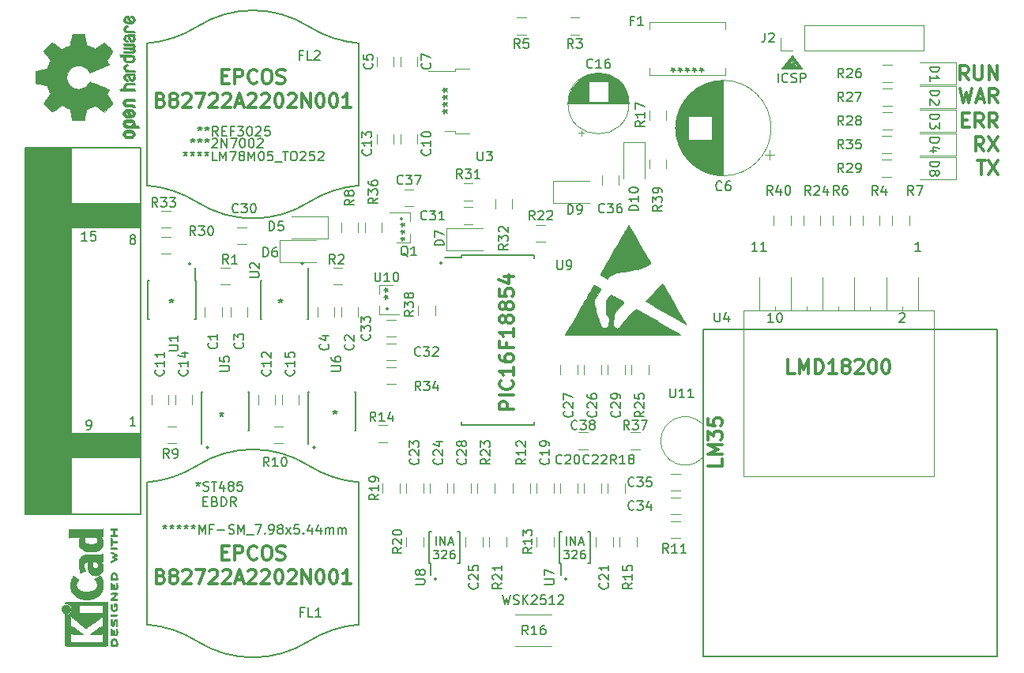
<source format=gbr>
G04 #@! TF.GenerationSoftware,KiCad,Pcbnew,(5.0.0-rc2-dev-444-g2974a2c10)*
G04 #@! TF.CreationDate,2018-05-11T00:11:58+02:00*
G04 #@! TF.ProjectId,TrackAmplifier,547261636B416D706C69666965722E6B,rev?*
G04 #@! TF.SameCoordinates,Original*
G04 #@! TF.FileFunction,Legend,Top*
G04 #@! TF.FilePolarity,Positive*
%FSLAX46Y46*%
G04 Gerber Fmt 4.6, Leading zero omitted, Abs format (unit mm)*
G04 Created by KiCad (PCBNEW (5.0.0-rc2-dev-444-g2974a2c10)) date 05/11/18 00:11:58*
%MOMM*%
%LPD*%
G01*
G04 APERTURE LIST*
%ADD10C,0.150000*%
%ADD11C,0.200000*%
%ADD12C,0.300000*%
%ADD13C,0.120000*%
%ADD14C,0.010000*%
G04 APERTURE END LIST*
D10*
X130819809Y-58095380D02*
X130819809Y-57095380D01*
X131867428Y-58000142D02*
X131819809Y-58047761D01*
X131676952Y-58095380D01*
X131581714Y-58095380D01*
X131438857Y-58047761D01*
X131343619Y-57952523D01*
X131296000Y-57857285D01*
X131248380Y-57666809D01*
X131248380Y-57523952D01*
X131296000Y-57333476D01*
X131343619Y-57238238D01*
X131438857Y-57143000D01*
X131581714Y-57095380D01*
X131676952Y-57095380D01*
X131819809Y-57143000D01*
X131867428Y-57190619D01*
X132248380Y-58047761D02*
X132391238Y-58095380D01*
X132629333Y-58095380D01*
X132724571Y-58047761D01*
X132772190Y-58000142D01*
X132819809Y-57904904D01*
X132819809Y-57809666D01*
X132772190Y-57714428D01*
X132724571Y-57666809D01*
X132629333Y-57619190D01*
X132438857Y-57571571D01*
X132343619Y-57523952D01*
X132296000Y-57476333D01*
X132248380Y-57381095D01*
X132248380Y-57285857D01*
X132296000Y-57190619D01*
X132343619Y-57143000D01*
X132438857Y-57095380D01*
X132676952Y-57095380D01*
X132819809Y-57143000D01*
X133248380Y-58095380D02*
X133248380Y-57095380D01*
X133629333Y-57095380D01*
X133724571Y-57143000D01*
X133772190Y-57190619D01*
X133819809Y-57285857D01*
X133819809Y-57428714D01*
X133772190Y-57523952D01*
X133724571Y-57571571D01*
X133629333Y-57619190D01*
X133248380Y-57619190D01*
X122643809Y-56920619D02*
X122643809Y-56682523D01*
X122881904Y-56777761D02*
X122643809Y-56682523D01*
X122405714Y-56777761D01*
X122786666Y-56492047D02*
X122643809Y-56682523D01*
X122500952Y-56492047D01*
X121881904Y-56920619D02*
X121881904Y-56682523D01*
X122120000Y-56777761D02*
X121881904Y-56682523D01*
X121643809Y-56777761D01*
X122024761Y-56492047D02*
X121881904Y-56682523D01*
X121739047Y-56492047D01*
X121120000Y-56920619D02*
X121120000Y-56682523D01*
X121358095Y-56777761D02*
X121120000Y-56682523D01*
X120881904Y-56777761D01*
X121262857Y-56492047D02*
X121120000Y-56682523D01*
X120977142Y-56492047D01*
X120358095Y-56920619D02*
X120358095Y-56682523D01*
X120596190Y-56777761D02*
X120358095Y-56682523D01*
X120120000Y-56777761D01*
X120500952Y-56492047D02*
X120358095Y-56682523D01*
X120215238Y-56492047D01*
X119596190Y-56920619D02*
X119596190Y-56682523D01*
X119834285Y-56777761D02*
X119596190Y-56682523D01*
X119358095Y-56777761D01*
X119739047Y-56492047D02*
X119596190Y-56682523D01*
X119453333Y-56492047D01*
X65122142Y-105482380D02*
X65122142Y-105720476D01*
X64884047Y-105625238D02*
X65122142Y-105720476D01*
X65360238Y-105625238D01*
X64979285Y-105910952D02*
X65122142Y-105720476D01*
X65265000Y-105910952D01*
X65884047Y-105482380D02*
X65884047Y-105720476D01*
X65645952Y-105625238D02*
X65884047Y-105720476D01*
X66122142Y-105625238D01*
X65741190Y-105910952D02*
X65884047Y-105720476D01*
X66026904Y-105910952D01*
X66645952Y-105482380D02*
X66645952Y-105720476D01*
X66407857Y-105625238D02*
X66645952Y-105720476D01*
X66884047Y-105625238D01*
X66503095Y-105910952D02*
X66645952Y-105720476D01*
X66788809Y-105910952D01*
X67407857Y-105482380D02*
X67407857Y-105720476D01*
X67169761Y-105625238D02*
X67407857Y-105720476D01*
X67645952Y-105625238D01*
X67265000Y-105910952D02*
X67407857Y-105720476D01*
X67550714Y-105910952D01*
X68169761Y-105482380D02*
X68169761Y-105720476D01*
X67931666Y-105625238D02*
X68169761Y-105720476D01*
X68407857Y-105625238D01*
X68026904Y-105910952D02*
X68169761Y-105720476D01*
X68312619Y-105910952D01*
X68788809Y-106482380D02*
X68788809Y-105482380D01*
X69122142Y-106196666D01*
X69455476Y-105482380D01*
X69455476Y-106482380D01*
X70265000Y-105958571D02*
X69931666Y-105958571D01*
X69931666Y-106482380D02*
X69931666Y-105482380D01*
X70407857Y-105482380D01*
X70788809Y-106101428D02*
X71550714Y-106101428D01*
X71979285Y-106434761D02*
X72122142Y-106482380D01*
X72360238Y-106482380D01*
X72455476Y-106434761D01*
X72503095Y-106387142D01*
X72550714Y-106291904D01*
X72550714Y-106196666D01*
X72503095Y-106101428D01*
X72455476Y-106053809D01*
X72360238Y-106006190D01*
X72169761Y-105958571D01*
X72074523Y-105910952D01*
X72026904Y-105863333D01*
X71979285Y-105768095D01*
X71979285Y-105672857D01*
X72026904Y-105577619D01*
X72074523Y-105530000D01*
X72169761Y-105482380D01*
X72407857Y-105482380D01*
X72550714Y-105530000D01*
X72979285Y-106482380D02*
X72979285Y-105482380D01*
X73312619Y-106196666D01*
X73645952Y-105482380D01*
X73645952Y-106482380D01*
X73884047Y-106577619D02*
X74645952Y-106577619D01*
X74788809Y-105482380D02*
X75455476Y-105482380D01*
X75026904Y-106482380D01*
X75836428Y-106387142D02*
X75884047Y-106434761D01*
X75836428Y-106482380D01*
X75788809Y-106434761D01*
X75836428Y-106387142D01*
X75836428Y-106482380D01*
X76360238Y-106482380D02*
X76550714Y-106482380D01*
X76645952Y-106434761D01*
X76693571Y-106387142D01*
X76788809Y-106244285D01*
X76836428Y-106053809D01*
X76836428Y-105672857D01*
X76788809Y-105577619D01*
X76741190Y-105530000D01*
X76645952Y-105482380D01*
X76455476Y-105482380D01*
X76360238Y-105530000D01*
X76312619Y-105577619D01*
X76265000Y-105672857D01*
X76265000Y-105910952D01*
X76312619Y-106006190D01*
X76360238Y-106053809D01*
X76455476Y-106101428D01*
X76645952Y-106101428D01*
X76741190Y-106053809D01*
X76788809Y-106006190D01*
X76836428Y-105910952D01*
X77407857Y-105910952D02*
X77312619Y-105863333D01*
X77265000Y-105815714D01*
X77217380Y-105720476D01*
X77217380Y-105672857D01*
X77265000Y-105577619D01*
X77312619Y-105530000D01*
X77407857Y-105482380D01*
X77598333Y-105482380D01*
X77693571Y-105530000D01*
X77741190Y-105577619D01*
X77788809Y-105672857D01*
X77788809Y-105720476D01*
X77741190Y-105815714D01*
X77693571Y-105863333D01*
X77598333Y-105910952D01*
X77407857Y-105910952D01*
X77312619Y-105958571D01*
X77265000Y-106006190D01*
X77217380Y-106101428D01*
X77217380Y-106291904D01*
X77265000Y-106387142D01*
X77312619Y-106434761D01*
X77407857Y-106482380D01*
X77598333Y-106482380D01*
X77693571Y-106434761D01*
X77741190Y-106387142D01*
X77788809Y-106291904D01*
X77788809Y-106101428D01*
X77741190Y-106006190D01*
X77693571Y-105958571D01*
X77598333Y-105910952D01*
X78122142Y-106482380D02*
X78645952Y-105815714D01*
X78122142Y-105815714D02*
X78645952Y-106482380D01*
X79503095Y-105482380D02*
X79026904Y-105482380D01*
X78979285Y-105958571D01*
X79026904Y-105910952D01*
X79122142Y-105863333D01*
X79360238Y-105863333D01*
X79455476Y-105910952D01*
X79503095Y-105958571D01*
X79550714Y-106053809D01*
X79550714Y-106291904D01*
X79503095Y-106387142D01*
X79455476Y-106434761D01*
X79360238Y-106482380D01*
X79122142Y-106482380D01*
X79026904Y-106434761D01*
X78979285Y-106387142D01*
X79979285Y-106387142D02*
X80026904Y-106434761D01*
X79979285Y-106482380D01*
X79931666Y-106434761D01*
X79979285Y-106387142D01*
X79979285Y-106482380D01*
X80884047Y-105815714D02*
X80884047Y-106482380D01*
X80645952Y-105434761D02*
X80407857Y-106149047D01*
X81026904Y-106149047D01*
X81836428Y-105815714D02*
X81836428Y-106482380D01*
X81598333Y-105434761D02*
X81360238Y-106149047D01*
X81979285Y-106149047D01*
X82360238Y-106482380D02*
X82360238Y-105815714D01*
X82360238Y-105910952D02*
X82407857Y-105863333D01*
X82503095Y-105815714D01*
X82645952Y-105815714D01*
X82741190Y-105863333D01*
X82788809Y-105958571D01*
X82788809Y-106482380D01*
X82788809Y-105958571D02*
X82836428Y-105863333D01*
X82931666Y-105815714D01*
X83074523Y-105815714D01*
X83169761Y-105863333D01*
X83217380Y-105958571D01*
X83217380Y-106482380D01*
X83693571Y-106482380D02*
X83693571Y-105815714D01*
X83693571Y-105910952D02*
X83741190Y-105863333D01*
X83836428Y-105815714D01*
X83979285Y-105815714D01*
X84074523Y-105863333D01*
X84122142Y-105958571D01*
X84122142Y-106482380D01*
X84122142Y-105958571D02*
X84169761Y-105863333D01*
X84265000Y-105815714D01*
X84407857Y-105815714D01*
X84503095Y-105863333D01*
X84550714Y-105958571D01*
X84550714Y-106482380D01*
X101300476Y-113038880D02*
X101538571Y-114038880D01*
X101729047Y-113324595D01*
X101919523Y-114038880D01*
X102157619Y-113038880D01*
X102490952Y-113991261D02*
X102633809Y-114038880D01*
X102871904Y-114038880D01*
X102967142Y-113991261D01*
X103014761Y-113943642D01*
X103062380Y-113848404D01*
X103062380Y-113753166D01*
X103014761Y-113657928D01*
X102967142Y-113610309D01*
X102871904Y-113562690D01*
X102681428Y-113515071D01*
X102586190Y-113467452D01*
X102538571Y-113419833D01*
X102490952Y-113324595D01*
X102490952Y-113229357D01*
X102538571Y-113134119D01*
X102586190Y-113086500D01*
X102681428Y-113038880D01*
X102919523Y-113038880D01*
X103062380Y-113086500D01*
X103490952Y-114038880D02*
X103490952Y-113038880D01*
X104062380Y-114038880D02*
X103633809Y-113467452D01*
X104062380Y-113038880D02*
X103490952Y-113610309D01*
X104443333Y-113134119D02*
X104490952Y-113086500D01*
X104586190Y-113038880D01*
X104824285Y-113038880D01*
X104919523Y-113086500D01*
X104967142Y-113134119D01*
X105014761Y-113229357D01*
X105014761Y-113324595D01*
X104967142Y-113467452D01*
X104395714Y-114038880D01*
X105014761Y-114038880D01*
X105919523Y-113038880D02*
X105443333Y-113038880D01*
X105395714Y-113515071D01*
X105443333Y-113467452D01*
X105538571Y-113419833D01*
X105776666Y-113419833D01*
X105871904Y-113467452D01*
X105919523Y-113515071D01*
X105967142Y-113610309D01*
X105967142Y-113848404D01*
X105919523Y-113943642D01*
X105871904Y-113991261D01*
X105776666Y-114038880D01*
X105538571Y-114038880D01*
X105443333Y-113991261D01*
X105395714Y-113943642D01*
X106919523Y-114038880D02*
X106348095Y-114038880D01*
X106633809Y-114038880D02*
X106633809Y-113038880D01*
X106538571Y-113181738D01*
X106443333Y-113276976D01*
X106348095Y-113324595D01*
X107300476Y-113134119D02*
X107348095Y-113086500D01*
X107443333Y-113038880D01*
X107681428Y-113038880D01*
X107776666Y-113086500D01*
X107824285Y-113134119D01*
X107871904Y-113229357D01*
X107871904Y-113324595D01*
X107824285Y-113467452D01*
X107252857Y-114038880D01*
X107871904Y-114038880D01*
X56794523Y-75049880D02*
X56223095Y-75049880D01*
X56508809Y-75049880D02*
X56508809Y-74049880D01*
X56413571Y-74192738D01*
X56318333Y-74287976D01*
X56223095Y-74335595D01*
X57699285Y-74049880D02*
X57223095Y-74049880D01*
X57175476Y-74526071D01*
X57223095Y-74478452D01*
X57318333Y-74430833D01*
X57556428Y-74430833D01*
X57651666Y-74478452D01*
X57699285Y-74526071D01*
X57746904Y-74621309D01*
X57746904Y-74859404D01*
X57699285Y-74954642D01*
X57651666Y-75002261D01*
X57556428Y-75049880D01*
X57318333Y-75049880D01*
X57223095Y-75002261D01*
X57175476Y-74954642D01*
X56794523Y-95306380D02*
X56985000Y-95306380D01*
X57080238Y-95258761D01*
X57127857Y-95211142D01*
X57223095Y-95068285D01*
X57270714Y-94877809D01*
X57270714Y-94496857D01*
X57223095Y-94401619D01*
X57175476Y-94354000D01*
X57080238Y-94306380D01*
X56889761Y-94306380D01*
X56794523Y-94354000D01*
X56746904Y-94401619D01*
X56699285Y-94496857D01*
X56699285Y-94734952D01*
X56746904Y-94830190D01*
X56794523Y-94877809D01*
X56889761Y-94925428D01*
X57080238Y-94925428D01*
X57175476Y-94877809D01*
X57223095Y-94830190D01*
X57270714Y-94734952D01*
X61588761Y-74859452D02*
X61493523Y-74811833D01*
X61445904Y-74764214D01*
X61398285Y-74668976D01*
X61398285Y-74621357D01*
X61445904Y-74526119D01*
X61493523Y-74478500D01*
X61588761Y-74430880D01*
X61779238Y-74430880D01*
X61874476Y-74478500D01*
X61922095Y-74526119D01*
X61969714Y-74621357D01*
X61969714Y-74668976D01*
X61922095Y-74764214D01*
X61874476Y-74811833D01*
X61779238Y-74859452D01*
X61588761Y-74859452D01*
X61493523Y-74907071D01*
X61445904Y-74954690D01*
X61398285Y-75049928D01*
X61398285Y-75240404D01*
X61445904Y-75335642D01*
X61493523Y-75383261D01*
X61588761Y-75430880D01*
X61779238Y-75430880D01*
X61874476Y-75383261D01*
X61922095Y-75335642D01*
X61969714Y-75240404D01*
X61969714Y-75049928D01*
X61922095Y-74954690D01*
X61874476Y-74907071D01*
X61779238Y-74859452D01*
X61969714Y-94861880D02*
X61398285Y-94861880D01*
X61684000Y-94861880D02*
X61684000Y-93861880D01*
X61588761Y-94004738D01*
X61493523Y-94099976D01*
X61398285Y-94147595D01*
X94918380Y-61198857D02*
X95156476Y-61198857D01*
X95061238Y-61436952D02*
X95156476Y-61198857D01*
X95061238Y-60960761D01*
X95346952Y-61341714D02*
X95156476Y-61198857D01*
X95346952Y-61056000D01*
X94918380Y-60436952D02*
X95156476Y-60436952D01*
X95061238Y-60675047D02*
X95156476Y-60436952D01*
X95061238Y-60198857D01*
X95346952Y-60579809D02*
X95156476Y-60436952D01*
X95346952Y-60294095D01*
X94918380Y-59675047D02*
X95156476Y-59675047D01*
X95061238Y-59913142D02*
X95156476Y-59675047D01*
X95061238Y-59436952D01*
X95346952Y-59817904D02*
X95156476Y-59675047D01*
X95346952Y-59532190D01*
X94918380Y-58913142D02*
X95156476Y-58913142D01*
X95061238Y-59151238D02*
X95156476Y-58913142D01*
X95061238Y-58675047D01*
X95346952Y-59056000D02*
X95156476Y-58913142D01*
X95346952Y-58770285D01*
X67328476Y-65477380D02*
X67328476Y-65715476D01*
X67090380Y-65620238D02*
X67328476Y-65715476D01*
X67566571Y-65620238D01*
X67185619Y-65905952D02*
X67328476Y-65715476D01*
X67471333Y-65905952D01*
X68090380Y-65477380D02*
X68090380Y-65715476D01*
X67852285Y-65620238D02*
X68090380Y-65715476D01*
X68328476Y-65620238D01*
X67947523Y-65905952D02*
X68090380Y-65715476D01*
X68233238Y-65905952D01*
X68852285Y-65477380D02*
X68852285Y-65715476D01*
X68614190Y-65620238D02*
X68852285Y-65715476D01*
X69090380Y-65620238D01*
X68709428Y-65905952D02*
X68852285Y-65715476D01*
X68995142Y-65905952D01*
X69614190Y-65477380D02*
X69614190Y-65715476D01*
X69376095Y-65620238D02*
X69614190Y-65715476D01*
X69852285Y-65620238D01*
X69471333Y-65905952D02*
X69614190Y-65715476D01*
X69757047Y-65905952D01*
X70709428Y-66477380D02*
X70233238Y-66477380D01*
X70233238Y-65477380D01*
X71042761Y-66477380D02*
X71042761Y-65477380D01*
X71376095Y-66191666D01*
X71709428Y-65477380D01*
X71709428Y-66477380D01*
X72090380Y-65477380D02*
X72757047Y-65477380D01*
X72328476Y-66477380D01*
X73280857Y-65905952D02*
X73185619Y-65858333D01*
X73138000Y-65810714D01*
X73090380Y-65715476D01*
X73090380Y-65667857D01*
X73138000Y-65572619D01*
X73185619Y-65525000D01*
X73280857Y-65477380D01*
X73471333Y-65477380D01*
X73566571Y-65525000D01*
X73614190Y-65572619D01*
X73661809Y-65667857D01*
X73661809Y-65715476D01*
X73614190Y-65810714D01*
X73566571Y-65858333D01*
X73471333Y-65905952D01*
X73280857Y-65905952D01*
X73185619Y-65953571D01*
X73138000Y-66001190D01*
X73090380Y-66096428D01*
X73090380Y-66286904D01*
X73138000Y-66382142D01*
X73185619Y-66429761D01*
X73280857Y-66477380D01*
X73471333Y-66477380D01*
X73566571Y-66429761D01*
X73614190Y-66382142D01*
X73661809Y-66286904D01*
X73661809Y-66096428D01*
X73614190Y-66001190D01*
X73566571Y-65953571D01*
X73471333Y-65905952D01*
X74090380Y-66477380D02*
X74090380Y-65477380D01*
X74423714Y-66191666D01*
X74757047Y-65477380D01*
X74757047Y-66477380D01*
X75423714Y-65477380D02*
X75518952Y-65477380D01*
X75614190Y-65525000D01*
X75661809Y-65572619D01*
X75709428Y-65667857D01*
X75757047Y-65858333D01*
X75757047Y-66096428D01*
X75709428Y-66286904D01*
X75661809Y-66382142D01*
X75614190Y-66429761D01*
X75518952Y-66477380D01*
X75423714Y-66477380D01*
X75328476Y-66429761D01*
X75280857Y-66382142D01*
X75233238Y-66286904D01*
X75185619Y-66096428D01*
X75185619Y-65858333D01*
X75233238Y-65667857D01*
X75280857Y-65572619D01*
X75328476Y-65525000D01*
X75423714Y-65477380D01*
X76661809Y-65477380D02*
X76185619Y-65477380D01*
X76138000Y-65953571D01*
X76185619Y-65905952D01*
X76280857Y-65858333D01*
X76518952Y-65858333D01*
X76614190Y-65905952D01*
X76661809Y-65953571D01*
X76709428Y-66048809D01*
X76709428Y-66286904D01*
X76661809Y-66382142D01*
X76614190Y-66429761D01*
X76518952Y-66477380D01*
X76280857Y-66477380D01*
X76185619Y-66429761D01*
X76138000Y-66382142D01*
X76899904Y-66572619D02*
X77661809Y-66572619D01*
X77757047Y-65477380D02*
X78328476Y-65477380D01*
X78042761Y-66477380D02*
X78042761Y-65477380D01*
X78852285Y-65477380D02*
X79042761Y-65477380D01*
X79138000Y-65525000D01*
X79233238Y-65620238D01*
X79280857Y-65810714D01*
X79280857Y-66144047D01*
X79233238Y-66334523D01*
X79138000Y-66429761D01*
X79042761Y-66477380D01*
X78852285Y-66477380D01*
X78757047Y-66429761D01*
X78661809Y-66334523D01*
X78614190Y-66144047D01*
X78614190Y-65810714D01*
X78661809Y-65620238D01*
X78757047Y-65525000D01*
X78852285Y-65477380D01*
X79661809Y-65572619D02*
X79709428Y-65525000D01*
X79804666Y-65477380D01*
X80042761Y-65477380D01*
X80138000Y-65525000D01*
X80185619Y-65572619D01*
X80233238Y-65667857D01*
X80233238Y-65763095D01*
X80185619Y-65905952D01*
X79614190Y-66477380D01*
X80233238Y-66477380D01*
X81138000Y-65477380D02*
X80661809Y-65477380D01*
X80614190Y-65953571D01*
X80661809Y-65905952D01*
X80757047Y-65858333D01*
X80995142Y-65858333D01*
X81090380Y-65905952D01*
X81138000Y-65953571D01*
X81185619Y-66048809D01*
X81185619Y-66286904D01*
X81138000Y-66382142D01*
X81090380Y-66429761D01*
X80995142Y-66477380D01*
X80757047Y-66477380D01*
X80661809Y-66429761D01*
X80614190Y-66382142D01*
X81566571Y-65572619D02*
X81614190Y-65525000D01*
X81709428Y-65477380D01*
X81947523Y-65477380D01*
X82042761Y-65525000D01*
X82090380Y-65572619D01*
X82137999Y-65667857D01*
X82137999Y-65763095D01*
X82090380Y-65905952D01*
X81518952Y-66477380D01*
X82137999Y-66477380D01*
X90409880Y-74851404D02*
X90647976Y-74851404D01*
X90552738Y-75089500D02*
X90647976Y-74851404D01*
X90552738Y-74613309D01*
X90838452Y-74994261D02*
X90647976Y-74851404D01*
X90838452Y-74708547D01*
X90409880Y-74089500D02*
X90647976Y-74089500D01*
X90552738Y-74327595D02*
X90647976Y-74089500D01*
X90552738Y-73851404D01*
X90838452Y-74232357D02*
X90647976Y-74089500D01*
X90838452Y-73946642D01*
X90409880Y-73327595D02*
X90647976Y-73327595D01*
X90552738Y-73565690D02*
X90647976Y-73327595D01*
X90552738Y-73089500D01*
X90838452Y-73470452D02*
X90647976Y-73327595D01*
X90838452Y-73184738D01*
X68113833Y-64080380D02*
X68113833Y-64318476D01*
X67875738Y-64223238D02*
X68113833Y-64318476D01*
X68351928Y-64223238D01*
X67970976Y-64508952D02*
X68113833Y-64318476D01*
X68256690Y-64508952D01*
X68875738Y-64080380D02*
X68875738Y-64318476D01*
X68637642Y-64223238D02*
X68875738Y-64318476D01*
X69113833Y-64223238D01*
X68732880Y-64508952D02*
X68875738Y-64318476D01*
X69018595Y-64508952D01*
X69637642Y-64080380D02*
X69637642Y-64318476D01*
X69399547Y-64223238D02*
X69637642Y-64318476D01*
X69875738Y-64223238D01*
X69494785Y-64508952D02*
X69637642Y-64318476D01*
X69780500Y-64508952D01*
X70209071Y-64175619D02*
X70256690Y-64128000D01*
X70351928Y-64080380D01*
X70590023Y-64080380D01*
X70685261Y-64128000D01*
X70732880Y-64175619D01*
X70780500Y-64270857D01*
X70780500Y-64366095D01*
X70732880Y-64508952D01*
X70161452Y-65080380D01*
X70780500Y-65080380D01*
X71209071Y-65080380D02*
X71209071Y-64080380D01*
X71780500Y-65080380D01*
X71780500Y-64080380D01*
X72161452Y-64080380D02*
X72828119Y-64080380D01*
X72399547Y-65080380D01*
X73399547Y-64080380D02*
X73494785Y-64080380D01*
X73590023Y-64128000D01*
X73637642Y-64175619D01*
X73685261Y-64270857D01*
X73732880Y-64461333D01*
X73732880Y-64699428D01*
X73685261Y-64889904D01*
X73637642Y-64985142D01*
X73590023Y-65032761D01*
X73494785Y-65080380D01*
X73399547Y-65080380D01*
X73304309Y-65032761D01*
X73256690Y-64985142D01*
X73209071Y-64889904D01*
X73161452Y-64699428D01*
X73161452Y-64461333D01*
X73209071Y-64270857D01*
X73256690Y-64175619D01*
X73304309Y-64128000D01*
X73399547Y-64080380D01*
X74351928Y-64080380D02*
X74447166Y-64080380D01*
X74542404Y-64128000D01*
X74590023Y-64175619D01*
X74637642Y-64270857D01*
X74685261Y-64461333D01*
X74685261Y-64699428D01*
X74637642Y-64889904D01*
X74590023Y-64985142D01*
X74542404Y-65032761D01*
X74447166Y-65080380D01*
X74351928Y-65080380D01*
X74256690Y-65032761D01*
X74209071Y-64985142D01*
X74161452Y-64889904D01*
X74113833Y-64699428D01*
X74113833Y-64461333D01*
X74161452Y-64270857D01*
X74209071Y-64175619D01*
X74256690Y-64128000D01*
X74351928Y-64080380D01*
X75066214Y-64175619D02*
X75113833Y-64128000D01*
X75209071Y-64080380D01*
X75447166Y-64080380D01*
X75542404Y-64128000D01*
X75590023Y-64175619D01*
X75637642Y-64270857D01*
X75637642Y-64366095D01*
X75590023Y-64508952D01*
X75018595Y-65080380D01*
X75637642Y-65080380D01*
X88631880Y-81074452D02*
X88869976Y-81074452D01*
X88774738Y-81312547D02*
X88869976Y-81074452D01*
X88774738Y-80836357D01*
X89060452Y-81217309D02*
X88869976Y-81074452D01*
X89060452Y-80931595D01*
X88631880Y-80312547D02*
X88869976Y-80312547D01*
X88774738Y-80550642D02*
X88869976Y-80312547D01*
X88774738Y-80074452D01*
X89060452Y-80455404D02*
X88869976Y-80312547D01*
X89060452Y-80169690D01*
X68875833Y-62810380D02*
X68875833Y-63048476D01*
X68637738Y-62953238D02*
X68875833Y-63048476D01*
X69113928Y-62953238D01*
X68732976Y-63238952D02*
X68875833Y-63048476D01*
X69018690Y-63238952D01*
X69637738Y-62810380D02*
X69637738Y-63048476D01*
X69399642Y-62953238D02*
X69637738Y-63048476D01*
X69875833Y-62953238D01*
X69494880Y-63238952D02*
X69637738Y-63048476D01*
X69780595Y-63238952D01*
X70828214Y-63810380D02*
X70494880Y-63334190D01*
X70256785Y-63810380D02*
X70256785Y-62810380D01*
X70637738Y-62810380D01*
X70732976Y-62858000D01*
X70780595Y-62905619D01*
X70828214Y-63000857D01*
X70828214Y-63143714D01*
X70780595Y-63238952D01*
X70732976Y-63286571D01*
X70637738Y-63334190D01*
X70256785Y-63334190D01*
X71256785Y-63286571D02*
X71590119Y-63286571D01*
X71732976Y-63810380D02*
X71256785Y-63810380D01*
X71256785Y-62810380D01*
X71732976Y-62810380D01*
X72494880Y-63286571D02*
X72161547Y-63286571D01*
X72161547Y-63810380D02*
X72161547Y-62810380D01*
X72637738Y-62810380D01*
X72923452Y-62810380D02*
X73542500Y-62810380D01*
X73209166Y-63191333D01*
X73352023Y-63191333D01*
X73447261Y-63238952D01*
X73494880Y-63286571D01*
X73542500Y-63381809D01*
X73542500Y-63619904D01*
X73494880Y-63715142D01*
X73447261Y-63762761D01*
X73352023Y-63810380D01*
X73066309Y-63810380D01*
X72971071Y-63762761D01*
X72923452Y-63715142D01*
X74161547Y-62810380D02*
X74256785Y-62810380D01*
X74352023Y-62858000D01*
X74399642Y-62905619D01*
X74447261Y-63000857D01*
X74494880Y-63191333D01*
X74494880Y-63429428D01*
X74447261Y-63619904D01*
X74399642Y-63715142D01*
X74352023Y-63762761D01*
X74256785Y-63810380D01*
X74161547Y-63810380D01*
X74066309Y-63762761D01*
X74018690Y-63715142D01*
X73971071Y-63619904D01*
X73923452Y-63429428D01*
X73923452Y-63191333D01*
X73971071Y-63000857D01*
X74018690Y-62905619D01*
X74066309Y-62858000D01*
X74161547Y-62810380D01*
X74875833Y-62905619D02*
X74923452Y-62858000D01*
X75018690Y-62810380D01*
X75256785Y-62810380D01*
X75352023Y-62858000D01*
X75399642Y-62905619D01*
X75447261Y-63000857D01*
X75447261Y-63096095D01*
X75399642Y-63238952D01*
X74828214Y-63810380D01*
X75447261Y-63810380D01*
X76352023Y-62810380D02*
X75875833Y-62810380D01*
X75828214Y-63286571D01*
X75875833Y-63238952D01*
X75971071Y-63191333D01*
X76209166Y-63191333D01*
X76304404Y-63238952D01*
X76352023Y-63286571D01*
X76399642Y-63381809D01*
X76399642Y-63619904D01*
X76352023Y-63715142D01*
X76304404Y-63762761D01*
X76209166Y-63810380D01*
X75971071Y-63810380D01*
X75875833Y-63762761D01*
X75828214Y-63715142D01*
X130327523Y-83774780D02*
X129756095Y-83774780D01*
X130041809Y-83774780D02*
X130041809Y-82774780D01*
X129946571Y-82917638D01*
X129851333Y-83012876D01*
X129756095Y-83060495D01*
X130946571Y-82774780D02*
X131041809Y-82774780D01*
X131137047Y-82822400D01*
X131184666Y-82870019D01*
X131232285Y-82965257D01*
X131279904Y-83155733D01*
X131279904Y-83393828D01*
X131232285Y-83584304D01*
X131184666Y-83679542D01*
X131137047Y-83727161D01*
X131041809Y-83774780D01*
X130946571Y-83774780D01*
X130851333Y-83727161D01*
X130803714Y-83679542D01*
X130756095Y-83584304D01*
X130708476Y-83393828D01*
X130708476Y-83155733D01*
X130756095Y-82965257D01*
X130803714Y-82870019D01*
X130851333Y-82822400D01*
X130946571Y-82774780D01*
X143846685Y-82870019D02*
X143894304Y-82822400D01*
X143989542Y-82774780D01*
X144227638Y-82774780D01*
X144322876Y-82822400D01*
X144370495Y-82870019D01*
X144418114Y-82965257D01*
X144418114Y-83060495D01*
X144370495Y-83203352D01*
X143799066Y-83774780D01*
X144418114Y-83774780D01*
X128600323Y-76154780D02*
X128028895Y-76154780D01*
X128314609Y-76154780D02*
X128314609Y-75154780D01*
X128219371Y-75297638D01*
X128124133Y-75392876D01*
X128028895Y-75440495D01*
X129552704Y-76154780D02*
X128981276Y-76154780D01*
X129266990Y-76154780D02*
X129266990Y-75154780D01*
X129171752Y-75297638D01*
X129076514Y-75392876D01*
X128981276Y-75440495D01*
X146119914Y-76154780D02*
X145548485Y-76154780D01*
X145834200Y-76154780D02*
X145834200Y-75154780D01*
X145738961Y-75297638D01*
X145643723Y-75392876D01*
X145548485Y-75440495D01*
X83350200Y-93214180D02*
X83350200Y-93452276D01*
X83112104Y-93357038D02*
X83350200Y-93452276D01*
X83588295Y-93357038D01*
X83207342Y-93642752D02*
X83350200Y-93452276D01*
X83493057Y-93642752D01*
X71209000Y-93417380D02*
X71209000Y-93655476D01*
X70970904Y-93560238D02*
X71209000Y-93655476D01*
X71447095Y-93560238D01*
X71066142Y-93845952D02*
X71209000Y-93655476D01*
X71351857Y-93845952D01*
X77508200Y-81250780D02*
X77508200Y-81488876D01*
X77270104Y-81393638D02*
X77508200Y-81488876D01*
X77746295Y-81393638D01*
X77365342Y-81679352D02*
X77508200Y-81488876D01*
X77651057Y-81679352D01*
X65849600Y-81250780D02*
X65849600Y-81488876D01*
X65611504Y-81393638D02*
X65849600Y-81488876D01*
X66087695Y-81393638D01*
X65706742Y-81679352D02*
X65849600Y-81488876D01*
X65992457Y-81679352D01*
D11*
X90640000Y-72705200D02*
G75*
G03X90640000Y-72705200I-127000J0D01*
G01*
X89116000Y-82357200D02*
G75*
G03X89116000Y-82357200I-127000J0D01*
G01*
D10*
X68694685Y-100872780D02*
X68694685Y-101110876D01*
X68456590Y-101015638D02*
X68694685Y-101110876D01*
X68932780Y-101015638D01*
X68551828Y-101301352D02*
X68694685Y-101110876D01*
X68837542Y-101301352D01*
X69266114Y-101825161D02*
X69408971Y-101872780D01*
X69647066Y-101872780D01*
X69742304Y-101825161D01*
X69789923Y-101777542D01*
X69837542Y-101682304D01*
X69837542Y-101587066D01*
X69789923Y-101491828D01*
X69742304Y-101444209D01*
X69647066Y-101396590D01*
X69456590Y-101348971D01*
X69361352Y-101301352D01*
X69313733Y-101253733D01*
X69266114Y-101158495D01*
X69266114Y-101063257D01*
X69313733Y-100968019D01*
X69361352Y-100920400D01*
X69456590Y-100872780D01*
X69694685Y-100872780D01*
X69837542Y-100920400D01*
X70123257Y-100872780D02*
X70694685Y-100872780D01*
X70408971Y-101872780D02*
X70408971Y-100872780D01*
X71456590Y-101206114D02*
X71456590Y-101872780D01*
X71218495Y-100825161D02*
X70980400Y-101539447D01*
X71599447Y-101539447D01*
X72123257Y-101301352D02*
X72028019Y-101253733D01*
X71980400Y-101206114D01*
X71932780Y-101110876D01*
X71932780Y-101063257D01*
X71980400Y-100968019D01*
X72028019Y-100920400D01*
X72123257Y-100872780D01*
X72313733Y-100872780D01*
X72408971Y-100920400D01*
X72456590Y-100968019D01*
X72504209Y-101063257D01*
X72504209Y-101110876D01*
X72456590Y-101206114D01*
X72408971Y-101253733D01*
X72313733Y-101301352D01*
X72123257Y-101301352D01*
X72028019Y-101348971D01*
X71980400Y-101396590D01*
X71932780Y-101491828D01*
X71932780Y-101682304D01*
X71980400Y-101777542D01*
X72028019Y-101825161D01*
X72123257Y-101872780D01*
X72313733Y-101872780D01*
X72408971Y-101825161D01*
X72456590Y-101777542D01*
X72504209Y-101682304D01*
X72504209Y-101491828D01*
X72456590Y-101396590D01*
X72408971Y-101348971D01*
X72313733Y-101301352D01*
X73408971Y-100872780D02*
X72932780Y-100872780D01*
X72885161Y-101348971D01*
X72932780Y-101301352D01*
X73028019Y-101253733D01*
X73266114Y-101253733D01*
X73361352Y-101301352D01*
X73408971Y-101348971D01*
X73456590Y-101444209D01*
X73456590Y-101682304D01*
X73408971Y-101777542D01*
X73361352Y-101825161D01*
X73266114Y-101872780D01*
X73028019Y-101872780D01*
X72932780Y-101825161D01*
X72885161Y-101777542D01*
X69266114Y-102998971D02*
X69599447Y-102998971D01*
X69742304Y-103522780D02*
X69266114Y-103522780D01*
X69266114Y-102522780D01*
X69742304Y-102522780D01*
X70504209Y-102998971D02*
X70647066Y-103046590D01*
X70694685Y-103094209D01*
X70742304Y-103189447D01*
X70742304Y-103332304D01*
X70694685Y-103427542D01*
X70647066Y-103475161D01*
X70551828Y-103522780D01*
X70170876Y-103522780D01*
X70170876Y-102522780D01*
X70504209Y-102522780D01*
X70599447Y-102570400D01*
X70647066Y-102618019D01*
X70694685Y-102713257D01*
X70694685Y-102808495D01*
X70647066Y-102903733D01*
X70599447Y-102951352D01*
X70504209Y-102998971D01*
X70170876Y-102998971D01*
X71170876Y-103522780D02*
X71170876Y-102522780D01*
X71408971Y-102522780D01*
X71551828Y-102570400D01*
X71647066Y-102665638D01*
X71694685Y-102760876D01*
X71742304Y-102951352D01*
X71742304Y-103094209D01*
X71694685Y-103284685D01*
X71647066Y-103379923D01*
X71551828Y-103475161D01*
X71408971Y-103522780D01*
X71170876Y-103522780D01*
X72742304Y-103522780D02*
X72408971Y-103046590D01*
X72170876Y-103522780D02*
X72170876Y-102522780D01*
X72551828Y-102522780D01*
X72647066Y-102570400D01*
X72694685Y-102618019D01*
X72742304Y-102713257D01*
X72742304Y-102856114D01*
X72694685Y-102951352D01*
X72647066Y-102998971D01*
X72551828Y-103046590D01*
X72170876Y-103046590D01*
D11*
X81242000Y-97241600D02*
G75*
G03X81242000Y-97241600I-127000J0D01*
G01*
X69812000Y-97241600D02*
G75*
G03X69812000Y-97241600I-127000J0D01*
G01*
X67907000Y-77505800D02*
G75*
G03X67907000Y-77505800I-127000J0D01*
G01*
X79997400Y-77505800D02*
G75*
G03X79997400Y-77505800I-127000J0D01*
G01*
X94805600Y-77455000D02*
G75*
G03X94805600Y-77455000I-127000J0D01*
G01*
X94246800Y-111287800D02*
G75*
G03X94246800Y-111287800I-127000J0D01*
G01*
X108216800Y-111287800D02*
G75*
G03X108216800Y-111287800I-127000J0D01*
G01*
D10*
X108197857Y-107642942D02*
X108197857Y-106742942D01*
X108626428Y-107642942D02*
X108626428Y-106742942D01*
X109140714Y-107642942D01*
X109140714Y-106742942D01*
X109526428Y-107385800D02*
X109955000Y-107385800D01*
X109440714Y-107642942D02*
X109740714Y-106742942D01*
X110040714Y-107642942D01*
X107897857Y-108242942D02*
X108455000Y-108242942D01*
X108155000Y-108585800D01*
X108283571Y-108585800D01*
X108369285Y-108628657D01*
X108412142Y-108671514D01*
X108455000Y-108757228D01*
X108455000Y-108971514D01*
X108412142Y-109057228D01*
X108369285Y-109100085D01*
X108283571Y-109142942D01*
X108026428Y-109142942D01*
X107940714Y-109100085D01*
X107897857Y-109057228D01*
X108797857Y-108328657D02*
X108840714Y-108285800D01*
X108926428Y-108242942D01*
X109140714Y-108242942D01*
X109226428Y-108285800D01*
X109269285Y-108328657D01*
X109312142Y-108414371D01*
X109312142Y-108500085D01*
X109269285Y-108628657D01*
X108755000Y-109142942D01*
X109312142Y-109142942D01*
X110083571Y-108242942D02*
X109912142Y-108242942D01*
X109826428Y-108285800D01*
X109783571Y-108328657D01*
X109697857Y-108457228D01*
X109655000Y-108628657D01*
X109655000Y-108971514D01*
X109697857Y-109057228D01*
X109740714Y-109100085D01*
X109826428Y-109142942D01*
X109997857Y-109142942D01*
X110083571Y-109100085D01*
X110126428Y-109057228D01*
X110169285Y-108971514D01*
X110169285Y-108757228D01*
X110126428Y-108671514D01*
X110083571Y-108628657D01*
X109997857Y-108585800D01*
X109826428Y-108585800D01*
X109740714Y-108628657D01*
X109697857Y-108671514D01*
X109655000Y-108757228D01*
X94227857Y-107642942D02*
X94227857Y-106742942D01*
X94656428Y-107642942D02*
X94656428Y-106742942D01*
X95170714Y-107642942D01*
X95170714Y-106742942D01*
X95556428Y-107385800D02*
X95985000Y-107385800D01*
X95470714Y-107642942D02*
X95770714Y-106742942D01*
X96070714Y-107642942D01*
X93927857Y-108242942D02*
X94485000Y-108242942D01*
X94185000Y-108585800D01*
X94313571Y-108585800D01*
X94399285Y-108628657D01*
X94442142Y-108671514D01*
X94485000Y-108757228D01*
X94485000Y-108971514D01*
X94442142Y-109057228D01*
X94399285Y-109100085D01*
X94313571Y-109142942D01*
X94056428Y-109142942D01*
X93970714Y-109100085D01*
X93927857Y-109057228D01*
X94827857Y-108328657D02*
X94870714Y-108285800D01*
X94956428Y-108242942D01*
X95170714Y-108242942D01*
X95256428Y-108285800D01*
X95299285Y-108328657D01*
X95342142Y-108414371D01*
X95342142Y-108500085D01*
X95299285Y-108628657D01*
X94785000Y-109142942D01*
X95342142Y-109142942D01*
X96113571Y-108242942D02*
X95942142Y-108242942D01*
X95856428Y-108285800D01*
X95813571Y-108328657D01*
X95727857Y-108457228D01*
X95685000Y-108628657D01*
X95685000Y-108971514D01*
X95727857Y-109057228D01*
X95770714Y-109100085D01*
X95856428Y-109142942D01*
X96027857Y-109142942D01*
X96113571Y-109100085D01*
X96156428Y-109057228D01*
X96199285Y-108971514D01*
X96199285Y-108757228D01*
X96156428Y-108671514D01*
X96113571Y-108628657D01*
X96027857Y-108585800D01*
X95856428Y-108585800D01*
X95770714Y-108628657D01*
X95727857Y-108671514D01*
X95685000Y-108757228D01*
D12*
X124846571Y-98453428D02*
X124846571Y-99167714D01*
X123346571Y-99167714D01*
X124846571Y-97953428D02*
X123346571Y-97953428D01*
X124418000Y-97453428D01*
X123346571Y-96953428D01*
X124846571Y-96953428D01*
X123346571Y-96382000D02*
X123346571Y-95453428D01*
X123918000Y-95953428D01*
X123918000Y-95739142D01*
X123989428Y-95596285D01*
X124060857Y-95524857D01*
X124203714Y-95453428D01*
X124560857Y-95453428D01*
X124703714Y-95524857D01*
X124775142Y-95596285D01*
X124846571Y-95739142D01*
X124846571Y-96167714D01*
X124775142Y-96310571D01*
X124703714Y-96382000D01*
X123346571Y-94096285D02*
X123346571Y-94810571D01*
X124060857Y-94882000D01*
X123989428Y-94810571D01*
X123918000Y-94667714D01*
X123918000Y-94310571D01*
X123989428Y-94167714D01*
X124060857Y-94096285D01*
X124203714Y-94024857D01*
X124560857Y-94024857D01*
X124703714Y-94096285D01*
X124775142Y-94167714D01*
X124846571Y-94310571D01*
X124846571Y-94667714D01*
X124775142Y-94810571D01*
X124703714Y-94882000D01*
X71278571Y-108457857D02*
X71778571Y-108457857D01*
X71992857Y-109243571D02*
X71278571Y-109243571D01*
X71278571Y-107743571D01*
X71992857Y-107743571D01*
X72635714Y-109243571D02*
X72635714Y-107743571D01*
X73207142Y-107743571D01*
X73350000Y-107815000D01*
X73421428Y-107886428D01*
X73492857Y-108029285D01*
X73492857Y-108243571D01*
X73421428Y-108386428D01*
X73350000Y-108457857D01*
X73207142Y-108529285D01*
X72635714Y-108529285D01*
X74992857Y-109100714D02*
X74921428Y-109172142D01*
X74707142Y-109243571D01*
X74564285Y-109243571D01*
X74350000Y-109172142D01*
X74207142Y-109029285D01*
X74135714Y-108886428D01*
X74064285Y-108600714D01*
X74064285Y-108386428D01*
X74135714Y-108100714D01*
X74207142Y-107957857D01*
X74350000Y-107815000D01*
X74564285Y-107743571D01*
X74707142Y-107743571D01*
X74921428Y-107815000D01*
X74992857Y-107886428D01*
X75921428Y-107743571D02*
X76207142Y-107743571D01*
X76350000Y-107815000D01*
X76492857Y-107957857D01*
X76564285Y-108243571D01*
X76564285Y-108743571D01*
X76492857Y-109029285D01*
X76350000Y-109172142D01*
X76207142Y-109243571D01*
X75921428Y-109243571D01*
X75778571Y-109172142D01*
X75635714Y-109029285D01*
X75564285Y-108743571D01*
X75564285Y-108243571D01*
X75635714Y-107957857D01*
X75778571Y-107815000D01*
X75921428Y-107743571D01*
X77135714Y-109172142D02*
X77350000Y-109243571D01*
X77707142Y-109243571D01*
X77850000Y-109172142D01*
X77921428Y-109100714D01*
X77992857Y-108957857D01*
X77992857Y-108815000D01*
X77921428Y-108672142D01*
X77850000Y-108600714D01*
X77707142Y-108529285D01*
X77421428Y-108457857D01*
X77278571Y-108386428D01*
X77207142Y-108315000D01*
X77135714Y-108172142D01*
X77135714Y-108029285D01*
X77207142Y-107886428D01*
X77278571Y-107815000D01*
X77421428Y-107743571D01*
X77778571Y-107743571D01*
X77992857Y-107815000D01*
X64707142Y-111007857D02*
X64921428Y-111079285D01*
X64992857Y-111150714D01*
X65064285Y-111293571D01*
X65064285Y-111507857D01*
X64992857Y-111650714D01*
X64921428Y-111722142D01*
X64778571Y-111793571D01*
X64207142Y-111793571D01*
X64207142Y-110293571D01*
X64707142Y-110293571D01*
X64850000Y-110365000D01*
X64921428Y-110436428D01*
X64992857Y-110579285D01*
X64992857Y-110722142D01*
X64921428Y-110865000D01*
X64850000Y-110936428D01*
X64707142Y-111007857D01*
X64207142Y-111007857D01*
X65921428Y-110936428D02*
X65778571Y-110865000D01*
X65707142Y-110793571D01*
X65635714Y-110650714D01*
X65635714Y-110579285D01*
X65707142Y-110436428D01*
X65778571Y-110365000D01*
X65921428Y-110293571D01*
X66207142Y-110293571D01*
X66350000Y-110365000D01*
X66421428Y-110436428D01*
X66492857Y-110579285D01*
X66492857Y-110650714D01*
X66421428Y-110793571D01*
X66350000Y-110865000D01*
X66207142Y-110936428D01*
X65921428Y-110936428D01*
X65778571Y-111007857D01*
X65707142Y-111079285D01*
X65635714Y-111222142D01*
X65635714Y-111507857D01*
X65707142Y-111650714D01*
X65778571Y-111722142D01*
X65921428Y-111793571D01*
X66207142Y-111793571D01*
X66350000Y-111722142D01*
X66421428Y-111650714D01*
X66492857Y-111507857D01*
X66492857Y-111222142D01*
X66421428Y-111079285D01*
X66350000Y-111007857D01*
X66207142Y-110936428D01*
X67064285Y-110436428D02*
X67135714Y-110365000D01*
X67278571Y-110293571D01*
X67635714Y-110293571D01*
X67778571Y-110365000D01*
X67850000Y-110436428D01*
X67921428Y-110579285D01*
X67921428Y-110722142D01*
X67850000Y-110936428D01*
X66992857Y-111793571D01*
X67921428Y-111793571D01*
X68421428Y-110293571D02*
X69421428Y-110293571D01*
X68778571Y-111793571D01*
X69921428Y-110436428D02*
X69992857Y-110365000D01*
X70135714Y-110293571D01*
X70492857Y-110293571D01*
X70635714Y-110365000D01*
X70707142Y-110436428D01*
X70778571Y-110579285D01*
X70778571Y-110722142D01*
X70707142Y-110936428D01*
X69850000Y-111793571D01*
X70778571Y-111793571D01*
X71350000Y-110436428D02*
X71421428Y-110365000D01*
X71564285Y-110293571D01*
X71921428Y-110293571D01*
X72064285Y-110365000D01*
X72135714Y-110436428D01*
X72207142Y-110579285D01*
X72207142Y-110722142D01*
X72135714Y-110936428D01*
X71278571Y-111793571D01*
X72207142Y-111793571D01*
X72778571Y-111365000D02*
X73492857Y-111365000D01*
X72635714Y-111793571D02*
X73135714Y-110293571D01*
X73635714Y-111793571D01*
X74064285Y-110436428D02*
X74135714Y-110365000D01*
X74278571Y-110293571D01*
X74635714Y-110293571D01*
X74778571Y-110365000D01*
X74850000Y-110436428D01*
X74921428Y-110579285D01*
X74921428Y-110722142D01*
X74850000Y-110936428D01*
X73992857Y-111793571D01*
X74921428Y-111793571D01*
X75492857Y-110436428D02*
X75564285Y-110365000D01*
X75707142Y-110293571D01*
X76064285Y-110293571D01*
X76207142Y-110365000D01*
X76278571Y-110436428D01*
X76350000Y-110579285D01*
X76350000Y-110722142D01*
X76278571Y-110936428D01*
X75421428Y-111793571D01*
X76350000Y-111793571D01*
X77278571Y-110293571D02*
X77421428Y-110293571D01*
X77564285Y-110365000D01*
X77635714Y-110436428D01*
X77707142Y-110579285D01*
X77778571Y-110865000D01*
X77778571Y-111222142D01*
X77707142Y-111507857D01*
X77635714Y-111650714D01*
X77564285Y-111722142D01*
X77421428Y-111793571D01*
X77278571Y-111793571D01*
X77135714Y-111722142D01*
X77064285Y-111650714D01*
X76992857Y-111507857D01*
X76921428Y-111222142D01*
X76921428Y-110865000D01*
X76992857Y-110579285D01*
X77064285Y-110436428D01*
X77135714Y-110365000D01*
X77278571Y-110293571D01*
X78350000Y-110436428D02*
X78421428Y-110365000D01*
X78564285Y-110293571D01*
X78921428Y-110293571D01*
X79064285Y-110365000D01*
X79135714Y-110436428D01*
X79207142Y-110579285D01*
X79207142Y-110722142D01*
X79135714Y-110936428D01*
X78278571Y-111793571D01*
X79207142Y-111793571D01*
X79850000Y-111793571D02*
X79850000Y-110293571D01*
X80707142Y-111793571D01*
X80707142Y-110293571D01*
X81707142Y-110293571D02*
X81850000Y-110293571D01*
X81992857Y-110365000D01*
X82064285Y-110436428D01*
X82135714Y-110579285D01*
X82207142Y-110865000D01*
X82207142Y-111222142D01*
X82135714Y-111507857D01*
X82064285Y-111650714D01*
X81992857Y-111722142D01*
X81850000Y-111793571D01*
X81707142Y-111793571D01*
X81564285Y-111722142D01*
X81492857Y-111650714D01*
X81421428Y-111507857D01*
X81350000Y-111222142D01*
X81350000Y-110865000D01*
X81421428Y-110579285D01*
X81492857Y-110436428D01*
X81564285Y-110365000D01*
X81707142Y-110293571D01*
X83135714Y-110293571D02*
X83278571Y-110293571D01*
X83421428Y-110365000D01*
X83492857Y-110436428D01*
X83564285Y-110579285D01*
X83635714Y-110865000D01*
X83635714Y-111222142D01*
X83564285Y-111507857D01*
X83492857Y-111650714D01*
X83421428Y-111722142D01*
X83278571Y-111793571D01*
X83135714Y-111793571D01*
X82992857Y-111722142D01*
X82921428Y-111650714D01*
X82850000Y-111507857D01*
X82778571Y-111222142D01*
X82778571Y-110865000D01*
X82850000Y-110579285D01*
X82921428Y-110436428D01*
X82992857Y-110365000D01*
X83135714Y-110293571D01*
X85064285Y-111793571D02*
X84207142Y-111793571D01*
X84635714Y-111793571D02*
X84635714Y-110293571D01*
X84492857Y-110507857D01*
X84350000Y-110650714D01*
X84207142Y-110722142D01*
X71278571Y-57403857D02*
X71778571Y-57403857D01*
X71992857Y-58189571D02*
X71278571Y-58189571D01*
X71278571Y-56689571D01*
X71992857Y-56689571D01*
X72635714Y-58189571D02*
X72635714Y-56689571D01*
X73207142Y-56689571D01*
X73350000Y-56761000D01*
X73421428Y-56832428D01*
X73492857Y-56975285D01*
X73492857Y-57189571D01*
X73421428Y-57332428D01*
X73350000Y-57403857D01*
X73207142Y-57475285D01*
X72635714Y-57475285D01*
X74992857Y-58046714D02*
X74921428Y-58118142D01*
X74707142Y-58189571D01*
X74564285Y-58189571D01*
X74350000Y-58118142D01*
X74207142Y-57975285D01*
X74135714Y-57832428D01*
X74064285Y-57546714D01*
X74064285Y-57332428D01*
X74135714Y-57046714D01*
X74207142Y-56903857D01*
X74350000Y-56761000D01*
X74564285Y-56689571D01*
X74707142Y-56689571D01*
X74921428Y-56761000D01*
X74992857Y-56832428D01*
X75921428Y-56689571D02*
X76207142Y-56689571D01*
X76350000Y-56761000D01*
X76492857Y-56903857D01*
X76564285Y-57189571D01*
X76564285Y-57689571D01*
X76492857Y-57975285D01*
X76350000Y-58118142D01*
X76207142Y-58189571D01*
X75921428Y-58189571D01*
X75778571Y-58118142D01*
X75635714Y-57975285D01*
X75564285Y-57689571D01*
X75564285Y-57189571D01*
X75635714Y-56903857D01*
X75778571Y-56761000D01*
X75921428Y-56689571D01*
X77135714Y-58118142D02*
X77350000Y-58189571D01*
X77707142Y-58189571D01*
X77850000Y-58118142D01*
X77921428Y-58046714D01*
X77992857Y-57903857D01*
X77992857Y-57761000D01*
X77921428Y-57618142D01*
X77850000Y-57546714D01*
X77707142Y-57475285D01*
X77421428Y-57403857D01*
X77278571Y-57332428D01*
X77207142Y-57261000D01*
X77135714Y-57118142D01*
X77135714Y-56975285D01*
X77207142Y-56832428D01*
X77278571Y-56761000D01*
X77421428Y-56689571D01*
X77778571Y-56689571D01*
X77992857Y-56761000D01*
X64707142Y-59953857D02*
X64921428Y-60025285D01*
X64992857Y-60096714D01*
X65064285Y-60239571D01*
X65064285Y-60453857D01*
X64992857Y-60596714D01*
X64921428Y-60668142D01*
X64778571Y-60739571D01*
X64207142Y-60739571D01*
X64207142Y-59239571D01*
X64707142Y-59239571D01*
X64850000Y-59311000D01*
X64921428Y-59382428D01*
X64992857Y-59525285D01*
X64992857Y-59668142D01*
X64921428Y-59811000D01*
X64850000Y-59882428D01*
X64707142Y-59953857D01*
X64207142Y-59953857D01*
X65921428Y-59882428D02*
X65778571Y-59811000D01*
X65707142Y-59739571D01*
X65635714Y-59596714D01*
X65635714Y-59525285D01*
X65707142Y-59382428D01*
X65778571Y-59311000D01*
X65921428Y-59239571D01*
X66207142Y-59239571D01*
X66350000Y-59311000D01*
X66421428Y-59382428D01*
X66492857Y-59525285D01*
X66492857Y-59596714D01*
X66421428Y-59739571D01*
X66350000Y-59811000D01*
X66207142Y-59882428D01*
X65921428Y-59882428D01*
X65778571Y-59953857D01*
X65707142Y-60025285D01*
X65635714Y-60168142D01*
X65635714Y-60453857D01*
X65707142Y-60596714D01*
X65778571Y-60668142D01*
X65921428Y-60739571D01*
X66207142Y-60739571D01*
X66350000Y-60668142D01*
X66421428Y-60596714D01*
X66492857Y-60453857D01*
X66492857Y-60168142D01*
X66421428Y-60025285D01*
X66350000Y-59953857D01*
X66207142Y-59882428D01*
X67064285Y-59382428D02*
X67135714Y-59311000D01*
X67278571Y-59239571D01*
X67635714Y-59239571D01*
X67778571Y-59311000D01*
X67850000Y-59382428D01*
X67921428Y-59525285D01*
X67921428Y-59668142D01*
X67850000Y-59882428D01*
X66992857Y-60739571D01*
X67921428Y-60739571D01*
X68421428Y-59239571D02*
X69421428Y-59239571D01*
X68778571Y-60739571D01*
X69921428Y-59382428D02*
X69992857Y-59311000D01*
X70135714Y-59239571D01*
X70492857Y-59239571D01*
X70635714Y-59311000D01*
X70707142Y-59382428D01*
X70778571Y-59525285D01*
X70778571Y-59668142D01*
X70707142Y-59882428D01*
X69850000Y-60739571D01*
X70778571Y-60739571D01*
X71350000Y-59382428D02*
X71421428Y-59311000D01*
X71564285Y-59239571D01*
X71921428Y-59239571D01*
X72064285Y-59311000D01*
X72135714Y-59382428D01*
X72207142Y-59525285D01*
X72207142Y-59668142D01*
X72135714Y-59882428D01*
X71278571Y-60739571D01*
X72207142Y-60739571D01*
X72778571Y-60311000D02*
X73492857Y-60311000D01*
X72635714Y-60739571D02*
X73135714Y-59239571D01*
X73635714Y-60739571D01*
X74064285Y-59382428D02*
X74135714Y-59311000D01*
X74278571Y-59239571D01*
X74635714Y-59239571D01*
X74778571Y-59311000D01*
X74850000Y-59382428D01*
X74921428Y-59525285D01*
X74921428Y-59668142D01*
X74850000Y-59882428D01*
X73992857Y-60739571D01*
X74921428Y-60739571D01*
X75492857Y-59382428D02*
X75564285Y-59311000D01*
X75707142Y-59239571D01*
X76064285Y-59239571D01*
X76207142Y-59311000D01*
X76278571Y-59382428D01*
X76350000Y-59525285D01*
X76350000Y-59668142D01*
X76278571Y-59882428D01*
X75421428Y-60739571D01*
X76350000Y-60739571D01*
X77278571Y-59239571D02*
X77421428Y-59239571D01*
X77564285Y-59311000D01*
X77635714Y-59382428D01*
X77707142Y-59525285D01*
X77778571Y-59811000D01*
X77778571Y-60168142D01*
X77707142Y-60453857D01*
X77635714Y-60596714D01*
X77564285Y-60668142D01*
X77421428Y-60739571D01*
X77278571Y-60739571D01*
X77135714Y-60668142D01*
X77064285Y-60596714D01*
X76992857Y-60453857D01*
X76921428Y-60168142D01*
X76921428Y-59811000D01*
X76992857Y-59525285D01*
X77064285Y-59382428D01*
X77135714Y-59311000D01*
X77278571Y-59239571D01*
X78350000Y-59382428D02*
X78421428Y-59311000D01*
X78564285Y-59239571D01*
X78921428Y-59239571D01*
X79064285Y-59311000D01*
X79135714Y-59382428D01*
X79207142Y-59525285D01*
X79207142Y-59668142D01*
X79135714Y-59882428D01*
X78278571Y-60739571D01*
X79207142Y-60739571D01*
X79850000Y-60739571D02*
X79850000Y-59239571D01*
X80707142Y-60739571D01*
X80707142Y-59239571D01*
X81707142Y-59239571D02*
X81850000Y-59239571D01*
X81992857Y-59311000D01*
X82064285Y-59382428D01*
X82135714Y-59525285D01*
X82207142Y-59811000D01*
X82207142Y-60168142D01*
X82135714Y-60453857D01*
X82064285Y-60596714D01*
X81992857Y-60668142D01*
X81850000Y-60739571D01*
X81707142Y-60739571D01*
X81564285Y-60668142D01*
X81492857Y-60596714D01*
X81421428Y-60453857D01*
X81350000Y-60168142D01*
X81350000Y-59811000D01*
X81421428Y-59525285D01*
X81492857Y-59382428D01*
X81564285Y-59311000D01*
X81707142Y-59239571D01*
X83135714Y-59239571D02*
X83278571Y-59239571D01*
X83421428Y-59311000D01*
X83492857Y-59382428D01*
X83564285Y-59525285D01*
X83635714Y-59811000D01*
X83635714Y-60168142D01*
X83564285Y-60453857D01*
X83492857Y-60596714D01*
X83421428Y-60668142D01*
X83278571Y-60739571D01*
X83135714Y-60739571D01*
X82992857Y-60668142D01*
X82921428Y-60596714D01*
X82850000Y-60453857D01*
X82778571Y-60168142D01*
X82778571Y-59811000D01*
X82850000Y-59525285D01*
X82921428Y-59382428D01*
X82992857Y-59311000D01*
X83135714Y-59239571D01*
X85064285Y-60739571D02*
X84207142Y-60739571D01*
X84635714Y-60739571D02*
X84635714Y-59239571D01*
X84492857Y-59453857D01*
X84350000Y-59596714D01*
X84207142Y-59668142D01*
D11*
X131280000Y-56627000D02*
X131407000Y-56500000D01*
X133439000Y-56627000D02*
X131280000Y-56627000D01*
X132423000Y-55230000D02*
X133439000Y-56627000D01*
X131407000Y-56500000D02*
X132423000Y-55230000D01*
X132296000Y-56119000D02*
X132423000Y-56119000D01*
X132423000Y-55992000D02*
X132296000Y-56119000D01*
D12*
X132610914Y-89284171D02*
X131896628Y-89284171D01*
X131896628Y-87784171D01*
X133110914Y-89284171D02*
X133110914Y-87784171D01*
X133610914Y-88855600D01*
X134110914Y-87784171D01*
X134110914Y-89284171D01*
X134825200Y-89284171D02*
X134825200Y-87784171D01*
X135182342Y-87784171D01*
X135396628Y-87855600D01*
X135539485Y-87998457D01*
X135610914Y-88141314D01*
X135682342Y-88427028D01*
X135682342Y-88641314D01*
X135610914Y-88927028D01*
X135539485Y-89069885D01*
X135396628Y-89212742D01*
X135182342Y-89284171D01*
X134825200Y-89284171D01*
X137110914Y-89284171D02*
X136253771Y-89284171D01*
X136682342Y-89284171D02*
X136682342Y-87784171D01*
X136539485Y-87998457D01*
X136396628Y-88141314D01*
X136253771Y-88212742D01*
X137968057Y-88427028D02*
X137825200Y-88355600D01*
X137753771Y-88284171D01*
X137682342Y-88141314D01*
X137682342Y-88069885D01*
X137753771Y-87927028D01*
X137825200Y-87855600D01*
X137968057Y-87784171D01*
X138253771Y-87784171D01*
X138396628Y-87855600D01*
X138468057Y-87927028D01*
X138539485Y-88069885D01*
X138539485Y-88141314D01*
X138468057Y-88284171D01*
X138396628Y-88355600D01*
X138253771Y-88427028D01*
X137968057Y-88427028D01*
X137825200Y-88498457D01*
X137753771Y-88569885D01*
X137682342Y-88712742D01*
X137682342Y-88998457D01*
X137753771Y-89141314D01*
X137825200Y-89212742D01*
X137968057Y-89284171D01*
X138253771Y-89284171D01*
X138396628Y-89212742D01*
X138468057Y-89141314D01*
X138539485Y-88998457D01*
X138539485Y-88712742D01*
X138468057Y-88569885D01*
X138396628Y-88498457D01*
X138253771Y-88427028D01*
X139110914Y-87927028D02*
X139182342Y-87855600D01*
X139325200Y-87784171D01*
X139682342Y-87784171D01*
X139825200Y-87855600D01*
X139896628Y-87927028D01*
X139968057Y-88069885D01*
X139968057Y-88212742D01*
X139896628Y-88427028D01*
X139039485Y-89284171D01*
X139968057Y-89284171D01*
X140896628Y-87784171D02*
X141039485Y-87784171D01*
X141182342Y-87855600D01*
X141253771Y-87927028D01*
X141325200Y-88069885D01*
X141396628Y-88355600D01*
X141396628Y-88712742D01*
X141325200Y-88998457D01*
X141253771Y-89141314D01*
X141182342Y-89212742D01*
X141039485Y-89284171D01*
X140896628Y-89284171D01*
X140753771Y-89212742D01*
X140682342Y-89141314D01*
X140610914Y-88998457D01*
X140539485Y-88712742D01*
X140539485Y-88355600D01*
X140610914Y-88069885D01*
X140682342Y-87927028D01*
X140753771Y-87855600D01*
X140896628Y-87784171D01*
X142325200Y-87784171D02*
X142468057Y-87784171D01*
X142610914Y-87855600D01*
X142682342Y-87927028D01*
X142753771Y-88069885D01*
X142825200Y-88355600D01*
X142825200Y-88712742D01*
X142753771Y-88998457D01*
X142682342Y-89141314D01*
X142610914Y-89212742D01*
X142468057Y-89284171D01*
X142325200Y-89284171D01*
X142182342Y-89212742D01*
X142110914Y-89141314D01*
X142039485Y-88998457D01*
X141968057Y-88712742D01*
X141968057Y-88355600D01*
X142039485Y-88069885D01*
X142110914Y-87927028D01*
X142182342Y-87855600D01*
X142325200Y-87784171D01*
D10*
G36*
X54826000Y-95743000D02*
X54826000Y-98283000D01*
X62573000Y-98283000D01*
X62573000Y-95743000D01*
X54826000Y-95743000D01*
G37*
X54826000Y-95743000D02*
X54826000Y-98283000D01*
X62573000Y-98283000D01*
X62573000Y-95743000D01*
X54826000Y-95743000D01*
G36*
X54826000Y-71105000D02*
X54826000Y-73645000D01*
X62573000Y-73645000D01*
X62573000Y-71105000D01*
X54826000Y-71105000D01*
G37*
X54826000Y-71105000D02*
X54826000Y-73645000D01*
X62573000Y-73645000D01*
X62573000Y-71105000D01*
X54826000Y-71105000D01*
G36*
X50203200Y-65085200D02*
X55054600Y-65085200D01*
X55054600Y-104353600D01*
X50177800Y-104353600D01*
X50203200Y-65085200D01*
G37*
X50203200Y-65085200D02*
X55054600Y-65085200D01*
X55054600Y-104353600D01*
X50177800Y-104353600D01*
X50203200Y-65085200D01*
D11*
X50177800Y-65047098D02*
X50177800Y-104353600D01*
X62560300Y-104353600D02*
X50177800Y-104353600D01*
X62560300Y-65047100D02*
X62560300Y-104353602D01*
X62560300Y-65047100D02*
X50177800Y-65047100D01*
D12*
X102494571Y-93106857D02*
X100994571Y-93106857D01*
X100994571Y-92535428D01*
X101066000Y-92392571D01*
X101137428Y-92321142D01*
X101280285Y-92249714D01*
X101494571Y-92249714D01*
X101637428Y-92321142D01*
X101708857Y-92392571D01*
X101780285Y-92535428D01*
X101780285Y-93106857D01*
X102494571Y-91606857D02*
X100994571Y-91606857D01*
X102351714Y-90035428D02*
X102423142Y-90106857D01*
X102494571Y-90321142D01*
X102494571Y-90464000D01*
X102423142Y-90678285D01*
X102280285Y-90821142D01*
X102137428Y-90892571D01*
X101851714Y-90964000D01*
X101637428Y-90964000D01*
X101351714Y-90892571D01*
X101208857Y-90821142D01*
X101066000Y-90678285D01*
X100994571Y-90464000D01*
X100994571Y-90321142D01*
X101066000Y-90106857D01*
X101137428Y-90035428D01*
X102494571Y-88606857D02*
X102494571Y-89464000D01*
X102494571Y-89035428D02*
X100994571Y-89035428D01*
X101208857Y-89178285D01*
X101351714Y-89321142D01*
X101423142Y-89464000D01*
X100994571Y-87321142D02*
X100994571Y-87606857D01*
X101066000Y-87749714D01*
X101137428Y-87821142D01*
X101351714Y-87964000D01*
X101637428Y-88035428D01*
X102208857Y-88035428D01*
X102351714Y-87964000D01*
X102423142Y-87892571D01*
X102494571Y-87749714D01*
X102494571Y-87464000D01*
X102423142Y-87321142D01*
X102351714Y-87249714D01*
X102208857Y-87178285D01*
X101851714Y-87178285D01*
X101708857Y-87249714D01*
X101637428Y-87321142D01*
X101566000Y-87464000D01*
X101566000Y-87749714D01*
X101637428Y-87892571D01*
X101708857Y-87964000D01*
X101851714Y-88035428D01*
X101708857Y-86035428D02*
X101708857Y-86535428D01*
X102494571Y-86535428D02*
X100994571Y-86535428D01*
X100994571Y-85821142D01*
X102494571Y-84464000D02*
X102494571Y-85321142D01*
X102494571Y-84892571D02*
X100994571Y-84892571D01*
X101208857Y-85035428D01*
X101351714Y-85178285D01*
X101423142Y-85321142D01*
X101637428Y-83606857D02*
X101566000Y-83749714D01*
X101494571Y-83821142D01*
X101351714Y-83892571D01*
X101280285Y-83892571D01*
X101137428Y-83821142D01*
X101066000Y-83749714D01*
X100994571Y-83606857D01*
X100994571Y-83321142D01*
X101066000Y-83178285D01*
X101137428Y-83106857D01*
X101280285Y-83035428D01*
X101351714Y-83035428D01*
X101494571Y-83106857D01*
X101566000Y-83178285D01*
X101637428Y-83321142D01*
X101637428Y-83606857D01*
X101708857Y-83749714D01*
X101780285Y-83821142D01*
X101923142Y-83892571D01*
X102208857Y-83892571D01*
X102351714Y-83821142D01*
X102423142Y-83749714D01*
X102494571Y-83606857D01*
X102494571Y-83321142D01*
X102423142Y-83178285D01*
X102351714Y-83106857D01*
X102208857Y-83035428D01*
X101923142Y-83035428D01*
X101780285Y-83106857D01*
X101708857Y-83178285D01*
X101637428Y-83321142D01*
X101637428Y-82178285D02*
X101566000Y-82321142D01*
X101494571Y-82392571D01*
X101351714Y-82464000D01*
X101280285Y-82464000D01*
X101137428Y-82392571D01*
X101066000Y-82321142D01*
X100994571Y-82178285D01*
X100994571Y-81892571D01*
X101066000Y-81749714D01*
X101137428Y-81678285D01*
X101280285Y-81606857D01*
X101351714Y-81606857D01*
X101494571Y-81678285D01*
X101566000Y-81749714D01*
X101637428Y-81892571D01*
X101637428Y-82178285D01*
X101708857Y-82321142D01*
X101780285Y-82392571D01*
X101923142Y-82464000D01*
X102208857Y-82464000D01*
X102351714Y-82392571D01*
X102423142Y-82321142D01*
X102494571Y-82178285D01*
X102494571Y-81892571D01*
X102423142Y-81749714D01*
X102351714Y-81678285D01*
X102208857Y-81606857D01*
X101923142Y-81606857D01*
X101780285Y-81678285D01*
X101708857Y-81749714D01*
X101637428Y-81892571D01*
X100994571Y-80249714D02*
X100994571Y-80964000D01*
X101708857Y-81035428D01*
X101637428Y-80964000D01*
X101566000Y-80821142D01*
X101566000Y-80464000D01*
X101637428Y-80321142D01*
X101708857Y-80249714D01*
X101851714Y-80178285D01*
X102208857Y-80178285D01*
X102351714Y-80249714D01*
X102423142Y-80321142D01*
X102494571Y-80464000D01*
X102494571Y-80821142D01*
X102423142Y-80964000D01*
X102351714Y-81035428D01*
X101494571Y-78892571D02*
X102494571Y-78892571D01*
X100923142Y-79249714D02*
X101994571Y-79606857D01*
X101994571Y-78678285D01*
D11*
X132169000Y-56246000D02*
X132550000Y-56246000D01*
X132296000Y-55992000D02*
X132042000Y-56246000D01*
X132677000Y-56246000D02*
X132423000Y-55865000D01*
X131915000Y-56373000D02*
X132804000Y-56373000D01*
X132423000Y-55611000D02*
X131788000Y-56373000D01*
X133045300Y-56423800D02*
X132423000Y-55611000D01*
X131534000Y-56500000D02*
X133185000Y-56500000D01*
X132423000Y-55357000D02*
X131534000Y-56500000D01*
X133185000Y-56500000D02*
X132423000Y-55357000D01*
D12*
X151231285Y-57813571D02*
X150731285Y-57099285D01*
X150374142Y-57813571D02*
X150374142Y-56313571D01*
X150945571Y-56313571D01*
X151088428Y-56385000D01*
X151159857Y-56456428D01*
X151231285Y-56599285D01*
X151231285Y-56813571D01*
X151159857Y-56956428D01*
X151088428Y-57027857D01*
X150945571Y-57099285D01*
X150374142Y-57099285D01*
X151874142Y-56313571D02*
X151874142Y-57527857D01*
X151945571Y-57670714D01*
X152017000Y-57742142D01*
X152159857Y-57813571D01*
X152445571Y-57813571D01*
X152588428Y-57742142D01*
X152659857Y-57670714D01*
X152731285Y-57527857D01*
X152731285Y-56313571D01*
X153445571Y-57813571D02*
X153445571Y-56313571D01*
X154302714Y-57813571D01*
X154302714Y-56313571D01*
X150358285Y-58726571D02*
X150715428Y-60226571D01*
X151001142Y-59155142D01*
X151286857Y-60226571D01*
X151644000Y-58726571D01*
X152144000Y-59798000D02*
X152858285Y-59798000D01*
X152001142Y-60226571D02*
X152501142Y-58726571D01*
X153001142Y-60226571D01*
X154358285Y-60226571D02*
X153858285Y-59512285D01*
X153501142Y-60226571D02*
X153501142Y-58726571D01*
X154072571Y-58726571D01*
X154215428Y-58798000D01*
X154286857Y-58869428D01*
X154358285Y-59012285D01*
X154358285Y-59226571D01*
X154286857Y-59369428D01*
X154215428Y-59440857D01*
X154072571Y-59512285D01*
X153501142Y-59512285D01*
X150628142Y-62107857D02*
X151128142Y-62107857D01*
X151342428Y-62893571D02*
X150628142Y-62893571D01*
X150628142Y-61393571D01*
X151342428Y-61393571D01*
X152842428Y-62893571D02*
X152342428Y-62179285D01*
X151985285Y-62893571D02*
X151985285Y-61393571D01*
X152556714Y-61393571D01*
X152699571Y-61465000D01*
X152771000Y-61536428D01*
X152842428Y-61679285D01*
X152842428Y-61893571D01*
X152771000Y-62036428D01*
X152699571Y-62107857D01*
X152556714Y-62179285D01*
X151985285Y-62179285D01*
X154342428Y-62893571D02*
X153842428Y-62179285D01*
X153485285Y-62893571D02*
X153485285Y-61393571D01*
X154056714Y-61393571D01*
X154199571Y-61465000D01*
X154271000Y-61536428D01*
X154342428Y-61679285D01*
X154342428Y-61893571D01*
X154271000Y-62036428D01*
X154199571Y-62107857D01*
X154056714Y-62179285D01*
X153485285Y-62179285D01*
X152191857Y-66473571D02*
X153049000Y-66473571D01*
X152620428Y-67973571D02*
X152620428Y-66473571D01*
X153406142Y-66473571D02*
X154406142Y-67973571D01*
X154406142Y-66473571D02*
X153406142Y-67973571D01*
X152882285Y-65433571D02*
X152382285Y-64719285D01*
X152025142Y-65433571D02*
X152025142Y-63933571D01*
X152596571Y-63933571D01*
X152739428Y-64005000D01*
X152810857Y-64076428D01*
X152882285Y-64219285D01*
X152882285Y-64433571D01*
X152810857Y-64576428D01*
X152739428Y-64647857D01*
X152596571Y-64719285D01*
X152025142Y-64719285D01*
X153382285Y-63933571D02*
X154382285Y-65433571D01*
X154382285Y-63933571D02*
X153382285Y-65433571D01*
D11*
X154317013Y-84567015D02*
X154317013Y-119567015D01*
X122817013Y-84567015D02*
X154317013Y-84567015D01*
X122817013Y-119567015D02*
X122817013Y-84567015D01*
X154317013Y-119567015D02*
X122817013Y-119567015D01*
D10*
X63217824Y-116185730D02*
X63217824Y-100945730D01*
X63207918Y-116184902D02*
G75*
G02X68617491Y-117995260I-994374J-11958730D01*
G01*
X68625896Y-99130892D02*
G75*
G02X63217824Y-100945730I-6412352J10143064D01*
G01*
X80517095Y-117995930D02*
G75*
G02X68617491Y-117995260I-5949271J9430200D01*
G01*
X80509752Y-118000569D02*
G75*
G02X85917824Y-116185730I6412353J-10143063D01*
G01*
X85927732Y-100946558D02*
G75*
G02X80518158Y-99136201I994373J11958730D01*
G01*
X85917824Y-116185730D02*
X85917824Y-100945730D01*
X68618555Y-99135529D02*
G75*
G02X80518158Y-99136201I5949269J-9430201D01*
G01*
X85931176Y-53888070D02*
X85931176Y-69128070D01*
X85941082Y-53888898D02*
G75*
G02X80531509Y-52078540I994374J11958730D01*
G01*
X80523104Y-70942908D02*
G75*
G02X85931176Y-69128070I6412352J-10143064D01*
G01*
X68631905Y-52077870D02*
G75*
G02X80531509Y-52078540I5949271J-9430200D01*
G01*
X68639248Y-52073231D02*
G75*
G02X63231176Y-53888070I-6412353J10143063D01*
G01*
X63221268Y-69127242D02*
G75*
G02X68630842Y-70937599I-994373J-11958730D01*
G01*
X63231176Y-53888070D02*
X63231176Y-69128070D01*
X80530445Y-70938271D02*
G75*
G02X68630842Y-70937599I-5949269J9430201D01*
G01*
D13*
X117035000Y-62080000D02*
X117035000Y-61080000D01*
X118855000Y-62080000D02*
X118855000Y-61080000D01*
X125220000Y-57298000D02*
X125220000Y-56518000D01*
X125220000Y-51638000D02*
X125220000Y-52418000D01*
X117020000Y-51638000D02*
X117020000Y-52418000D01*
X117020000Y-57298000D02*
X117020000Y-56518000D01*
X125220000Y-57298000D02*
X117020000Y-57298000D01*
X125220000Y-51638000D02*
X117020000Y-51638000D01*
X147540000Y-82540000D02*
X127100000Y-82540000D01*
X147540000Y-100280000D02*
X127100000Y-100280000D01*
X147540000Y-100280000D02*
X147540000Y-82540000D01*
X127100000Y-100280000D02*
X127100000Y-82540000D01*
X145820000Y-82535000D02*
X145820000Y-78959945D01*
X144120000Y-82540000D02*
X144120000Y-82118930D01*
X142420000Y-82535058D02*
X142420000Y-78989874D01*
X140720000Y-82540000D02*
X140720000Y-82089889D01*
X139020000Y-82535233D02*
X139020000Y-78969776D01*
X137320000Y-82540000D02*
X137320000Y-82128054D01*
X135620000Y-82535038D02*
X135620000Y-78959987D01*
X133920000Y-82540000D02*
X133920000Y-82098186D01*
X132220000Y-82535191D02*
X132220000Y-78989775D01*
X130520000Y-82540000D02*
X130520000Y-82099546D01*
X128820000Y-82535022D02*
X128820000Y-78979874D01*
X146453000Y-54655000D02*
X146453000Y-51995000D01*
X133693000Y-54655000D02*
X146453000Y-54655000D01*
X133693000Y-51995000D02*
X146453000Y-51995000D01*
X133693000Y-54655000D02*
X133693000Y-51995000D01*
X132423000Y-54655000D02*
X131093000Y-54655000D01*
X131093000Y-54655000D02*
X131093000Y-53325000D01*
X69410000Y-82162000D02*
X69410000Y-83162000D01*
X71230000Y-82162000D02*
X71230000Y-83162000D01*
X85835000Y-82162000D02*
X85835000Y-83162000D01*
X84015000Y-82162000D02*
X84015000Y-83162000D01*
X74006675Y-82162000D02*
X74006675Y-83162000D01*
X72186675Y-82162000D02*
X72186675Y-83162000D01*
X83295000Y-82162000D02*
X83295000Y-83162000D01*
X81475000Y-82162000D02*
X81475000Y-83162000D01*
X87825000Y-56365000D02*
X87825000Y-55365000D01*
X89645000Y-56365000D02*
X89645000Y-55365000D01*
X92185000Y-56365000D02*
X92185000Y-55365000D01*
X90365000Y-56365000D02*
X90365000Y-55365000D01*
X90365000Y-63620000D02*
X90365000Y-64620000D01*
X92185000Y-63620000D02*
X92185000Y-64620000D01*
X63695000Y-92560000D02*
X63695000Y-91560000D01*
X65515000Y-92560000D02*
X65515000Y-91560000D01*
X76945000Y-92560000D02*
X76945000Y-91560000D01*
X75125000Y-92560000D02*
X75125000Y-91560000D01*
X89645000Y-63620000D02*
X89645000Y-64620000D01*
X87825000Y-63620000D02*
X87825000Y-64620000D01*
X66235000Y-92560000D02*
X66235000Y-91560000D01*
X68055000Y-92560000D02*
X68055000Y-91560000D01*
X79485000Y-92560000D02*
X79485000Y-91560000D01*
X77665000Y-92560000D02*
X77665000Y-91560000D01*
X114865000Y-60330000D02*
G75*
G03X114865000Y-60330000I-3270000J0D01*
G01*
X108365000Y-60330000D02*
X114825000Y-60330000D01*
X108365000Y-60290000D02*
X114825000Y-60290000D01*
X108365000Y-60250000D02*
X114825000Y-60250000D01*
X108367000Y-60210000D02*
X114823000Y-60210000D01*
X108368000Y-60170000D02*
X114822000Y-60170000D01*
X108371000Y-60130000D02*
X114819000Y-60130000D01*
X108373000Y-60090000D02*
X110555000Y-60090000D01*
X112635000Y-60090000D02*
X114817000Y-60090000D01*
X108377000Y-60050000D02*
X110555000Y-60050000D01*
X112635000Y-60050000D02*
X114813000Y-60050000D01*
X108380000Y-60010000D02*
X110555000Y-60010000D01*
X112635000Y-60010000D02*
X114810000Y-60010000D01*
X108384000Y-59970000D02*
X110555000Y-59970000D01*
X112635000Y-59970000D02*
X114806000Y-59970000D01*
X108389000Y-59930000D02*
X110555000Y-59930000D01*
X112635000Y-59930000D02*
X114801000Y-59930000D01*
X108394000Y-59890000D02*
X110555000Y-59890000D01*
X112635000Y-59890000D02*
X114796000Y-59890000D01*
X108400000Y-59850000D02*
X110555000Y-59850000D01*
X112635000Y-59850000D02*
X114790000Y-59850000D01*
X108406000Y-59810000D02*
X110555000Y-59810000D01*
X112635000Y-59810000D02*
X114784000Y-59810000D01*
X108413000Y-59770000D02*
X110555000Y-59770000D01*
X112635000Y-59770000D02*
X114777000Y-59770000D01*
X108420000Y-59730000D02*
X110555000Y-59730000D01*
X112635000Y-59730000D02*
X114770000Y-59730000D01*
X108428000Y-59690000D02*
X110555000Y-59690000D01*
X112635000Y-59690000D02*
X114762000Y-59690000D01*
X108436000Y-59650000D02*
X110555000Y-59650000D01*
X112635000Y-59650000D02*
X114754000Y-59650000D01*
X108445000Y-59609000D02*
X110555000Y-59609000D01*
X112635000Y-59609000D02*
X114745000Y-59609000D01*
X108454000Y-59569000D02*
X110555000Y-59569000D01*
X112635000Y-59569000D02*
X114736000Y-59569000D01*
X108464000Y-59529000D02*
X110555000Y-59529000D01*
X112635000Y-59529000D02*
X114726000Y-59529000D01*
X108474000Y-59489000D02*
X110555000Y-59489000D01*
X112635000Y-59489000D02*
X114716000Y-59489000D01*
X108485000Y-59449000D02*
X110555000Y-59449000D01*
X112635000Y-59449000D02*
X114705000Y-59449000D01*
X108497000Y-59409000D02*
X110555000Y-59409000D01*
X112635000Y-59409000D02*
X114693000Y-59409000D01*
X108509000Y-59369000D02*
X110555000Y-59369000D01*
X112635000Y-59369000D02*
X114681000Y-59369000D01*
X108521000Y-59329000D02*
X110555000Y-59329000D01*
X112635000Y-59329000D02*
X114669000Y-59329000D01*
X108534000Y-59289000D02*
X110555000Y-59289000D01*
X112635000Y-59289000D02*
X114656000Y-59289000D01*
X108548000Y-59249000D02*
X110555000Y-59249000D01*
X112635000Y-59249000D02*
X114642000Y-59249000D01*
X108562000Y-59209000D02*
X110555000Y-59209000D01*
X112635000Y-59209000D02*
X114628000Y-59209000D01*
X108577000Y-59169000D02*
X110555000Y-59169000D01*
X112635000Y-59169000D02*
X114613000Y-59169000D01*
X108593000Y-59129000D02*
X110555000Y-59129000D01*
X112635000Y-59129000D02*
X114597000Y-59129000D01*
X108609000Y-59089000D02*
X110555000Y-59089000D01*
X112635000Y-59089000D02*
X114581000Y-59089000D01*
X108625000Y-59049000D02*
X110555000Y-59049000D01*
X112635000Y-59049000D02*
X114565000Y-59049000D01*
X108643000Y-59009000D02*
X110555000Y-59009000D01*
X112635000Y-59009000D02*
X114547000Y-59009000D01*
X108661000Y-58969000D02*
X110555000Y-58969000D01*
X112635000Y-58969000D02*
X114529000Y-58969000D01*
X108679000Y-58929000D02*
X110555000Y-58929000D01*
X112635000Y-58929000D02*
X114511000Y-58929000D01*
X108699000Y-58889000D02*
X110555000Y-58889000D01*
X112635000Y-58889000D02*
X114491000Y-58889000D01*
X108719000Y-58849000D02*
X110555000Y-58849000D01*
X112635000Y-58849000D02*
X114471000Y-58849000D01*
X108739000Y-58809000D02*
X110555000Y-58809000D01*
X112635000Y-58809000D02*
X114451000Y-58809000D01*
X108761000Y-58769000D02*
X110555000Y-58769000D01*
X112635000Y-58769000D02*
X114429000Y-58769000D01*
X108783000Y-58729000D02*
X110555000Y-58729000D01*
X112635000Y-58729000D02*
X114407000Y-58729000D01*
X108805000Y-58689000D02*
X110555000Y-58689000D01*
X112635000Y-58689000D02*
X114385000Y-58689000D01*
X108829000Y-58649000D02*
X110555000Y-58649000D01*
X112635000Y-58649000D02*
X114361000Y-58649000D01*
X108853000Y-58609000D02*
X110555000Y-58609000D01*
X112635000Y-58609000D02*
X114337000Y-58609000D01*
X108879000Y-58569000D02*
X110555000Y-58569000D01*
X112635000Y-58569000D02*
X114311000Y-58569000D01*
X108905000Y-58529000D02*
X110555000Y-58529000D01*
X112635000Y-58529000D02*
X114285000Y-58529000D01*
X108931000Y-58489000D02*
X110555000Y-58489000D01*
X112635000Y-58489000D02*
X114259000Y-58489000D01*
X108959000Y-58449000D02*
X110555000Y-58449000D01*
X112635000Y-58449000D02*
X114231000Y-58449000D01*
X108988000Y-58409000D02*
X110555000Y-58409000D01*
X112635000Y-58409000D02*
X114202000Y-58409000D01*
X109017000Y-58369000D02*
X110555000Y-58369000D01*
X112635000Y-58369000D02*
X114173000Y-58369000D01*
X109047000Y-58329000D02*
X110555000Y-58329000D01*
X112635000Y-58329000D02*
X114143000Y-58329000D01*
X109079000Y-58289000D02*
X110555000Y-58289000D01*
X112635000Y-58289000D02*
X114111000Y-58289000D01*
X109111000Y-58249000D02*
X110555000Y-58249000D01*
X112635000Y-58249000D02*
X114079000Y-58249000D01*
X109145000Y-58209000D02*
X110555000Y-58209000D01*
X112635000Y-58209000D02*
X114045000Y-58209000D01*
X109179000Y-58169000D02*
X110555000Y-58169000D01*
X112635000Y-58169000D02*
X114011000Y-58169000D01*
X109215000Y-58129000D02*
X110555000Y-58129000D01*
X112635000Y-58129000D02*
X113975000Y-58129000D01*
X109252000Y-58089000D02*
X110555000Y-58089000D01*
X112635000Y-58089000D02*
X113938000Y-58089000D01*
X109290000Y-58049000D02*
X110555000Y-58049000D01*
X112635000Y-58049000D02*
X113900000Y-58049000D01*
X109330000Y-58009000D02*
X113860000Y-58009000D01*
X109371000Y-57969000D02*
X113819000Y-57969000D01*
X109413000Y-57929000D02*
X113777000Y-57929000D01*
X109458000Y-57889000D02*
X113732000Y-57889000D01*
X109503000Y-57849000D02*
X113687000Y-57849000D01*
X109551000Y-57809000D02*
X113639000Y-57809000D01*
X109600000Y-57769000D02*
X113590000Y-57769000D01*
X109651000Y-57729000D02*
X113539000Y-57729000D01*
X109705000Y-57689000D02*
X113485000Y-57689000D01*
X109761000Y-57649000D02*
X113429000Y-57649000D01*
X109819000Y-57609000D02*
X113371000Y-57609000D01*
X109881000Y-57569000D02*
X113309000Y-57569000D01*
X109945000Y-57529000D02*
X113245000Y-57529000D01*
X110014000Y-57489000D02*
X113176000Y-57489000D01*
X110086000Y-57449000D02*
X113104000Y-57449000D01*
X110163000Y-57409000D02*
X113027000Y-57409000D01*
X110245000Y-57369000D02*
X112945000Y-57369000D01*
X110333000Y-57329000D02*
X112857000Y-57329000D01*
X110430000Y-57289000D02*
X112760000Y-57289000D01*
X110536000Y-57249000D02*
X112654000Y-57249000D01*
X110655000Y-57209000D02*
X112535000Y-57209000D01*
X110793000Y-57169000D02*
X112397000Y-57169000D01*
X110962000Y-57129000D02*
X112228000Y-57129000D01*
X111193000Y-57089000D02*
X111997000Y-57089000D01*
X109756000Y-63830241D02*
X109756000Y-63200241D01*
X109441000Y-63515241D02*
X110071000Y-63515241D01*
X106790000Y-101085000D02*
X106790000Y-102085000D01*
X104970000Y-101085000D02*
X104970000Y-102085000D01*
X107510000Y-101085000D02*
X107510000Y-102085000D01*
X109330000Y-101085000D02*
X109330000Y-102085000D01*
X113140000Y-107800000D02*
X113140000Y-106800000D01*
X111320000Y-107800000D02*
X111320000Y-106800000D01*
X111870000Y-101085000D02*
X111870000Y-102085000D01*
X110050000Y-101085000D02*
X110050000Y-102085000D01*
X91000000Y-101085000D02*
X91000000Y-102085000D01*
X92820000Y-101085000D02*
X92820000Y-102085000D01*
X95360000Y-101085000D02*
X95360000Y-102085000D01*
X93540000Y-101085000D02*
X93540000Y-102085000D01*
X97350000Y-107800000D02*
X97350000Y-106800000D01*
X99170000Y-107800000D02*
X99170000Y-106800000D01*
X111870000Y-89382479D02*
X111870000Y-88382479D01*
X110050000Y-89382479D02*
X110050000Y-88382479D01*
X107510000Y-89385000D02*
X107510000Y-88385000D01*
X109330000Y-89385000D02*
X109330000Y-88385000D01*
X97900000Y-101085000D02*
X97900000Y-102085000D01*
X96080000Y-101085000D02*
X96080000Y-102085000D01*
X114410000Y-89385000D02*
X114410000Y-88385000D01*
X112590000Y-89385000D02*
X112590000Y-88385000D01*
X72868000Y-75444000D02*
X73868000Y-75444000D01*
X72868000Y-73624000D02*
X73868000Y-73624000D01*
X97125000Y-73285000D02*
X98125000Y-73285000D01*
X97125000Y-71465000D02*
X98125000Y-71465000D01*
X146030000Y-58295000D02*
X149930000Y-58295000D01*
X149930000Y-58295000D02*
X149930000Y-55975000D01*
X149930000Y-55975000D02*
X146030000Y-55975000D01*
X146030000Y-60835000D02*
X149930000Y-60835000D01*
X149930000Y-60835000D02*
X149930000Y-58515000D01*
X149930000Y-58515000D02*
X146030000Y-58515000D01*
X149910058Y-61055000D02*
X146010058Y-61055000D01*
X149910058Y-63375000D02*
X149910058Y-61055000D01*
X146010058Y-63375000D02*
X149910058Y-63375000D01*
X149910058Y-63595000D02*
X146010058Y-63595000D01*
X149910058Y-65915000D02*
X149910058Y-63595000D01*
X146010058Y-65915000D02*
X149910058Y-65915000D01*
X78720000Y-74805000D02*
X82620000Y-74805000D01*
X82620000Y-74805000D02*
X82620000Y-72485000D01*
X82620000Y-72485000D02*
X78720000Y-72485000D01*
X77418000Y-77345000D02*
X81318000Y-77345000D01*
X77418000Y-75025000D02*
X77418000Y-77345000D01*
X81318000Y-75025000D02*
X77418000Y-75025000D01*
X99225000Y-73755000D02*
X95325000Y-73755000D01*
X95325000Y-73755000D02*
X95325000Y-76075000D01*
X95325000Y-76075000D02*
X99225000Y-76075000D01*
X91400000Y-75225000D02*
X91400000Y-74295000D01*
X91400000Y-72065000D02*
X91400000Y-72995000D01*
X91400000Y-72065000D02*
X89240000Y-72065000D01*
X91400000Y-75225000D02*
X89940000Y-75225000D01*
X72090000Y-77942000D02*
X71090000Y-77942000D01*
X72090000Y-79762000D02*
X71090000Y-79762000D01*
X84155000Y-77942000D02*
X83155000Y-77942000D01*
X84155000Y-79762000D02*
X83155000Y-79762000D01*
X109555000Y-51145000D02*
X108555000Y-51145000D01*
X109555000Y-52965000D02*
X108555000Y-52965000D01*
X141715000Y-73350000D02*
X141715000Y-72350000D01*
X139895000Y-73350000D02*
X139895000Y-72350000D01*
X103840000Y-52965000D02*
X102840000Y-52965000D01*
X103840000Y-51145000D02*
X102840000Y-51145000D01*
X138540000Y-72350000D02*
X138540000Y-73350000D01*
X136720000Y-72350000D02*
X136720000Y-73350000D01*
X144890000Y-72350000D02*
X144890000Y-73350000D01*
X143070000Y-72350000D02*
X143070000Y-73350000D01*
X84015000Y-74145000D02*
X84015000Y-73145000D01*
X85835000Y-74145000D02*
X85835000Y-73145000D01*
X65375000Y-94960000D02*
X66375000Y-94960000D01*
X65375000Y-96780000D02*
X66375000Y-96780000D01*
X76805000Y-96780000D02*
X77805000Y-96780000D01*
X76805000Y-94960000D02*
X77805000Y-94960000D01*
X120350000Y-105120000D02*
X119350000Y-105120000D01*
X120350000Y-106940000D02*
X119350000Y-106940000D01*
X102430000Y-101085000D02*
X102430000Y-102085000D01*
X104250000Y-101085000D02*
X104250000Y-102085000D01*
X104970000Y-107800000D02*
X104970000Y-106800000D01*
X106790000Y-107800000D02*
X106790000Y-106800000D01*
X87981000Y-96653000D02*
X88981000Y-96653000D01*
X87981000Y-94833000D02*
X88981000Y-94833000D01*
X113860000Y-106800000D02*
X113860000Y-107800000D01*
X115680000Y-106800000D02*
X115680000Y-107800000D01*
X112590000Y-102085000D02*
X112590000Y-101085000D01*
X114410000Y-102085000D02*
X114410000Y-101085000D01*
X88460000Y-101085000D02*
X88460000Y-102085000D01*
X90280000Y-101085000D02*
X90280000Y-102085000D01*
X91000000Y-107800000D02*
X91000000Y-106800000D01*
X92820000Y-107800000D02*
X92820000Y-106800000D01*
X99890000Y-106800000D02*
X99890000Y-107800000D01*
X101710000Y-106800000D02*
X101710000Y-107800000D01*
X104905000Y-73370000D02*
X105905000Y-73370000D01*
X104905000Y-75190000D02*
X105905000Y-75190000D01*
X98620000Y-102085000D02*
X98620000Y-101085000D01*
X100440000Y-102085000D02*
X100440000Y-101085000D01*
X133545000Y-72350000D02*
X133545000Y-73350000D01*
X135365000Y-72350000D02*
X135365000Y-73350000D01*
X115130000Y-89385000D02*
X115130000Y-88385000D01*
X116950000Y-89385000D02*
X116950000Y-88385000D01*
X64740000Y-74640000D02*
X65740000Y-74640000D01*
X64740000Y-76460000D02*
X65740000Y-76460000D01*
X98125000Y-70745000D02*
X97125000Y-70745000D01*
X98125000Y-68925000D02*
X97125000Y-68925000D01*
X100525000Y-71605000D02*
X100525000Y-70605000D01*
X102345000Y-71605000D02*
X102345000Y-70605000D01*
X65740000Y-71846000D02*
X64740000Y-71846000D01*
X65740000Y-73666000D02*
X64740000Y-73666000D01*
D10*
X68450000Y-79317000D02*
X68400000Y-79317000D01*
X68450000Y-83467000D02*
X68305000Y-83467000D01*
X63300000Y-83467000D02*
X63445000Y-83467000D01*
X63300000Y-79317000D02*
X63445000Y-79317000D01*
X68450000Y-79317000D02*
X68450000Y-83467000D01*
X63300000Y-79317000D02*
X63300000Y-83467000D01*
X68400000Y-79317000D02*
X68400000Y-77917000D01*
X80515000Y-79317000D02*
X80465000Y-79317000D01*
X80515000Y-83467000D02*
X80370000Y-83467000D01*
X75365000Y-83467000D02*
X75510000Y-83467000D01*
X75365000Y-79317000D02*
X75510000Y-79317000D01*
X80515000Y-79317000D02*
X80515000Y-83467000D01*
X75365000Y-79317000D02*
X75365000Y-83467000D01*
X80465000Y-79317000D02*
X80465000Y-77917000D01*
D13*
X97717861Y-56634326D02*
X96217861Y-56634326D01*
X96217861Y-56634326D02*
X96217861Y-56904326D01*
X96217861Y-56904326D02*
X93387861Y-56904326D01*
X97717861Y-63534326D02*
X96217861Y-63534326D01*
X96217861Y-63534326D02*
X96217861Y-63264326D01*
X96217861Y-63264326D02*
X95117861Y-63264326D01*
D10*
X69065000Y-95405000D02*
X69065000Y-96805000D01*
X74165000Y-95405000D02*
X74165000Y-91255000D01*
X69015000Y-95405000D02*
X69015000Y-91255000D01*
X74165000Y-95405000D02*
X74020000Y-95405000D01*
X74165000Y-91255000D02*
X74020000Y-91255000D01*
X69015000Y-91255000D02*
X69160000Y-91255000D01*
X69015000Y-95405000D02*
X69065000Y-95405000D01*
X80495000Y-95405000D02*
X80495000Y-96805000D01*
X85595000Y-95405000D02*
X85595000Y-91255000D01*
X80445000Y-95405000D02*
X80445000Y-91255000D01*
X85595000Y-95405000D02*
X85450000Y-95405000D01*
X85595000Y-91255000D02*
X85450000Y-91255000D01*
X80445000Y-91255000D02*
X80590000Y-91255000D01*
X80445000Y-95405000D02*
X80495000Y-95405000D01*
X107380000Y-109610000D02*
X107555000Y-109610000D01*
X107380000Y-106260000D02*
X107630000Y-106260000D01*
X110730000Y-106260000D02*
X110480000Y-106260000D01*
X110730000Y-109610000D02*
X110480000Y-109610000D01*
X107380000Y-109610000D02*
X107380000Y-106260000D01*
X110730000Y-109610000D02*
X110730000Y-106260000D01*
X107555000Y-109610000D02*
X107555000Y-110860000D01*
X93585000Y-109610000D02*
X93585000Y-110860000D01*
X96760000Y-109610000D02*
X96760000Y-106260000D01*
X93410000Y-109610000D02*
X93410000Y-106260000D01*
X96760000Y-109610000D02*
X96510000Y-109610000D01*
X96760000Y-106260000D02*
X96510000Y-106260000D01*
X93410000Y-106260000D02*
X93660000Y-106260000D01*
X93410000Y-109610000D02*
X93585000Y-109610000D01*
X96925000Y-76582479D02*
X96925000Y-76832479D01*
X104675000Y-76582479D02*
X104675000Y-76927479D01*
X104675000Y-94832479D02*
X104675000Y-94487479D01*
X96925000Y-94832479D02*
X96925000Y-94487479D01*
X96925000Y-76582479D02*
X104675000Y-76582479D01*
X96925000Y-94832479D02*
X104675000Y-94832479D01*
X96925000Y-76832479D02*
X95100000Y-76832479D01*
D13*
X88847872Y-86077536D02*
X89847872Y-86077536D01*
X88847872Y-87897536D02*
X89847872Y-87897536D01*
X88847872Y-85357536D02*
X89847872Y-85357536D01*
X88847872Y-83537536D02*
X89847872Y-83537536D01*
X88847872Y-88617536D02*
X89847872Y-88617536D01*
X88847872Y-90437536D02*
X89847872Y-90437536D01*
X88102000Y-79812000D02*
X88102000Y-80742000D01*
X88102000Y-82972000D02*
X88102000Y-82042000D01*
X88102000Y-82972000D02*
X90262000Y-82972000D01*
X88102000Y-79812000D02*
X89562000Y-79812000D01*
X146010058Y-68455000D02*
X149910058Y-68455000D01*
X149910058Y-68455000D02*
X149910058Y-66135000D01*
X149910058Y-66135000D02*
X146010058Y-66135000D01*
X119350000Y-104400000D02*
X120350000Y-104400000D01*
X119350000Y-102580000D02*
X120350000Y-102580000D01*
X119350000Y-100040000D02*
X120350000Y-100040000D01*
X119350000Y-101860000D02*
X120350000Y-101860000D01*
X122716000Y-98305000D02*
X122716000Y-94705000D01*
X122704478Y-98343478D02*
G75*
G02X118266000Y-96505000I-1838478J1838478D01*
G01*
X122704478Y-94666522D02*
G75*
G03X118266000Y-96505000I-1838478J-1838478D01*
G01*
X88375000Y-73145000D02*
X88375000Y-74145000D01*
X86555000Y-73145000D02*
X86555000Y-74145000D01*
X116032000Y-97415000D02*
X115032000Y-97415000D01*
X116032000Y-95595000D02*
X115032000Y-95595000D01*
X106560000Y-118535000D02*
X102660000Y-118535000D01*
X106560000Y-115115000D02*
X102660000Y-115115000D01*
D14*
G36*
X114844085Y-73404671D02*
X114890129Y-73479491D01*
X114961067Y-73598028D01*
X115053991Y-73755237D01*
X115165992Y-73946076D01*
X115294162Y-74165501D01*
X115435592Y-74408469D01*
X115587373Y-74669937D01*
X115746597Y-74944860D01*
X115910356Y-75228197D01*
X116075740Y-75514902D01*
X116239842Y-75799934D01*
X116399752Y-76078248D01*
X116552562Y-76344802D01*
X116695363Y-76594552D01*
X116825247Y-76822455D01*
X116939305Y-77023466D01*
X117034629Y-77192544D01*
X117108310Y-77324645D01*
X117157439Y-77414724D01*
X117179108Y-77457740D01*
X117179902Y-77460429D01*
X117153002Y-77496930D01*
X117078227Y-77552764D01*
X116964470Y-77622450D01*
X116820623Y-77700509D01*
X116670029Y-77774687D01*
X116465119Y-77864635D01*
X116249633Y-77945453D01*
X116016146Y-78018938D01*
X115757236Y-78086884D01*
X115465479Y-78151088D01*
X115133451Y-78213346D01*
X114753731Y-78275454D01*
X114360937Y-78333290D01*
X114019668Y-78384600D01*
X113733090Y-78435397D01*
X113494015Y-78488204D01*
X113295259Y-78545546D01*
X113129635Y-78609947D01*
X112989956Y-78683931D01*
X112869036Y-78770024D01*
X112759689Y-78870750D01*
X112724428Y-78908167D01*
X112648000Y-78995279D01*
X112591463Y-79066364D01*
X112565235Y-79108167D01*
X112564536Y-79111594D01*
X112555360Y-79132612D01*
X112523515Y-79132849D01*
X112462531Y-79109509D01*
X112365935Y-79059793D01*
X112227254Y-78980905D01*
X112130878Y-78924175D01*
X111987166Y-78835494D01*
X111875483Y-78759559D01*
X111803334Y-78701832D01*
X111778226Y-78667776D01*
X111778241Y-78667529D01*
X111793811Y-78635075D01*
X111837783Y-78553800D01*
X111907605Y-78428134D01*
X112000725Y-78262505D01*
X112114589Y-78061344D01*
X112246646Y-77829080D01*
X112394343Y-77570143D01*
X112555128Y-77288961D01*
X112726448Y-76989965D01*
X112905751Y-76677584D01*
X113090485Y-76356248D01*
X113278098Y-76030386D01*
X113466036Y-75704427D01*
X113651747Y-75382801D01*
X113832680Y-75069937D01*
X114006281Y-74770266D01*
X114169999Y-74488216D01*
X114321281Y-74228218D01*
X114457574Y-73994699D01*
X114576326Y-73792091D01*
X114674985Y-73624823D01*
X114750999Y-73497324D01*
X114801814Y-73414023D01*
X114824879Y-73379350D01*
X114825845Y-73378610D01*
X114844085Y-73404671D01*
X114844085Y-73404671D01*
G37*
X114844085Y-73404671D02*
X114890129Y-73479491D01*
X114961067Y-73598028D01*
X115053991Y-73755237D01*
X115165992Y-73946076D01*
X115294162Y-74165501D01*
X115435592Y-74408469D01*
X115587373Y-74669937D01*
X115746597Y-74944860D01*
X115910356Y-75228197D01*
X116075740Y-75514902D01*
X116239842Y-75799934D01*
X116399752Y-76078248D01*
X116552562Y-76344802D01*
X116695363Y-76594552D01*
X116825247Y-76822455D01*
X116939305Y-77023466D01*
X117034629Y-77192544D01*
X117108310Y-77324645D01*
X117157439Y-77414724D01*
X117179108Y-77457740D01*
X117179902Y-77460429D01*
X117153002Y-77496930D01*
X117078227Y-77552764D01*
X116964470Y-77622450D01*
X116820623Y-77700509D01*
X116670029Y-77774687D01*
X116465119Y-77864635D01*
X116249633Y-77945453D01*
X116016146Y-78018938D01*
X115757236Y-78086884D01*
X115465479Y-78151088D01*
X115133451Y-78213346D01*
X114753731Y-78275454D01*
X114360937Y-78333290D01*
X114019668Y-78384600D01*
X113733090Y-78435397D01*
X113494015Y-78488204D01*
X113295259Y-78545546D01*
X113129635Y-78609947D01*
X112989956Y-78683931D01*
X112869036Y-78770024D01*
X112759689Y-78870750D01*
X112724428Y-78908167D01*
X112648000Y-78995279D01*
X112591463Y-79066364D01*
X112565235Y-79108167D01*
X112564536Y-79111594D01*
X112555360Y-79132612D01*
X112523515Y-79132849D01*
X112462531Y-79109509D01*
X112365935Y-79059793D01*
X112227254Y-78980905D01*
X112130878Y-78924175D01*
X111987166Y-78835494D01*
X111875483Y-78759559D01*
X111803334Y-78701832D01*
X111778226Y-78667776D01*
X111778241Y-78667529D01*
X111793811Y-78635075D01*
X111837783Y-78553800D01*
X111907605Y-78428134D01*
X112000725Y-78262505D01*
X112114589Y-78061344D01*
X112246646Y-77829080D01*
X112394343Y-77570143D01*
X112555128Y-77288961D01*
X112726448Y-76989965D01*
X112905751Y-76677584D01*
X113090485Y-76356248D01*
X113278098Y-76030386D01*
X113466036Y-75704427D01*
X113651747Y-75382801D01*
X113832680Y-75069937D01*
X114006281Y-74770266D01*
X114169999Y-74488216D01*
X114321281Y-74228218D01*
X114457574Y-73994699D01*
X114576326Y-73792091D01*
X114674985Y-73624823D01*
X114750999Y-73497324D01*
X114801814Y-73414023D01*
X114824879Y-73379350D01*
X114825845Y-73378610D01*
X114844085Y-73404671D01*
G36*
X118491056Y-79702238D02*
X118513816Y-79740386D01*
X118564975Y-79827843D01*
X118642004Y-79960238D01*
X118742372Y-80133204D01*
X118863549Y-80342370D01*
X119003006Y-80583367D01*
X119158213Y-80851824D01*
X119326640Y-81143374D01*
X119505757Y-81453646D01*
X119689995Y-81773000D01*
X119878152Y-82099235D01*
X120058803Y-82412418D01*
X120229330Y-82708012D01*
X120387114Y-82981480D01*
X120529538Y-83228284D01*
X120653981Y-83443889D01*
X120757826Y-83623755D01*
X120838455Y-83763347D01*
X120893248Y-83858128D01*
X120919013Y-83902573D01*
X120961014Y-83977661D01*
X120983850Y-84024663D01*
X120985102Y-84032841D01*
X120957272Y-84017484D01*
X120879881Y-83973407D01*
X120756973Y-83902942D01*
X120592595Y-83808422D01*
X120390792Y-83692178D01*
X120155609Y-83556542D01*
X119891091Y-83403848D01*
X119601284Y-83236428D01*
X119290233Y-83056613D01*
X118961984Y-82866735D01*
X118837097Y-82794464D01*
X118502974Y-82601167D01*
X118184147Y-82416877D01*
X117884709Y-82243950D01*
X117608752Y-82084743D01*
X117360370Y-81941610D01*
X117143653Y-81816910D01*
X116962696Y-81712996D01*
X116821591Y-81632227D01*
X116724430Y-81576957D01*
X116675307Y-81549544D01*
X116670170Y-81546948D01*
X116685138Y-81523441D01*
X116737227Y-81460591D01*
X116821117Y-81364188D01*
X116931492Y-81240020D01*
X117063034Y-81093879D01*
X117210424Y-80931553D01*
X117368345Y-80758832D01*
X117531479Y-80581506D01*
X117694508Y-80405365D01*
X117852114Y-80236198D01*
X117998979Y-80079795D01*
X118129786Y-79941945D01*
X118239216Y-79828439D01*
X118321953Y-79745065D01*
X118350328Y-79717726D01*
X118444359Y-79629403D01*
X118491056Y-79702238D01*
X118491056Y-79702238D01*
G37*
X118491056Y-79702238D02*
X118513816Y-79740386D01*
X118564975Y-79827843D01*
X118642004Y-79960238D01*
X118742372Y-80133204D01*
X118863549Y-80342370D01*
X119003006Y-80583367D01*
X119158213Y-80851824D01*
X119326640Y-81143374D01*
X119505757Y-81453646D01*
X119689995Y-81773000D01*
X119878152Y-82099235D01*
X120058803Y-82412418D01*
X120229330Y-82708012D01*
X120387114Y-82981480D01*
X120529538Y-83228284D01*
X120653981Y-83443889D01*
X120757826Y-83623755D01*
X120838455Y-83763347D01*
X120893248Y-83858128D01*
X120919013Y-83902573D01*
X120961014Y-83977661D01*
X120983850Y-84024663D01*
X120985102Y-84032841D01*
X120957272Y-84017484D01*
X120879881Y-83973407D01*
X120756973Y-83902942D01*
X120592595Y-83808422D01*
X120390792Y-83692178D01*
X120155609Y-83556542D01*
X119891091Y-83403848D01*
X119601284Y-83236428D01*
X119290233Y-83056613D01*
X118961984Y-82866735D01*
X118837097Y-82794464D01*
X118502974Y-82601167D01*
X118184147Y-82416877D01*
X117884709Y-82243950D01*
X117608752Y-82084743D01*
X117360370Y-81941610D01*
X117143653Y-81816910D01*
X116962696Y-81712996D01*
X116821591Y-81632227D01*
X116724430Y-81576957D01*
X116675307Y-81549544D01*
X116670170Y-81546948D01*
X116685138Y-81523441D01*
X116737227Y-81460591D01*
X116821117Y-81364188D01*
X116931492Y-81240020D01*
X117063034Y-81093879D01*
X117210424Y-80931553D01*
X117368345Y-80758832D01*
X117531479Y-80581506D01*
X117694508Y-80405365D01*
X117852114Y-80236198D01*
X117998979Y-80079795D01*
X118129786Y-79941945D01*
X118239216Y-79828439D01*
X118321953Y-79745065D01*
X118350328Y-79717726D01*
X118444359Y-79629403D01*
X118491056Y-79702238D01*
G36*
X111160187Y-79815317D02*
X111225237Y-79840473D01*
X111324385Y-79890425D01*
X111466747Y-79968752D01*
X111477832Y-79974977D01*
X111608947Y-80049952D01*
X111719596Y-80115638D01*
X111798910Y-80165410D01*
X111836023Y-80192641D01*
X111837061Y-80193974D01*
X111828096Y-80231780D01*
X111786971Y-80316210D01*
X111716366Y-80442665D01*
X111618960Y-80606544D01*
X111497435Y-80803245D01*
X111354471Y-81028170D01*
X111318890Y-81083331D01*
X111226186Y-81236398D01*
X111158683Y-81368112D01*
X111122305Y-81466565D01*
X111118572Y-81486014D01*
X111120229Y-81571624D01*
X111138788Y-81707418D01*
X111171936Y-81884687D01*
X111217360Y-82094719D01*
X111272746Y-82328804D01*
X111335780Y-82578232D01*
X111404150Y-82834290D01*
X111475542Y-83088269D01*
X111547641Y-83331457D01*
X111618136Y-83555145D01*
X111684712Y-83750621D01*
X111745055Y-83909174D01*
X111787121Y-84003244D01*
X111836673Y-84103451D01*
X111883460Y-84199337D01*
X111885993Y-84204586D01*
X111963397Y-84301440D01*
X112076368Y-84366656D01*
X112207878Y-84397909D01*
X112340901Y-84392875D01*
X112458410Y-84349228D01*
X112524516Y-84291764D01*
X112619718Y-84134166D01*
X112689478Y-83937756D01*
X112727753Y-83722559D01*
X112733176Y-83600561D01*
X112711339Y-83372870D01*
X112647247Y-83184320D01*
X112537451Y-83025759D01*
X112503213Y-82990467D01*
X112401322Y-82891470D01*
X112387328Y-81491978D01*
X112565635Y-81222062D01*
X112649307Y-81099891D01*
X112729889Y-80989987D01*
X112795885Y-80907673D01*
X112824252Y-80877384D01*
X112904562Y-80802621D01*
X113013330Y-80861196D01*
X113082077Y-80903168D01*
X113119692Y-80935756D01*
X113122097Y-80941615D01*
X113147806Y-80966456D01*
X113191792Y-80984954D01*
X113234299Y-81001626D01*
X113299387Y-81033299D01*
X113392644Y-81083066D01*
X113519658Y-81154018D01*
X113686016Y-81249247D01*
X113897305Y-81371844D01*
X114012124Y-81438864D01*
X114147187Y-81519143D01*
X114235770Y-81576319D01*
X114285710Y-81617078D01*
X114304846Y-81648107D01*
X114301016Y-81676092D01*
X114297822Y-81682593D01*
X114266752Y-81723533D01*
X114200271Y-81800330D01*
X114106124Y-81904393D01*
X113992056Y-82027132D01*
X113893400Y-82131180D01*
X113666059Y-82378134D01*
X113488210Y-82592183D01*
X113358267Y-82775480D01*
X113274642Y-82930176D01*
X113246434Y-83008732D01*
X113234783Y-83077498D01*
X113222749Y-83194799D01*
X113211391Y-83347234D01*
X113201767Y-83521404D01*
X113197238Y-83631537D01*
X113190918Y-83821929D01*
X113188137Y-83961124D01*
X113189715Y-84059819D01*
X113196469Y-84128708D01*
X113209216Y-84178487D01*
X113228773Y-84219850D01*
X113244134Y-84245106D01*
X113332842Y-84342453D01*
X113447147Y-84410291D01*
X113567416Y-84439876D01*
X113657545Y-84429172D01*
X113739152Y-84382861D01*
X113841447Y-84299924D01*
X113950083Y-84194825D01*
X114050713Y-84082032D01*
X114128988Y-83976010D01*
X114157809Y-83924778D01*
X114200982Y-83854628D01*
X114279505Y-83747778D01*
X114386203Y-83612578D01*
X114513903Y-83457381D01*
X114655429Y-83290536D01*
X114803607Y-83120396D01*
X114951263Y-82955311D01*
X115091222Y-82803633D01*
X115216310Y-82673713D01*
X115314520Y-82578339D01*
X115423557Y-82483065D01*
X115515284Y-82412817D01*
X115579621Y-82374898D01*
X115600978Y-82370729D01*
X115633706Y-82387548D01*
X115715341Y-82432692D01*
X115841172Y-82503449D01*
X116006488Y-82597109D01*
X116206578Y-82710962D01*
X116436732Y-82842298D01*
X116692238Y-82988406D01*
X116968387Y-83146576D01*
X117260467Y-83314097D01*
X117563768Y-83488259D01*
X117873579Y-83666352D01*
X118185189Y-83845665D01*
X118493888Y-84023487D01*
X118794964Y-84197109D01*
X119083708Y-84363819D01*
X119355408Y-84520908D01*
X119605354Y-84665666D01*
X119828834Y-84795380D01*
X120021139Y-84907342D01*
X120177557Y-84998841D01*
X120293378Y-85067167D01*
X120363891Y-85109608D01*
X120384329Y-85122927D01*
X120356803Y-85125560D01*
X120270208Y-85128118D01*
X120127428Y-85130592D01*
X119931346Y-85132966D01*
X119684844Y-85135231D01*
X119390806Y-85137373D01*
X119052114Y-85139379D01*
X118671652Y-85141238D01*
X118252301Y-85142937D01*
X117796946Y-85144464D01*
X117308469Y-85145807D01*
X116789753Y-85146952D01*
X116243681Y-85147889D01*
X115673136Y-85148604D01*
X115081000Y-85149085D01*
X114470157Y-85149319D01*
X114213848Y-85149342D01*
X108013939Y-85149342D01*
X108456106Y-84382695D01*
X108549711Y-84220360D01*
X108670204Y-84011332D01*
X108813556Y-83762603D01*
X108975738Y-83481164D01*
X109152723Y-83174007D01*
X109340480Y-82848125D01*
X109534982Y-82510509D01*
X109732200Y-82168151D01*
X109928105Y-81828043D01*
X109977649Y-81742025D01*
X110158304Y-81428715D01*
X110330578Y-81130606D01*
X110491884Y-80852136D01*
X110639632Y-80597743D01*
X110771233Y-80371864D01*
X110884099Y-80178937D01*
X110975641Y-80023401D01*
X111043270Y-79909692D01*
X111084396Y-79842250D01*
X111095905Y-79825080D01*
X111120115Y-79811379D01*
X111160187Y-79815317D01*
X111160187Y-79815317D01*
G37*
X111160187Y-79815317D02*
X111225237Y-79840473D01*
X111324385Y-79890425D01*
X111466747Y-79968752D01*
X111477832Y-79974977D01*
X111608947Y-80049952D01*
X111719596Y-80115638D01*
X111798910Y-80165410D01*
X111836023Y-80192641D01*
X111837061Y-80193974D01*
X111828096Y-80231780D01*
X111786971Y-80316210D01*
X111716366Y-80442665D01*
X111618960Y-80606544D01*
X111497435Y-80803245D01*
X111354471Y-81028170D01*
X111318890Y-81083331D01*
X111226186Y-81236398D01*
X111158683Y-81368112D01*
X111122305Y-81466565D01*
X111118572Y-81486014D01*
X111120229Y-81571624D01*
X111138788Y-81707418D01*
X111171936Y-81884687D01*
X111217360Y-82094719D01*
X111272746Y-82328804D01*
X111335780Y-82578232D01*
X111404150Y-82834290D01*
X111475542Y-83088269D01*
X111547641Y-83331457D01*
X111618136Y-83555145D01*
X111684712Y-83750621D01*
X111745055Y-83909174D01*
X111787121Y-84003244D01*
X111836673Y-84103451D01*
X111883460Y-84199337D01*
X111885993Y-84204586D01*
X111963397Y-84301440D01*
X112076368Y-84366656D01*
X112207878Y-84397909D01*
X112340901Y-84392875D01*
X112458410Y-84349228D01*
X112524516Y-84291764D01*
X112619718Y-84134166D01*
X112689478Y-83937756D01*
X112727753Y-83722559D01*
X112733176Y-83600561D01*
X112711339Y-83372870D01*
X112647247Y-83184320D01*
X112537451Y-83025759D01*
X112503213Y-82990467D01*
X112401322Y-82891470D01*
X112387328Y-81491978D01*
X112565635Y-81222062D01*
X112649307Y-81099891D01*
X112729889Y-80989987D01*
X112795885Y-80907673D01*
X112824252Y-80877384D01*
X112904562Y-80802621D01*
X113013330Y-80861196D01*
X113082077Y-80903168D01*
X113119692Y-80935756D01*
X113122097Y-80941615D01*
X113147806Y-80966456D01*
X113191792Y-80984954D01*
X113234299Y-81001626D01*
X113299387Y-81033299D01*
X113392644Y-81083066D01*
X113519658Y-81154018D01*
X113686016Y-81249247D01*
X113897305Y-81371844D01*
X114012124Y-81438864D01*
X114147187Y-81519143D01*
X114235770Y-81576319D01*
X114285710Y-81617078D01*
X114304846Y-81648107D01*
X114301016Y-81676092D01*
X114297822Y-81682593D01*
X114266752Y-81723533D01*
X114200271Y-81800330D01*
X114106124Y-81904393D01*
X113992056Y-82027132D01*
X113893400Y-82131180D01*
X113666059Y-82378134D01*
X113488210Y-82592183D01*
X113358267Y-82775480D01*
X113274642Y-82930176D01*
X113246434Y-83008732D01*
X113234783Y-83077498D01*
X113222749Y-83194799D01*
X113211391Y-83347234D01*
X113201767Y-83521404D01*
X113197238Y-83631537D01*
X113190918Y-83821929D01*
X113188137Y-83961124D01*
X113189715Y-84059819D01*
X113196469Y-84128708D01*
X113209216Y-84178487D01*
X113228773Y-84219850D01*
X113244134Y-84245106D01*
X113332842Y-84342453D01*
X113447147Y-84410291D01*
X113567416Y-84439876D01*
X113657545Y-84429172D01*
X113739152Y-84382861D01*
X113841447Y-84299924D01*
X113950083Y-84194825D01*
X114050713Y-84082032D01*
X114128988Y-83976010D01*
X114157809Y-83924778D01*
X114200982Y-83854628D01*
X114279505Y-83747778D01*
X114386203Y-83612578D01*
X114513903Y-83457381D01*
X114655429Y-83290536D01*
X114803607Y-83120396D01*
X114951263Y-82955311D01*
X115091222Y-82803633D01*
X115216310Y-82673713D01*
X115314520Y-82578339D01*
X115423557Y-82483065D01*
X115515284Y-82412817D01*
X115579621Y-82374898D01*
X115600978Y-82370729D01*
X115633706Y-82387548D01*
X115715341Y-82432692D01*
X115841172Y-82503449D01*
X116006488Y-82597109D01*
X116206578Y-82710962D01*
X116436732Y-82842298D01*
X116692238Y-82988406D01*
X116968387Y-83146576D01*
X117260467Y-83314097D01*
X117563768Y-83488259D01*
X117873579Y-83666352D01*
X118185189Y-83845665D01*
X118493888Y-84023487D01*
X118794964Y-84197109D01*
X119083708Y-84363819D01*
X119355408Y-84520908D01*
X119605354Y-84665666D01*
X119828834Y-84795380D01*
X120021139Y-84907342D01*
X120177557Y-84998841D01*
X120293378Y-85067167D01*
X120363891Y-85109608D01*
X120384329Y-85122927D01*
X120356803Y-85125560D01*
X120270208Y-85128118D01*
X120127428Y-85130592D01*
X119931346Y-85132966D01*
X119684844Y-85135231D01*
X119390806Y-85137373D01*
X119052114Y-85139379D01*
X118671652Y-85141238D01*
X118252301Y-85142937D01*
X117796946Y-85144464D01*
X117308469Y-85145807D01*
X116789753Y-85146952D01*
X116243681Y-85147889D01*
X115673136Y-85148604D01*
X115081000Y-85149085D01*
X114470157Y-85149319D01*
X114213848Y-85149342D01*
X108013939Y-85149342D01*
X108456106Y-84382695D01*
X108549711Y-84220360D01*
X108670204Y-84011332D01*
X108813556Y-83762603D01*
X108975738Y-83481164D01*
X109152723Y-83174007D01*
X109340480Y-82848125D01*
X109534982Y-82510509D01*
X109732200Y-82168151D01*
X109928105Y-81828043D01*
X109977649Y-81742025D01*
X110158304Y-81428715D01*
X110330578Y-81130606D01*
X110491884Y-80852136D01*
X110639632Y-80597743D01*
X110771233Y-80371864D01*
X110884099Y-80178937D01*
X110975641Y-80023401D01*
X111043270Y-79909692D01*
X111084396Y-79842250D01*
X111095905Y-79825080D01*
X111120115Y-79811379D01*
X111160187Y-79815317D01*
G36*
X54062371Y-114475243D02*
X54086609Y-114378968D01*
X54129441Y-114292384D01*
X54189219Y-114217573D01*
X54264294Y-114156618D01*
X54353020Y-114111599D01*
X54449330Y-114085336D01*
X54546595Y-114079486D01*
X54640454Y-114094340D01*
X54728311Y-114128040D01*
X54807570Y-114178728D01*
X54875636Y-114244545D01*
X54929912Y-114323634D01*
X54967802Y-114414134D01*
X54980226Y-114465400D01*
X54987747Y-114509898D01*
X54990719Y-114544199D01*
X54988894Y-114577160D01*
X54982025Y-114617634D01*
X54975050Y-114650731D01*
X54943541Y-114744147D01*
X54892417Y-114827819D01*
X54823229Y-114899865D01*
X54737528Y-114958400D01*
X54710289Y-114972348D01*
X54673922Y-114988786D01*
X54643382Y-114999094D01*
X54611250Y-115004660D01*
X54570107Y-115006869D01*
X54524022Y-115007148D01*
X54439665Y-115003061D01*
X54370386Y-114989646D01*
X54309761Y-114964456D01*
X54251367Y-114925046D01*
X54207102Y-114886498D01*
X54141284Y-114814606D01*
X54095853Y-114739513D01*
X54068650Y-114656762D01*
X54058376Y-114579128D01*
X54062371Y-114475243D01*
X54062371Y-114475243D01*
G37*
X54062371Y-114475243D02*
X54086609Y-114378968D01*
X54129441Y-114292384D01*
X54189219Y-114217573D01*
X54264294Y-114156618D01*
X54353020Y-114111599D01*
X54449330Y-114085336D01*
X54546595Y-114079486D01*
X54640454Y-114094340D01*
X54728311Y-114128040D01*
X54807570Y-114178728D01*
X54875636Y-114244545D01*
X54929912Y-114323634D01*
X54967802Y-114414134D01*
X54980226Y-114465400D01*
X54987747Y-114509898D01*
X54990719Y-114544199D01*
X54988894Y-114577160D01*
X54982025Y-114617634D01*
X54975050Y-114650731D01*
X54943541Y-114744147D01*
X54892417Y-114827819D01*
X54823229Y-114899865D01*
X54737528Y-114958400D01*
X54710289Y-114972348D01*
X54673922Y-114988786D01*
X54643382Y-114999094D01*
X54611250Y-115004660D01*
X54570107Y-115006869D01*
X54524022Y-115007148D01*
X54439665Y-115003061D01*
X54370386Y-114989646D01*
X54309761Y-114964456D01*
X54251367Y-114925046D01*
X54207102Y-114886498D01*
X54141284Y-114814606D01*
X54095853Y-114739513D01*
X54068650Y-114656762D01*
X54058376Y-114579128D01*
X54062371Y-114475243D01*
G36*
X56508045Y-106015693D02*
X56742462Y-106015674D01*
X56955403Y-106015648D01*
X57147968Y-106015575D01*
X57321259Y-106015418D01*
X57476376Y-106015136D01*
X57614420Y-106014691D01*
X57736492Y-106014044D01*
X57843694Y-106013155D01*
X57937126Y-106011987D01*
X58017890Y-106010499D01*
X58087086Y-106008654D01*
X58145815Y-106006411D01*
X58195179Y-106003731D01*
X58236278Y-106000577D01*
X58270213Y-105996908D01*
X58298086Y-105992687D01*
X58320998Y-105987873D01*
X58340049Y-105982427D01*
X58356340Y-105976312D01*
X58370973Y-105969488D01*
X58385049Y-105961915D01*
X58399668Y-105953555D01*
X58408774Y-105948361D01*
X58469489Y-105914096D01*
X58469489Y-106772245D01*
X58373533Y-106772245D01*
X58330170Y-106772976D01*
X58297005Y-106774928D01*
X58279224Y-106777737D01*
X58277578Y-106778979D01*
X58284462Y-106790401D01*
X58302305Y-106813116D01*
X58321679Y-106835815D01*
X58362414Y-106890400D01*
X58403417Y-106959879D01*
X58440923Y-107036930D01*
X58471164Y-107114235D01*
X58480812Y-107145087D01*
X58495378Y-107213584D01*
X58505339Y-107296436D01*
X58510383Y-107385829D01*
X58510196Y-107473952D01*
X58504466Y-107552993D01*
X58498658Y-107590689D01*
X58460597Y-107728786D01*
X58402873Y-107856087D01*
X58326011Y-107971908D01*
X58230539Y-108075563D01*
X58116979Y-108166367D01*
X58006181Y-108233169D01*
X57889425Y-108288036D01*
X57770076Y-108330037D01*
X57644083Y-108360033D01*
X57507394Y-108378889D01*
X57355958Y-108387468D01*
X57278511Y-108388194D01*
X57221734Y-108386100D01*
X57221734Y-107556983D01*
X57314802Y-107556776D01*
X57402492Y-107553863D01*
X57479572Y-107548200D01*
X57540809Y-107539745D01*
X57553150Y-107537162D01*
X57660433Y-107505360D01*
X57747458Y-107463702D01*
X57814442Y-107411837D01*
X57861605Y-107349419D01*
X57889165Y-107276100D01*
X57897341Y-107191531D01*
X57886351Y-107095365D01*
X57870629Y-107031889D01*
X57852439Y-106982746D01*
X57826591Y-106928617D01*
X57802889Y-106887956D01*
X57756521Y-106817400D01*
X56606330Y-106817400D01*
X56562762Y-106884808D01*
X56521840Y-106963333D01*
X56495189Y-107047519D01*
X56483265Y-107132643D01*
X56486522Y-107213984D01*
X56505415Y-107286820D01*
X56520984Y-107318774D01*
X56563981Y-107376699D01*
X56620753Y-107425656D01*
X56693375Y-107466810D01*
X56783921Y-107501326D01*
X56894466Y-107530367D01*
X56900333Y-107531648D01*
X56962588Y-107541819D01*
X57040394Y-107549461D01*
X57128520Y-107554530D01*
X57221734Y-107556983D01*
X57221734Y-108386100D01*
X57065695Y-108380343D01*
X56869859Y-108358398D01*
X56691132Y-108322414D01*
X56529645Y-108272441D01*
X56385526Y-108208532D01*
X56258906Y-108130738D01*
X56149915Y-108039111D01*
X56058683Y-107933703D01*
X56027732Y-107888538D01*
X55971585Y-107787589D01*
X55931974Y-107684299D01*
X55907814Y-107574211D01*
X55898019Y-107452870D01*
X55899065Y-107360364D01*
X55910031Y-107230710D01*
X55931846Y-107118116D01*
X55965514Y-107019325D01*
X56012036Y-106931079D01*
X56046248Y-106882214D01*
X56068162Y-106852847D01*
X56083133Y-106831157D01*
X56087533Y-106822947D01*
X56076704Y-106821332D01*
X56046051Y-106820041D01*
X55998326Y-106819062D01*
X55936279Y-106818383D01*
X55862662Y-106817990D01*
X55780227Y-106817870D01*
X55691725Y-106818012D01*
X55599907Y-106818403D01*
X55507524Y-106819029D01*
X55417328Y-106819880D01*
X55332071Y-106820940D01*
X55254503Y-106822199D01*
X55187376Y-106823644D01*
X55133441Y-106825262D01*
X55095450Y-106827039D01*
X55088467Y-106827531D01*
X55018051Y-106835108D01*
X54962902Y-106846669D01*
X54915781Y-106864408D01*
X54869447Y-106890518D01*
X54859867Y-106896785D01*
X54823178Y-106921217D01*
X54823178Y-106015889D01*
X56508045Y-106015693D01*
X56508045Y-106015693D01*
G37*
X56508045Y-106015693D02*
X56742462Y-106015674D01*
X56955403Y-106015648D01*
X57147968Y-106015575D01*
X57321259Y-106015418D01*
X57476376Y-106015136D01*
X57614420Y-106014691D01*
X57736492Y-106014044D01*
X57843694Y-106013155D01*
X57937126Y-106011987D01*
X58017890Y-106010499D01*
X58087086Y-106008654D01*
X58145815Y-106006411D01*
X58195179Y-106003731D01*
X58236278Y-106000577D01*
X58270213Y-105996908D01*
X58298086Y-105992687D01*
X58320998Y-105987873D01*
X58340049Y-105982427D01*
X58356340Y-105976312D01*
X58370973Y-105969488D01*
X58385049Y-105961915D01*
X58399668Y-105953555D01*
X58408774Y-105948361D01*
X58469489Y-105914096D01*
X58469489Y-106772245D01*
X58373533Y-106772245D01*
X58330170Y-106772976D01*
X58297005Y-106774928D01*
X58279224Y-106777737D01*
X58277578Y-106778979D01*
X58284462Y-106790401D01*
X58302305Y-106813116D01*
X58321679Y-106835815D01*
X58362414Y-106890400D01*
X58403417Y-106959879D01*
X58440923Y-107036930D01*
X58471164Y-107114235D01*
X58480812Y-107145087D01*
X58495378Y-107213584D01*
X58505339Y-107296436D01*
X58510383Y-107385829D01*
X58510196Y-107473952D01*
X58504466Y-107552993D01*
X58498658Y-107590689D01*
X58460597Y-107728786D01*
X58402873Y-107856087D01*
X58326011Y-107971908D01*
X58230539Y-108075563D01*
X58116979Y-108166367D01*
X58006181Y-108233169D01*
X57889425Y-108288036D01*
X57770076Y-108330037D01*
X57644083Y-108360033D01*
X57507394Y-108378889D01*
X57355958Y-108387468D01*
X57278511Y-108388194D01*
X57221734Y-108386100D01*
X57221734Y-107556983D01*
X57314802Y-107556776D01*
X57402492Y-107553863D01*
X57479572Y-107548200D01*
X57540809Y-107539745D01*
X57553150Y-107537162D01*
X57660433Y-107505360D01*
X57747458Y-107463702D01*
X57814442Y-107411837D01*
X57861605Y-107349419D01*
X57889165Y-107276100D01*
X57897341Y-107191531D01*
X57886351Y-107095365D01*
X57870629Y-107031889D01*
X57852439Y-106982746D01*
X57826591Y-106928617D01*
X57802889Y-106887956D01*
X57756521Y-106817400D01*
X56606330Y-106817400D01*
X56562762Y-106884808D01*
X56521840Y-106963333D01*
X56495189Y-107047519D01*
X56483265Y-107132643D01*
X56486522Y-107213984D01*
X56505415Y-107286820D01*
X56520984Y-107318774D01*
X56563981Y-107376699D01*
X56620753Y-107425656D01*
X56693375Y-107466810D01*
X56783921Y-107501326D01*
X56894466Y-107530367D01*
X56900333Y-107531648D01*
X56962588Y-107541819D01*
X57040394Y-107549461D01*
X57128520Y-107554530D01*
X57221734Y-107556983D01*
X57221734Y-108386100D01*
X57065695Y-108380343D01*
X56869859Y-108358398D01*
X56691132Y-108322414D01*
X56529645Y-108272441D01*
X56385526Y-108208532D01*
X56258906Y-108130738D01*
X56149915Y-108039111D01*
X56058683Y-107933703D01*
X56027732Y-107888538D01*
X55971585Y-107787589D01*
X55931974Y-107684299D01*
X55907814Y-107574211D01*
X55898019Y-107452870D01*
X55899065Y-107360364D01*
X55910031Y-107230710D01*
X55931846Y-107118116D01*
X55965514Y-107019325D01*
X56012036Y-106931079D01*
X56046248Y-106882214D01*
X56068162Y-106852847D01*
X56083133Y-106831157D01*
X56087533Y-106822947D01*
X56076704Y-106821332D01*
X56046051Y-106820041D01*
X55998326Y-106819062D01*
X55936279Y-106818383D01*
X55862662Y-106817990D01*
X55780227Y-106817870D01*
X55691725Y-106818012D01*
X55599907Y-106818403D01*
X55507524Y-106819029D01*
X55417328Y-106819880D01*
X55332071Y-106820940D01*
X55254503Y-106822199D01*
X55187376Y-106823644D01*
X55133441Y-106825262D01*
X55095450Y-106827039D01*
X55088467Y-106827531D01*
X55018051Y-106835108D01*
X54962902Y-106846669D01*
X54915781Y-106864408D01*
X54869447Y-106890518D01*
X54859867Y-106896785D01*
X54823178Y-106921217D01*
X54823178Y-106015889D01*
X56508045Y-106015693D01*
G36*
X55902352Y-109528626D02*
X55922367Y-109376708D01*
X55956002Y-109241444D01*
X56003525Y-109121961D01*
X56065205Y-109017385D01*
X56128765Y-108939776D01*
X56202899Y-108870935D01*
X56282671Y-108817194D01*
X56374891Y-108774290D01*
X56417961Y-108758816D01*
X56456942Y-108745956D01*
X56493089Y-108734754D01*
X56528234Y-108725080D01*
X56564210Y-108716804D01*
X56602850Y-108709797D01*
X56645985Y-108703928D01*
X56695449Y-108699069D01*
X56753073Y-108695090D01*
X56820691Y-108691860D01*
X56900134Y-108689251D01*
X56993236Y-108687133D01*
X57101827Y-108685376D01*
X57227742Y-108683851D01*
X57372812Y-108682428D01*
X57515578Y-108681175D01*
X57671768Y-108679849D01*
X57807039Y-108678644D01*
X57923046Y-108677434D01*
X58021445Y-108676094D01*
X58103893Y-108674500D01*
X58172046Y-108672525D01*
X58227560Y-108670044D01*
X58272092Y-108666931D01*
X58307298Y-108663062D01*
X58334834Y-108658311D01*
X58356356Y-108652552D01*
X58373522Y-108645661D01*
X58387986Y-108637511D01*
X58401406Y-108627977D01*
X58415438Y-108616934D01*
X58420871Y-108612634D01*
X58443710Y-108596814D01*
X58459263Y-108589778D01*
X58459722Y-108589756D01*
X58461921Y-108600633D01*
X58463947Y-108631618D01*
X58465742Y-108680243D01*
X58467251Y-108744037D01*
X58468416Y-108820531D01*
X58469180Y-108907256D01*
X58469486Y-109001743D01*
X58469489Y-109012650D01*
X58469489Y-109435543D01*
X58373422Y-109438805D01*
X58277356Y-109442067D01*
X58328343Y-109504156D01*
X58395857Y-109601486D01*
X58450549Y-109711387D01*
X58480778Y-109797851D01*
X58495466Y-109866922D01*
X58505459Y-109950275D01*
X58510446Y-110040041D01*
X58510113Y-110128355D01*
X58504151Y-110207349D01*
X58498438Y-110243578D01*
X58460576Y-110383597D01*
X58405732Y-110510022D01*
X58334724Y-110621940D01*
X58248368Y-110718438D01*
X58147479Y-110798600D01*
X58032876Y-110861513D01*
X57906784Y-110905888D01*
X57850201Y-110918222D01*
X57788002Y-110925832D01*
X57713163Y-110929461D01*
X57679267Y-110929955D01*
X57676082Y-110929890D01*
X57676082Y-110169952D01*
X57751133Y-110160659D01*
X57814960Y-110132472D01*
X57870598Y-110084003D01*
X57875011Y-110078946D01*
X57909837Y-110030652D01*
X57932420Y-109978943D01*
X57944340Y-109918211D01*
X57947183Y-109842848D01*
X57946778Y-109824741D01*
X57944125Y-109770922D01*
X57938709Y-109730892D01*
X57928545Y-109695876D01*
X57911650Y-109657097D01*
X57906472Y-109646455D01*
X57870644Y-109585804D01*
X57828012Y-109538985D01*
X57812773Y-109526248D01*
X57756262Y-109481578D01*
X57560386Y-109481578D01*
X57481739Y-109482114D01*
X57423788Y-109483804D01*
X57384675Y-109486772D01*
X57362541Y-109491143D01*
X57356074Y-109495228D01*
X57352911Y-109511153D01*
X57350288Y-109544936D01*
X57348455Y-109591860D01*
X57347657Y-109647207D01*
X57347642Y-109656094D01*
X57352896Y-109776870D01*
X57369063Y-109879540D01*
X57396761Y-109966094D01*
X57436608Y-110038519D01*
X57483558Y-110093449D01*
X57541445Y-110137996D01*
X57604493Y-110162720D01*
X57676082Y-110169952D01*
X57676082Y-110929890D01*
X57585512Y-110928022D01*
X57506612Y-110919678D01*
X57435390Y-110903432D01*
X57364664Y-110877795D01*
X57312293Y-110853799D01*
X57216996Y-110795180D01*
X57128970Y-110717083D01*
X57049817Y-110621885D01*
X56981140Y-110511962D01*
X56924541Y-110389690D01*
X56881621Y-110257445D01*
X56866682Y-110192778D01*
X56844577Y-110056596D01*
X56829994Y-109908151D01*
X56823613Y-109756695D01*
X56825245Y-109630136D01*
X56832024Y-109468250D01*
X56773045Y-109475670D01*
X56673892Y-109494962D01*
X56593172Y-109526096D01*
X56530266Y-109569931D01*
X56484556Y-109627329D01*
X56455422Y-109699152D01*
X56442247Y-109786259D01*
X56444411Y-109889514D01*
X56448412Y-109927489D01*
X56473580Y-110068680D01*
X56514614Y-110205493D01*
X56552615Y-110300022D01*
X56571990Y-110345182D01*
X56587560Y-110383615D01*
X56597205Y-110409966D01*
X56599252Y-110417654D01*
X56590174Y-110427398D01*
X56561205Y-110444117D01*
X56512017Y-110467968D01*
X56442284Y-110499107D01*
X56351679Y-110537693D01*
X56335889Y-110544290D01*
X56263572Y-110574347D01*
X56198225Y-110601326D01*
X56142706Y-110624064D01*
X56099872Y-110641394D01*
X56072581Y-110652152D01*
X56063742Y-110655259D01*
X56058987Y-110645260D01*
X56053710Y-110618983D01*
X56050031Y-110590711D01*
X56045274Y-110560554D01*
X56035828Y-110512767D01*
X56022620Y-110451588D01*
X56006576Y-110381254D01*
X55988620Y-110306006D01*
X55981597Y-110277445D01*
X55956009Y-110172384D01*
X55935947Y-110084720D01*
X55920769Y-110010132D01*
X55909835Y-109944297D01*
X55902504Y-109882893D01*
X55898135Y-109821598D01*
X55896087Y-109756090D01*
X55895689Y-109698072D01*
X55902352Y-109528626D01*
X55902352Y-109528626D01*
G37*
X55902352Y-109528626D02*
X55922367Y-109376708D01*
X55956002Y-109241444D01*
X56003525Y-109121961D01*
X56065205Y-109017385D01*
X56128765Y-108939776D01*
X56202899Y-108870935D01*
X56282671Y-108817194D01*
X56374891Y-108774290D01*
X56417961Y-108758816D01*
X56456942Y-108745956D01*
X56493089Y-108734754D01*
X56528234Y-108725080D01*
X56564210Y-108716804D01*
X56602850Y-108709797D01*
X56645985Y-108703928D01*
X56695449Y-108699069D01*
X56753073Y-108695090D01*
X56820691Y-108691860D01*
X56900134Y-108689251D01*
X56993236Y-108687133D01*
X57101827Y-108685376D01*
X57227742Y-108683851D01*
X57372812Y-108682428D01*
X57515578Y-108681175D01*
X57671768Y-108679849D01*
X57807039Y-108678644D01*
X57923046Y-108677434D01*
X58021445Y-108676094D01*
X58103893Y-108674500D01*
X58172046Y-108672525D01*
X58227560Y-108670044D01*
X58272092Y-108666931D01*
X58307298Y-108663062D01*
X58334834Y-108658311D01*
X58356356Y-108652552D01*
X58373522Y-108645661D01*
X58387986Y-108637511D01*
X58401406Y-108627977D01*
X58415438Y-108616934D01*
X58420871Y-108612634D01*
X58443710Y-108596814D01*
X58459263Y-108589778D01*
X58459722Y-108589756D01*
X58461921Y-108600633D01*
X58463947Y-108631618D01*
X58465742Y-108680243D01*
X58467251Y-108744037D01*
X58468416Y-108820531D01*
X58469180Y-108907256D01*
X58469486Y-109001743D01*
X58469489Y-109012650D01*
X58469489Y-109435543D01*
X58373422Y-109438805D01*
X58277356Y-109442067D01*
X58328343Y-109504156D01*
X58395857Y-109601486D01*
X58450549Y-109711387D01*
X58480778Y-109797851D01*
X58495466Y-109866922D01*
X58505459Y-109950275D01*
X58510446Y-110040041D01*
X58510113Y-110128355D01*
X58504151Y-110207349D01*
X58498438Y-110243578D01*
X58460576Y-110383597D01*
X58405732Y-110510022D01*
X58334724Y-110621940D01*
X58248368Y-110718438D01*
X58147479Y-110798600D01*
X58032876Y-110861513D01*
X57906784Y-110905888D01*
X57850201Y-110918222D01*
X57788002Y-110925832D01*
X57713163Y-110929461D01*
X57679267Y-110929955D01*
X57676082Y-110929890D01*
X57676082Y-110169952D01*
X57751133Y-110160659D01*
X57814960Y-110132472D01*
X57870598Y-110084003D01*
X57875011Y-110078946D01*
X57909837Y-110030652D01*
X57932420Y-109978943D01*
X57944340Y-109918211D01*
X57947183Y-109842848D01*
X57946778Y-109824741D01*
X57944125Y-109770922D01*
X57938709Y-109730892D01*
X57928545Y-109695876D01*
X57911650Y-109657097D01*
X57906472Y-109646455D01*
X57870644Y-109585804D01*
X57828012Y-109538985D01*
X57812773Y-109526248D01*
X57756262Y-109481578D01*
X57560386Y-109481578D01*
X57481739Y-109482114D01*
X57423788Y-109483804D01*
X57384675Y-109486772D01*
X57362541Y-109491143D01*
X57356074Y-109495228D01*
X57352911Y-109511153D01*
X57350288Y-109544936D01*
X57348455Y-109591860D01*
X57347657Y-109647207D01*
X57347642Y-109656094D01*
X57352896Y-109776870D01*
X57369063Y-109879540D01*
X57396761Y-109966094D01*
X57436608Y-110038519D01*
X57483558Y-110093449D01*
X57541445Y-110137996D01*
X57604493Y-110162720D01*
X57676082Y-110169952D01*
X57676082Y-110929890D01*
X57585512Y-110928022D01*
X57506612Y-110919678D01*
X57435390Y-110903432D01*
X57364664Y-110877795D01*
X57312293Y-110853799D01*
X57216996Y-110795180D01*
X57128970Y-110717083D01*
X57049817Y-110621885D01*
X56981140Y-110511962D01*
X56924541Y-110389690D01*
X56881621Y-110257445D01*
X56866682Y-110192778D01*
X56844577Y-110056596D01*
X56829994Y-109908151D01*
X56823613Y-109756695D01*
X56825245Y-109630136D01*
X56832024Y-109468250D01*
X56773045Y-109475670D01*
X56673892Y-109494962D01*
X56593172Y-109526096D01*
X56530266Y-109569931D01*
X56484556Y-109627329D01*
X56455422Y-109699152D01*
X56442247Y-109786259D01*
X56444411Y-109889514D01*
X56448412Y-109927489D01*
X56473580Y-110068680D01*
X56514614Y-110205493D01*
X56552615Y-110300022D01*
X56571990Y-110345182D01*
X56587560Y-110383615D01*
X56597205Y-110409966D01*
X56599252Y-110417654D01*
X56590174Y-110427398D01*
X56561205Y-110444117D01*
X56512017Y-110467968D01*
X56442284Y-110499107D01*
X56351679Y-110537693D01*
X56335889Y-110544290D01*
X56263572Y-110574347D01*
X56198225Y-110601326D01*
X56142706Y-110624064D01*
X56099872Y-110641394D01*
X56072581Y-110652152D01*
X56063742Y-110655259D01*
X56058987Y-110645260D01*
X56053710Y-110618983D01*
X56050031Y-110590711D01*
X56045274Y-110560554D01*
X56035828Y-110512767D01*
X56022620Y-110451588D01*
X56006576Y-110381254D01*
X55988620Y-110306006D01*
X55981597Y-110277445D01*
X55956009Y-110172384D01*
X55935947Y-110084720D01*
X55920769Y-110010132D01*
X55909835Y-109944297D01*
X55902504Y-109882893D01*
X55898135Y-109821598D01*
X55896087Y-109756090D01*
X55895689Y-109698072D01*
X55902352Y-109528626D01*
G36*
X54984871Y-111873771D02*
X55006045Y-111713630D01*
X55046185Y-111549690D01*
X55105689Y-111379887D01*
X55184954Y-111202157D01*
X55190499Y-111190890D01*
X55218525Y-111133195D01*
X55242602Y-111081648D01*
X55261049Y-111040009D01*
X55272186Y-111012038D01*
X55274733Y-111002467D01*
X55279741Y-110983250D01*
X55283947Y-110978639D01*
X55294380Y-110983742D01*
X55320668Y-110999782D01*
X55360057Y-111024912D01*
X55409791Y-111057286D01*
X55467115Y-111095057D01*
X55529276Y-111136378D01*
X55593518Y-111179402D01*
X55657085Y-111222283D01*
X55717225Y-111263174D01*
X55771180Y-111300229D01*
X55816197Y-111331600D01*
X55849521Y-111355441D01*
X55868397Y-111369906D01*
X55870587Y-111371891D01*
X55865938Y-111382009D01*
X55848762Y-111404350D01*
X55822240Y-111434920D01*
X55807764Y-111450664D01*
X55732482Y-111547153D01*
X55677041Y-111653864D01*
X55641941Y-111769368D01*
X55627680Y-111892238D01*
X55628851Y-111961639D01*
X55646012Y-112082777D01*
X55681894Y-112191995D01*
X55736759Y-112289618D01*
X55810870Y-112375972D01*
X55904488Y-112451385D01*
X56017876Y-112516182D01*
X56104467Y-112553599D01*
X56240166Y-112597452D01*
X56387650Y-112629772D01*
X56543114Y-112650643D01*
X56702756Y-112660149D01*
X56862773Y-112658373D01*
X57019361Y-112645397D01*
X57168718Y-112621306D01*
X57307040Y-112586182D01*
X57430524Y-112540108D01*
X57464778Y-112523827D01*
X57578864Y-112455580D01*
X57675357Y-112375121D01*
X57753470Y-112283630D01*
X57812417Y-112182289D01*
X57851412Y-112072280D01*
X57869668Y-111954785D01*
X57871011Y-111913317D01*
X57860090Y-111791759D01*
X57827274Y-111671322D01*
X57773239Y-111553534D01*
X57698665Y-111439923D01*
X57620339Y-111348515D01*
X57575808Y-111301985D01*
X57873071Y-111120717D01*
X57947233Y-111075620D01*
X58015446Y-111034381D01*
X58075259Y-110998465D01*
X58124220Y-110969334D01*
X58159879Y-110948450D01*
X58179784Y-110937276D01*
X58182879Y-110935825D01*
X58192518Y-110944054D01*
X58209799Y-110969633D01*
X58233083Y-111009327D01*
X58260734Y-111059903D01*
X58291115Y-111118126D01*
X58322590Y-111180763D01*
X58353522Y-111244579D01*
X58382273Y-111306340D01*
X58407208Y-111362812D01*
X58426689Y-111410762D01*
X58435118Y-111434214D01*
X58472933Y-111567979D01*
X58497936Y-111705873D01*
X58510940Y-111853578D01*
X58513268Y-111980367D01*
X58512173Y-112048322D01*
X58510075Y-112113923D01*
X58507234Y-112171353D01*
X58503906Y-112214797D01*
X58502222Y-112228902D01*
X58473387Y-112367916D01*
X58428268Y-112509443D01*
X58369550Y-112646925D01*
X58299920Y-112773806D01*
X58247241Y-112851311D01*
X58139039Y-112978719D01*
X58012471Y-113097022D01*
X57870666Y-113204028D01*
X57716751Y-113297548D01*
X57553853Y-113375390D01*
X57436556Y-113419244D01*
X57252928Y-113469492D01*
X57058381Y-113502991D01*
X56857125Y-113519751D01*
X56653368Y-113519784D01*
X56451321Y-113503099D01*
X56255192Y-113469707D01*
X56069191Y-113419620D01*
X56057603Y-113415803D01*
X55895550Y-113352919D01*
X55747632Y-113276172D01*
X55609665Y-113182958D01*
X55477461Y-113070673D01*
X55432199Y-113026808D01*
X55308257Y-112890666D01*
X55205715Y-112750709D01*
X55123456Y-112604789D01*
X55060364Y-112450758D01*
X55015323Y-112286468D01*
X54997833Y-112190911D01*
X54982266Y-112032177D01*
X54984871Y-111873771D01*
X54984871Y-111873771D01*
G37*
X54984871Y-111873771D02*
X55006045Y-111713630D01*
X55046185Y-111549690D01*
X55105689Y-111379887D01*
X55184954Y-111202157D01*
X55190499Y-111190890D01*
X55218525Y-111133195D01*
X55242602Y-111081648D01*
X55261049Y-111040009D01*
X55272186Y-111012038D01*
X55274733Y-111002467D01*
X55279741Y-110983250D01*
X55283947Y-110978639D01*
X55294380Y-110983742D01*
X55320668Y-110999782D01*
X55360057Y-111024912D01*
X55409791Y-111057286D01*
X55467115Y-111095057D01*
X55529276Y-111136378D01*
X55593518Y-111179402D01*
X55657085Y-111222283D01*
X55717225Y-111263174D01*
X55771180Y-111300229D01*
X55816197Y-111331600D01*
X55849521Y-111355441D01*
X55868397Y-111369906D01*
X55870587Y-111371891D01*
X55865938Y-111382009D01*
X55848762Y-111404350D01*
X55822240Y-111434920D01*
X55807764Y-111450664D01*
X55732482Y-111547153D01*
X55677041Y-111653864D01*
X55641941Y-111769368D01*
X55627680Y-111892238D01*
X55628851Y-111961639D01*
X55646012Y-112082777D01*
X55681894Y-112191995D01*
X55736759Y-112289618D01*
X55810870Y-112375972D01*
X55904488Y-112451385D01*
X56017876Y-112516182D01*
X56104467Y-112553599D01*
X56240166Y-112597452D01*
X56387650Y-112629772D01*
X56543114Y-112650643D01*
X56702756Y-112660149D01*
X56862773Y-112658373D01*
X57019361Y-112645397D01*
X57168718Y-112621306D01*
X57307040Y-112586182D01*
X57430524Y-112540108D01*
X57464778Y-112523827D01*
X57578864Y-112455580D01*
X57675357Y-112375121D01*
X57753470Y-112283630D01*
X57812417Y-112182289D01*
X57851412Y-112072280D01*
X57869668Y-111954785D01*
X57871011Y-111913317D01*
X57860090Y-111791759D01*
X57827274Y-111671322D01*
X57773239Y-111553534D01*
X57698665Y-111439923D01*
X57620339Y-111348515D01*
X57575808Y-111301985D01*
X57873071Y-111120717D01*
X57947233Y-111075620D01*
X58015446Y-111034381D01*
X58075259Y-110998465D01*
X58124220Y-110969334D01*
X58159879Y-110948450D01*
X58179784Y-110937276D01*
X58182879Y-110935825D01*
X58192518Y-110944054D01*
X58209799Y-110969633D01*
X58233083Y-111009327D01*
X58260734Y-111059903D01*
X58291115Y-111118126D01*
X58322590Y-111180763D01*
X58353522Y-111244579D01*
X58382273Y-111306340D01*
X58407208Y-111362812D01*
X58426689Y-111410762D01*
X58435118Y-111434214D01*
X58472933Y-111567979D01*
X58497936Y-111705873D01*
X58510940Y-111853578D01*
X58513268Y-111980367D01*
X58512173Y-112048322D01*
X58510075Y-112113923D01*
X58507234Y-112171353D01*
X58503906Y-112214797D01*
X58502222Y-112228902D01*
X58473387Y-112367916D01*
X58428268Y-112509443D01*
X58369550Y-112646925D01*
X58299920Y-112773806D01*
X58247241Y-112851311D01*
X58139039Y-112978719D01*
X58012471Y-113097022D01*
X57870666Y-113204028D01*
X57716751Y-113297548D01*
X57553853Y-113375390D01*
X57436556Y-113419244D01*
X57252928Y-113469492D01*
X57058381Y-113502991D01*
X56857125Y-113519751D01*
X56653368Y-113519784D01*
X56451321Y-113503099D01*
X56255192Y-113469707D01*
X56069191Y-113419620D01*
X56057603Y-113415803D01*
X55895550Y-113352919D01*
X55747632Y-113276172D01*
X55609665Y-113182958D01*
X55477461Y-113070673D01*
X55432199Y-113026808D01*
X55308257Y-112890666D01*
X55205715Y-112750709D01*
X55123456Y-112604789D01*
X55060364Y-112450758D01*
X55015323Y-112286468D01*
X54997833Y-112190911D01*
X54982266Y-112032177D01*
X54984871Y-111873771D01*
G36*
X54524854Y-115148600D02*
X54638793Y-115137735D01*
X54746416Y-115106118D01*
X54845415Y-115055215D01*
X54933484Y-114986493D01*
X55008316Y-114901419D01*
X55066184Y-114804432D01*
X55105805Y-114698164D01*
X55124373Y-114591150D01*
X55123234Y-114485500D01*
X55103730Y-114383325D01*
X55067206Y-114286734D01*
X55015005Y-114197838D01*
X54948473Y-114118746D01*
X54868952Y-114051569D01*
X54777787Y-113998417D01*
X54676323Y-113961399D01*
X54565902Y-113942627D01*
X54516006Y-113940689D01*
X54428067Y-113940689D01*
X54428067Y-113888760D01*
X54430911Y-113852453D01*
X54442711Y-113825555D01*
X54466449Y-113798449D01*
X54504831Y-113760067D01*
X56696402Y-113760067D01*
X56958539Y-113760076D01*
X57199041Y-113760108D01*
X57418848Y-113760172D01*
X57618901Y-113760276D01*
X57800144Y-113760427D01*
X57963516Y-113760634D01*
X58109960Y-113760906D01*
X58240417Y-113761250D01*
X58355829Y-113761674D01*
X58457138Y-113762187D01*
X58545284Y-113762797D01*
X58621210Y-113763512D01*
X58685857Y-113764340D01*
X58740167Y-113765289D01*
X58785080Y-113766367D01*
X58821540Y-113767583D01*
X58850487Y-113768945D01*
X58872863Y-113770461D01*
X58889609Y-113772138D01*
X58901668Y-113773986D01*
X58909980Y-113776013D01*
X58915487Y-113778225D01*
X58917337Y-113779308D01*
X58924349Y-113783471D01*
X58930796Y-113787005D01*
X58936700Y-113790835D01*
X58942086Y-113795882D01*
X58946978Y-113803071D01*
X58951398Y-113813323D01*
X58955372Y-113827564D01*
X58958921Y-113846714D01*
X58962070Y-113871699D01*
X58964842Y-113903440D01*
X58967261Y-113942862D01*
X58969351Y-113990886D01*
X58971135Y-114048437D01*
X58972637Y-114116437D01*
X58973880Y-114195810D01*
X58974889Y-114287479D01*
X58975685Y-114392366D01*
X58976294Y-114511396D01*
X58976739Y-114645490D01*
X58977043Y-114795573D01*
X58977230Y-114962567D01*
X58977324Y-115147396D01*
X58977348Y-115350983D01*
X58977325Y-115574250D01*
X58977280Y-115818122D01*
X58977237Y-116083521D01*
X58977232Y-116121904D01*
X58977189Y-116388882D01*
X58977118Y-116634202D01*
X58977013Y-116858783D01*
X58976866Y-117063545D01*
X58976669Y-117249406D01*
X58976416Y-117417288D01*
X58976100Y-117568108D01*
X58975713Y-117702787D01*
X58975247Y-117822244D01*
X58974697Y-117927399D01*
X58974053Y-118019171D01*
X58973311Y-118098479D01*
X58972461Y-118166243D01*
X58971497Y-118223382D01*
X58970411Y-118270817D01*
X58969197Y-118309466D01*
X58967847Y-118340249D01*
X58966355Y-118364085D01*
X58964711Y-118381894D01*
X58962911Y-118394595D01*
X58960945Y-118403108D01*
X58959277Y-118407466D01*
X58955706Y-118415928D01*
X58953070Y-118423697D01*
X58950434Y-118430802D01*
X58946862Y-118437273D01*
X58941421Y-118443139D01*
X58933175Y-118448429D01*
X58921190Y-118453174D01*
X58904531Y-118457402D01*
X58882263Y-118461143D01*
X58853452Y-118464427D01*
X58817163Y-118467283D01*
X58772461Y-118469740D01*
X58718411Y-118471829D01*
X58654079Y-118473578D01*
X58578530Y-118475017D01*
X58490830Y-118476176D01*
X58390043Y-118477083D01*
X58275234Y-118477769D01*
X58145470Y-118478263D01*
X57999815Y-118478595D01*
X57837335Y-118478793D01*
X57657095Y-118478887D01*
X57458160Y-118478908D01*
X57239596Y-118478885D01*
X57000468Y-118478846D01*
X56739840Y-118478822D01*
X56697689Y-118478822D01*
X56434792Y-118478836D01*
X56193532Y-118478861D01*
X55972965Y-118478871D01*
X55772152Y-118478842D01*
X55590149Y-118478748D01*
X55426016Y-118478562D01*
X55278811Y-118478259D01*
X55147592Y-118477814D01*
X55037667Y-118477234D01*
X55037667Y-118174397D01*
X55095511Y-118134607D01*
X55111279Y-118123436D01*
X55125241Y-118113366D01*
X55138584Y-118104338D01*
X55152493Y-118096297D01*
X55168156Y-118089186D01*
X55186758Y-118082947D01*
X55209486Y-118077525D01*
X55237527Y-118072862D01*
X55272067Y-118068901D01*
X55314292Y-118065585D01*
X55365389Y-118062859D01*
X55426544Y-118060664D01*
X55498944Y-118058945D01*
X55583775Y-118057644D01*
X55682222Y-118056705D01*
X55795474Y-118056070D01*
X55924716Y-118055684D01*
X56071134Y-118055488D01*
X56235916Y-118055427D01*
X56420247Y-118055443D01*
X56625313Y-118055480D01*
X56747933Y-118055489D01*
X56964882Y-118055465D01*
X57160442Y-118055431D01*
X57335799Y-118055443D01*
X57492141Y-118055558D01*
X57630657Y-118055830D01*
X57752534Y-118056318D01*
X57858960Y-118057076D01*
X57951122Y-118058162D01*
X58030209Y-118059631D01*
X58097408Y-118061540D01*
X58153907Y-118063944D01*
X58200893Y-118066901D01*
X58239555Y-118070466D01*
X58271080Y-118074695D01*
X58296655Y-118079646D01*
X58317470Y-118085373D01*
X58334711Y-118091933D01*
X58349565Y-118099383D01*
X58363222Y-118107779D01*
X58376869Y-118117176D01*
X58391693Y-118127632D01*
X58400583Y-118133723D01*
X58458200Y-118172496D01*
X58458200Y-117640932D01*
X58458165Y-117517683D01*
X58458015Y-117415187D01*
X58457678Y-117331620D01*
X58457086Y-117265156D01*
X58456167Y-117213971D01*
X58454851Y-117176241D01*
X58453069Y-117150140D01*
X58450751Y-117133844D01*
X58447826Y-117125528D01*
X58444224Y-117123368D01*
X58439875Y-117125539D01*
X58438445Y-117126735D01*
X58401373Y-117151885D01*
X58348572Y-117177783D01*
X58286570Y-117201392D01*
X58260157Y-117209661D01*
X58242216Y-117214278D01*
X58221155Y-117218179D01*
X58194889Y-117221448D01*
X58161332Y-117224166D01*
X58118399Y-117226415D01*
X58064004Y-117228277D01*
X57996062Y-117229836D01*
X57912488Y-117231172D01*
X57811195Y-117232369D01*
X57690100Y-117233508D01*
X57645400Y-117233885D01*
X57520249Y-117234902D01*
X57415882Y-117235660D01*
X57330507Y-117236103D01*
X57262333Y-117236170D01*
X57209565Y-117235805D01*
X57170414Y-117234948D01*
X57143085Y-117233541D01*
X57125786Y-117231525D01*
X57116726Y-117228843D01*
X57114112Y-117225436D01*
X57116151Y-117221244D01*
X57120467Y-117216771D01*
X57133402Y-117206416D01*
X57162476Y-117184358D01*
X57205559Y-117152157D01*
X57260518Y-117111374D01*
X57325223Y-117063570D01*
X57397542Y-117010305D01*
X57475344Y-116953140D01*
X57556498Y-116893637D01*
X57638872Y-116833355D01*
X57720336Y-116773855D01*
X57798757Y-116716698D01*
X57872004Y-116663445D01*
X57937947Y-116615657D01*
X57994454Y-116574893D01*
X58039393Y-116542716D01*
X58070634Y-116520685D01*
X58077266Y-116516117D01*
X58114169Y-116493196D01*
X58162159Y-116466388D01*
X58211697Y-116440989D01*
X58218377Y-116437768D01*
X58266572Y-116416090D01*
X58304134Y-116403504D01*
X58339960Y-116397774D01*
X58382000Y-116396656D01*
X58458200Y-116397290D01*
X58458200Y-115242851D01*
X58364469Y-115334015D01*
X58314575Y-115380812D01*
X58258095Y-115431099D01*
X58203826Y-115477144D01*
X58178473Y-115497569D01*
X58138928Y-115528007D01*
X58085716Y-115568062D01*
X58020467Y-115616561D01*
X57944811Y-115672335D01*
X57860377Y-115734211D01*
X57768794Y-115801019D01*
X57671692Y-115871587D01*
X57570701Y-115944745D01*
X57467450Y-116019321D01*
X57363568Y-116094144D01*
X57260685Y-116168043D01*
X57160431Y-116239846D01*
X57064436Y-116308384D01*
X56974327Y-116372484D01*
X56891736Y-116430975D01*
X56818292Y-116482686D01*
X56755624Y-116526447D01*
X56705361Y-116561085D01*
X56669134Y-116585430D01*
X56648571Y-116598311D01*
X56644468Y-116600069D01*
X56633142Y-116592110D01*
X56605962Y-116571315D01*
X56564629Y-116539047D01*
X56510844Y-116496670D01*
X56446306Y-116445547D01*
X56372718Y-116387041D01*
X56291778Y-116322514D01*
X56205188Y-116253331D01*
X56114648Y-116180853D01*
X56021860Y-116106446D01*
X55947502Y-116046717D01*
X55947502Y-115035711D01*
X55960459Y-115029802D01*
X55982708Y-115015472D01*
X55984191Y-115014425D01*
X56014344Y-114995638D01*
X56051175Y-114975991D01*
X56059311Y-114972092D01*
X56067740Y-114968556D01*
X56077859Y-114965430D01*
X56091060Y-114962686D01*
X56108738Y-114960292D01*
X56132284Y-114958219D01*
X56163093Y-114956435D01*
X56202557Y-114954912D01*
X56252069Y-114953619D01*
X56313023Y-114952526D01*
X56386811Y-114951603D01*
X56474828Y-114950819D01*
X56578465Y-114950145D01*
X56699116Y-114949550D01*
X56838174Y-114949005D01*
X56997032Y-114948479D01*
X57175889Y-114947945D01*
X57361007Y-114947406D01*
X57524945Y-114946972D01*
X57669103Y-114946709D01*
X57794879Y-114946684D01*
X57903671Y-114946965D01*
X57996877Y-114947619D01*
X58075897Y-114948714D01*
X58142128Y-114950318D01*
X58196970Y-114952497D01*
X58241821Y-114955319D01*
X58278078Y-114958851D01*
X58307141Y-114963161D01*
X58330409Y-114968317D01*
X58349279Y-114974385D01*
X58365151Y-114981433D01*
X58379422Y-114989529D01*
X58393491Y-114998740D01*
X58405958Y-115007240D01*
X58432252Y-115024376D01*
X58449837Y-115034522D01*
X58453057Y-115035711D01*
X58454134Y-115024804D01*
X58455135Y-114993611D01*
X58456035Y-114944423D01*
X58456810Y-114879533D01*
X58457437Y-114801230D01*
X58457891Y-114711807D01*
X58458149Y-114613556D01*
X58458200Y-114544645D01*
X58457980Y-114439652D01*
X58457348Y-114342810D01*
X58456349Y-114256307D01*
X58455027Y-114182332D01*
X58453426Y-114123074D01*
X58451591Y-114080720D01*
X58449565Y-114057460D01*
X58448293Y-114053578D01*
X58433391Y-114061276D01*
X58425360Y-114069274D01*
X58408234Y-114082446D01*
X58377983Y-114099685D01*
X58353422Y-114111607D01*
X58294511Y-114138245D01*
X57117645Y-114141320D01*
X55940778Y-114144395D01*
X55940778Y-114590053D01*
X55940942Y-114687870D01*
X55941411Y-114778264D01*
X55942147Y-114858830D01*
X55943116Y-114927162D01*
X55944280Y-114980856D01*
X55945603Y-115017505D01*
X55947049Y-115034704D01*
X55947502Y-115035711D01*
X55947502Y-116046717D01*
X55928522Y-116031470D01*
X55836337Y-115957290D01*
X55747004Y-115885269D01*
X55662224Y-115816769D01*
X55583698Y-115753155D01*
X55513126Y-115695788D01*
X55452209Y-115646033D01*
X55402647Y-115605252D01*
X55381978Y-115588088D01*
X55281316Y-115501796D01*
X55198059Y-115425197D01*
X55130238Y-115356383D01*
X55075889Y-115293448D01*
X55068522Y-115284067D01*
X55037917Y-115244556D01*
X55037667Y-116376316D01*
X55085644Y-116371027D01*
X55142988Y-116374330D01*
X55211263Y-116395861D01*
X55291012Y-116435835D01*
X55363295Y-116481143D01*
X55385940Y-116497361D01*
X55423496Y-116525414D01*
X55473821Y-116563630D01*
X55534773Y-116610337D01*
X55604211Y-116663861D01*
X55679994Y-116722531D01*
X55759980Y-116784675D01*
X55842028Y-116848621D01*
X55923996Y-116912695D01*
X56003743Y-116975227D01*
X56079127Y-117034543D01*
X56148007Y-117088971D01*
X56208242Y-117136839D01*
X56257689Y-117176475D01*
X56294208Y-117206206D01*
X56315658Y-117224361D01*
X56318956Y-117227420D01*
X56310949Y-117230279D01*
X56280655Y-117232493D01*
X56228356Y-117234057D01*
X56154331Y-117234967D01*
X56058863Y-117235220D01*
X55942234Y-117234813D01*
X55822245Y-117233904D01*
X55690133Y-117232582D01*
X55578394Y-117231057D01*
X55484825Y-117229081D01*
X55407219Y-117226406D01*
X55343374Y-117222782D01*
X55291083Y-117217961D01*
X55248144Y-117211694D01*
X55212351Y-117203732D01*
X55181500Y-117193827D01*
X55153386Y-117181731D01*
X55125805Y-117167193D01*
X55100766Y-117152511D01*
X55037667Y-117114514D01*
X55037667Y-118174397D01*
X55037667Y-118477234D01*
X55031417Y-118477201D01*
X54929344Y-118476395D01*
X54840433Y-118475370D01*
X54763741Y-118474100D01*
X54698327Y-118472560D01*
X54643249Y-118470724D01*
X54597565Y-118468567D01*
X54560334Y-118466063D01*
X54530613Y-118463187D01*
X54507462Y-118459913D01*
X54489939Y-118456215D01*
X54477101Y-118452069D01*
X54468008Y-118447447D01*
X54461718Y-118442326D01*
X54457288Y-118436678D01*
X54453778Y-118430479D01*
X54450245Y-118423704D01*
X54446676Y-118417708D01*
X54444100Y-118412475D01*
X54441772Y-118404299D01*
X54439678Y-118392086D01*
X54437807Y-118374741D01*
X54436147Y-118351169D01*
X54434684Y-118320277D01*
X54433408Y-118280968D01*
X54432304Y-118232150D01*
X54431361Y-118172727D01*
X54430567Y-118101604D01*
X54429909Y-118017688D01*
X54429375Y-117919883D01*
X54428953Y-117807094D01*
X54428629Y-117678229D01*
X54428392Y-117532191D01*
X54428230Y-117367886D01*
X54428130Y-117184220D01*
X54428080Y-116980097D01*
X54428067Y-116768953D01*
X54428067Y-115148600D01*
X54524854Y-115148600D01*
X54524854Y-115148600D01*
G37*
X54524854Y-115148600D02*
X54638793Y-115137735D01*
X54746416Y-115106118D01*
X54845415Y-115055215D01*
X54933484Y-114986493D01*
X55008316Y-114901419D01*
X55066184Y-114804432D01*
X55105805Y-114698164D01*
X55124373Y-114591150D01*
X55123234Y-114485500D01*
X55103730Y-114383325D01*
X55067206Y-114286734D01*
X55015005Y-114197838D01*
X54948473Y-114118746D01*
X54868952Y-114051569D01*
X54777787Y-113998417D01*
X54676323Y-113961399D01*
X54565902Y-113942627D01*
X54516006Y-113940689D01*
X54428067Y-113940689D01*
X54428067Y-113888760D01*
X54430911Y-113852453D01*
X54442711Y-113825555D01*
X54466449Y-113798449D01*
X54504831Y-113760067D01*
X56696402Y-113760067D01*
X56958539Y-113760076D01*
X57199041Y-113760108D01*
X57418848Y-113760172D01*
X57618901Y-113760276D01*
X57800144Y-113760427D01*
X57963516Y-113760634D01*
X58109960Y-113760906D01*
X58240417Y-113761250D01*
X58355829Y-113761674D01*
X58457138Y-113762187D01*
X58545284Y-113762797D01*
X58621210Y-113763512D01*
X58685857Y-113764340D01*
X58740167Y-113765289D01*
X58785080Y-113766367D01*
X58821540Y-113767583D01*
X58850487Y-113768945D01*
X58872863Y-113770461D01*
X58889609Y-113772138D01*
X58901668Y-113773986D01*
X58909980Y-113776013D01*
X58915487Y-113778225D01*
X58917337Y-113779308D01*
X58924349Y-113783471D01*
X58930796Y-113787005D01*
X58936700Y-113790835D01*
X58942086Y-113795882D01*
X58946978Y-113803071D01*
X58951398Y-113813323D01*
X58955372Y-113827564D01*
X58958921Y-113846714D01*
X58962070Y-113871699D01*
X58964842Y-113903440D01*
X58967261Y-113942862D01*
X58969351Y-113990886D01*
X58971135Y-114048437D01*
X58972637Y-114116437D01*
X58973880Y-114195810D01*
X58974889Y-114287479D01*
X58975685Y-114392366D01*
X58976294Y-114511396D01*
X58976739Y-114645490D01*
X58977043Y-114795573D01*
X58977230Y-114962567D01*
X58977324Y-115147396D01*
X58977348Y-115350983D01*
X58977325Y-115574250D01*
X58977280Y-115818122D01*
X58977237Y-116083521D01*
X58977232Y-116121904D01*
X58977189Y-116388882D01*
X58977118Y-116634202D01*
X58977013Y-116858783D01*
X58976866Y-117063545D01*
X58976669Y-117249406D01*
X58976416Y-117417288D01*
X58976100Y-117568108D01*
X58975713Y-117702787D01*
X58975247Y-117822244D01*
X58974697Y-117927399D01*
X58974053Y-118019171D01*
X58973311Y-118098479D01*
X58972461Y-118166243D01*
X58971497Y-118223382D01*
X58970411Y-118270817D01*
X58969197Y-118309466D01*
X58967847Y-118340249D01*
X58966355Y-118364085D01*
X58964711Y-118381894D01*
X58962911Y-118394595D01*
X58960945Y-118403108D01*
X58959277Y-118407466D01*
X58955706Y-118415928D01*
X58953070Y-118423697D01*
X58950434Y-118430802D01*
X58946862Y-118437273D01*
X58941421Y-118443139D01*
X58933175Y-118448429D01*
X58921190Y-118453174D01*
X58904531Y-118457402D01*
X58882263Y-118461143D01*
X58853452Y-118464427D01*
X58817163Y-118467283D01*
X58772461Y-118469740D01*
X58718411Y-118471829D01*
X58654079Y-118473578D01*
X58578530Y-118475017D01*
X58490830Y-118476176D01*
X58390043Y-118477083D01*
X58275234Y-118477769D01*
X58145470Y-118478263D01*
X57999815Y-118478595D01*
X57837335Y-118478793D01*
X57657095Y-118478887D01*
X57458160Y-118478908D01*
X57239596Y-118478885D01*
X57000468Y-118478846D01*
X56739840Y-118478822D01*
X56697689Y-118478822D01*
X56434792Y-118478836D01*
X56193532Y-118478861D01*
X55972965Y-118478871D01*
X55772152Y-118478842D01*
X55590149Y-118478748D01*
X55426016Y-118478562D01*
X55278811Y-118478259D01*
X55147592Y-118477814D01*
X55037667Y-118477234D01*
X55037667Y-118174397D01*
X55095511Y-118134607D01*
X55111279Y-118123436D01*
X55125241Y-118113366D01*
X55138584Y-118104338D01*
X55152493Y-118096297D01*
X55168156Y-118089186D01*
X55186758Y-118082947D01*
X55209486Y-118077525D01*
X55237527Y-118072862D01*
X55272067Y-118068901D01*
X55314292Y-118065585D01*
X55365389Y-118062859D01*
X55426544Y-118060664D01*
X55498944Y-118058945D01*
X55583775Y-118057644D01*
X55682222Y-118056705D01*
X55795474Y-118056070D01*
X55924716Y-118055684D01*
X56071134Y-118055488D01*
X56235916Y-118055427D01*
X56420247Y-118055443D01*
X56625313Y-118055480D01*
X56747933Y-118055489D01*
X56964882Y-118055465D01*
X57160442Y-118055431D01*
X57335799Y-118055443D01*
X57492141Y-118055558D01*
X57630657Y-118055830D01*
X57752534Y-118056318D01*
X57858960Y-118057076D01*
X57951122Y-118058162D01*
X58030209Y-118059631D01*
X58097408Y-118061540D01*
X58153907Y-118063944D01*
X58200893Y-118066901D01*
X58239555Y-118070466D01*
X58271080Y-118074695D01*
X58296655Y-118079646D01*
X58317470Y-118085373D01*
X58334711Y-118091933D01*
X58349565Y-118099383D01*
X58363222Y-118107779D01*
X58376869Y-118117176D01*
X58391693Y-118127632D01*
X58400583Y-118133723D01*
X58458200Y-118172496D01*
X58458200Y-117640932D01*
X58458165Y-117517683D01*
X58458015Y-117415187D01*
X58457678Y-117331620D01*
X58457086Y-117265156D01*
X58456167Y-117213971D01*
X58454851Y-117176241D01*
X58453069Y-117150140D01*
X58450751Y-117133844D01*
X58447826Y-117125528D01*
X58444224Y-117123368D01*
X58439875Y-117125539D01*
X58438445Y-117126735D01*
X58401373Y-117151885D01*
X58348572Y-117177783D01*
X58286570Y-117201392D01*
X58260157Y-117209661D01*
X58242216Y-117214278D01*
X58221155Y-117218179D01*
X58194889Y-117221448D01*
X58161332Y-117224166D01*
X58118399Y-117226415D01*
X58064004Y-117228277D01*
X57996062Y-117229836D01*
X57912488Y-117231172D01*
X57811195Y-117232369D01*
X57690100Y-117233508D01*
X57645400Y-117233885D01*
X57520249Y-117234902D01*
X57415882Y-117235660D01*
X57330507Y-117236103D01*
X57262333Y-117236170D01*
X57209565Y-117235805D01*
X57170414Y-117234948D01*
X57143085Y-117233541D01*
X57125786Y-117231525D01*
X57116726Y-117228843D01*
X57114112Y-117225436D01*
X57116151Y-117221244D01*
X57120467Y-117216771D01*
X57133402Y-117206416D01*
X57162476Y-117184358D01*
X57205559Y-117152157D01*
X57260518Y-117111374D01*
X57325223Y-117063570D01*
X57397542Y-117010305D01*
X57475344Y-116953140D01*
X57556498Y-116893637D01*
X57638872Y-116833355D01*
X57720336Y-116773855D01*
X57798757Y-116716698D01*
X57872004Y-116663445D01*
X57937947Y-116615657D01*
X57994454Y-116574893D01*
X58039393Y-116542716D01*
X58070634Y-116520685D01*
X58077266Y-116516117D01*
X58114169Y-116493196D01*
X58162159Y-116466388D01*
X58211697Y-116440989D01*
X58218377Y-116437768D01*
X58266572Y-116416090D01*
X58304134Y-116403504D01*
X58339960Y-116397774D01*
X58382000Y-116396656D01*
X58458200Y-116397290D01*
X58458200Y-115242851D01*
X58364469Y-115334015D01*
X58314575Y-115380812D01*
X58258095Y-115431099D01*
X58203826Y-115477144D01*
X58178473Y-115497569D01*
X58138928Y-115528007D01*
X58085716Y-115568062D01*
X58020467Y-115616561D01*
X57944811Y-115672335D01*
X57860377Y-115734211D01*
X57768794Y-115801019D01*
X57671692Y-115871587D01*
X57570701Y-115944745D01*
X57467450Y-116019321D01*
X57363568Y-116094144D01*
X57260685Y-116168043D01*
X57160431Y-116239846D01*
X57064436Y-116308384D01*
X56974327Y-116372484D01*
X56891736Y-116430975D01*
X56818292Y-116482686D01*
X56755624Y-116526447D01*
X56705361Y-116561085D01*
X56669134Y-116585430D01*
X56648571Y-116598311D01*
X56644468Y-116600069D01*
X56633142Y-116592110D01*
X56605962Y-116571315D01*
X56564629Y-116539047D01*
X56510844Y-116496670D01*
X56446306Y-116445547D01*
X56372718Y-116387041D01*
X56291778Y-116322514D01*
X56205188Y-116253331D01*
X56114648Y-116180853D01*
X56021860Y-116106446D01*
X55947502Y-116046717D01*
X55947502Y-115035711D01*
X55960459Y-115029802D01*
X55982708Y-115015472D01*
X55984191Y-115014425D01*
X56014344Y-114995638D01*
X56051175Y-114975991D01*
X56059311Y-114972092D01*
X56067740Y-114968556D01*
X56077859Y-114965430D01*
X56091060Y-114962686D01*
X56108738Y-114960292D01*
X56132284Y-114958219D01*
X56163093Y-114956435D01*
X56202557Y-114954912D01*
X56252069Y-114953619D01*
X56313023Y-114952526D01*
X56386811Y-114951603D01*
X56474828Y-114950819D01*
X56578465Y-114950145D01*
X56699116Y-114949550D01*
X56838174Y-114949005D01*
X56997032Y-114948479D01*
X57175889Y-114947945D01*
X57361007Y-114947406D01*
X57524945Y-114946972D01*
X57669103Y-114946709D01*
X57794879Y-114946684D01*
X57903671Y-114946965D01*
X57996877Y-114947619D01*
X58075897Y-114948714D01*
X58142128Y-114950318D01*
X58196970Y-114952497D01*
X58241821Y-114955319D01*
X58278078Y-114958851D01*
X58307141Y-114963161D01*
X58330409Y-114968317D01*
X58349279Y-114974385D01*
X58365151Y-114981433D01*
X58379422Y-114989529D01*
X58393491Y-114998740D01*
X58405958Y-115007240D01*
X58432252Y-115024376D01*
X58449837Y-115034522D01*
X58453057Y-115035711D01*
X58454134Y-115024804D01*
X58455135Y-114993611D01*
X58456035Y-114944423D01*
X58456810Y-114879533D01*
X58457437Y-114801230D01*
X58457891Y-114711807D01*
X58458149Y-114613556D01*
X58458200Y-114544645D01*
X58457980Y-114439652D01*
X58457348Y-114342810D01*
X58456349Y-114256307D01*
X58455027Y-114182332D01*
X58453426Y-114123074D01*
X58451591Y-114080720D01*
X58449565Y-114057460D01*
X58448293Y-114053578D01*
X58433391Y-114061276D01*
X58425360Y-114069274D01*
X58408234Y-114082446D01*
X58377983Y-114099685D01*
X58353422Y-114111607D01*
X58294511Y-114138245D01*
X57117645Y-114141320D01*
X55940778Y-114144395D01*
X55940778Y-114590053D01*
X55940942Y-114687870D01*
X55941411Y-114778264D01*
X55942147Y-114858830D01*
X55943116Y-114927162D01*
X55944280Y-114980856D01*
X55945603Y-115017505D01*
X55947049Y-115034704D01*
X55947502Y-115035711D01*
X55947502Y-116046717D01*
X55928522Y-116031470D01*
X55836337Y-115957290D01*
X55747004Y-115885269D01*
X55662224Y-115816769D01*
X55583698Y-115753155D01*
X55513126Y-115695788D01*
X55452209Y-115646033D01*
X55402647Y-115605252D01*
X55381978Y-115588088D01*
X55281316Y-115501796D01*
X55198059Y-115425197D01*
X55130238Y-115356383D01*
X55075889Y-115293448D01*
X55068522Y-115284067D01*
X55037917Y-115244556D01*
X55037667Y-116376316D01*
X55085644Y-116371027D01*
X55142988Y-116374330D01*
X55211263Y-116395861D01*
X55291012Y-116435835D01*
X55363295Y-116481143D01*
X55385940Y-116497361D01*
X55423496Y-116525414D01*
X55473821Y-116563630D01*
X55534773Y-116610337D01*
X55604211Y-116663861D01*
X55679994Y-116722531D01*
X55759980Y-116784675D01*
X55842028Y-116848621D01*
X55923996Y-116912695D01*
X56003743Y-116975227D01*
X56079127Y-117034543D01*
X56148007Y-117088971D01*
X56208242Y-117136839D01*
X56257689Y-117176475D01*
X56294208Y-117206206D01*
X56315658Y-117224361D01*
X56318956Y-117227420D01*
X56310949Y-117230279D01*
X56280655Y-117232493D01*
X56228356Y-117234057D01*
X56154331Y-117234967D01*
X56058863Y-117235220D01*
X55942234Y-117234813D01*
X55822245Y-117233904D01*
X55690133Y-117232582D01*
X55578394Y-117231057D01*
X55484825Y-117229081D01*
X55407219Y-117226406D01*
X55343374Y-117222782D01*
X55291083Y-117217961D01*
X55248144Y-117211694D01*
X55212351Y-117203732D01*
X55181500Y-117193827D01*
X55153386Y-117181731D01*
X55125805Y-117167193D01*
X55100766Y-117152511D01*
X55037667Y-117114514D01*
X55037667Y-118174397D01*
X55037667Y-118477234D01*
X55031417Y-118477201D01*
X54929344Y-118476395D01*
X54840433Y-118475370D01*
X54763741Y-118474100D01*
X54698327Y-118472560D01*
X54643249Y-118470724D01*
X54597565Y-118468567D01*
X54560334Y-118466063D01*
X54530613Y-118463187D01*
X54507462Y-118459913D01*
X54489939Y-118456215D01*
X54477101Y-118452069D01*
X54468008Y-118447447D01*
X54461718Y-118442326D01*
X54457288Y-118436678D01*
X54453778Y-118430479D01*
X54450245Y-118423704D01*
X54446676Y-118417708D01*
X54444100Y-118412475D01*
X54441772Y-118404299D01*
X54439678Y-118392086D01*
X54437807Y-118374741D01*
X54436147Y-118351169D01*
X54434684Y-118320277D01*
X54433408Y-118280968D01*
X54432304Y-118232150D01*
X54431361Y-118172727D01*
X54430567Y-118101604D01*
X54429909Y-118017688D01*
X54429375Y-117919883D01*
X54428953Y-117807094D01*
X54428629Y-117678229D01*
X54428392Y-117532191D01*
X54428230Y-117367886D01*
X54428130Y-117184220D01*
X54428080Y-116980097D01*
X54428067Y-116768953D01*
X54428067Y-115148600D01*
X54524854Y-115148600D01*
G36*
X59310333Y-105973377D02*
X59332576Y-105941998D01*
X59360285Y-105914289D01*
X59669720Y-105914289D01*
X59761599Y-105914362D01*
X59833640Y-105914705D01*
X59888580Y-105915508D01*
X59929160Y-105916959D01*
X59958117Y-105919248D01*
X59978191Y-105922564D01*
X59992121Y-105927095D01*
X60002645Y-105933031D01*
X60008900Y-105937686D01*
X60033473Y-105968417D01*
X60036141Y-106003704D01*
X60021071Y-106035955D01*
X60012174Y-106046612D01*
X60000357Y-106053736D01*
X59981326Y-106058033D01*
X59950792Y-106060209D01*
X59904462Y-106060972D01*
X59868671Y-106061045D01*
X59733845Y-106061045D01*
X59733845Y-106557756D01*
X59856500Y-106557756D01*
X59912587Y-106558269D01*
X59951133Y-106560324D01*
X59977161Y-106564692D01*
X59995697Y-106572144D01*
X60008900Y-106581153D01*
X60033404Y-106612056D01*
X60036306Y-106647004D01*
X60018889Y-106680462D01*
X60009759Y-106689596D01*
X59997655Y-106696048D01*
X59978801Y-106700303D01*
X59949420Y-106702848D01*
X59905737Y-106704171D01*
X59843975Y-106704757D01*
X59829800Y-106704825D01*
X59713431Y-106705309D01*
X59617527Y-106705559D01*
X59539977Y-106705477D01*
X59478669Y-106704969D01*
X59431490Y-106703938D01*
X59396330Y-106702287D01*
X59371076Y-106699921D01*
X59353617Y-106696743D01*
X59341841Y-106692656D01*
X59333635Y-106687566D01*
X59327445Y-106681934D01*
X59307644Y-106650072D01*
X59310333Y-106616843D01*
X59332576Y-106585465D01*
X59346926Y-106572767D01*
X59362778Y-106564674D01*
X59385354Y-106560158D01*
X59419878Y-106558194D01*
X59471576Y-106557756D01*
X59587089Y-106557756D01*
X59587089Y-106061045D01*
X59468556Y-106061045D01*
X59413948Y-106060538D01*
X59377075Y-106058502D01*
X59353107Y-106054165D01*
X59337215Y-106046753D01*
X59327445Y-106038467D01*
X59307644Y-106006606D01*
X59310333Y-105973377D01*
X59310333Y-105973377D01*
G37*
X59310333Y-105973377D02*
X59332576Y-105941998D01*
X59360285Y-105914289D01*
X59669720Y-105914289D01*
X59761599Y-105914362D01*
X59833640Y-105914705D01*
X59888580Y-105915508D01*
X59929160Y-105916959D01*
X59958117Y-105919248D01*
X59978191Y-105922564D01*
X59992121Y-105927095D01*
X60002645Y-105933031D01*
X60008900Y-105937686D01*
X60033473Y-105968417D01*
X60036141Y-106003704D01*
X60021071Y-106035955D01*
X60012174Y-106046612D01*
X60000357Y-106053736D01*
X59981326Y-106058033D01*
X59950792Y-106060209D01*
X59904462Y-106060972D01*
X59868671Y-106061045D01*
X59733845Y-106061045D01*
X59733845Y-106557756D01*
X59856500Y-106557756D01*
X59912587Y-106558269D01*
X59951133Y-106560324D01*
X59977161Y-106564692D01*
X59995697Y-106572144D01*
X60008900Y-106581153D01*
X60033404Y-106612056D01*
X60036306Y-106647004D01*
X60018889Y-106680462D01*
X60009759Y-106689596D01*
X59997655Y-106696048D01*
X59978801Y-106700303D01*
X59949420Y-106702848D01*
X59905737Y-106704171D01*
X59843975Y-106704757D01*
X59829800Y-106704825D01*
X59713431Y-106705309D01*
X59617527Y-106705559D01*
X59539977Y-106705477D01*
X59478669Y-106704969D01*
X59431490Y-106703938D01*
X59396330Y-106702287D01*
X59371076Y-106699921D01*
X59353617Y-106696743D01*
X59341841Y-106692656D01*
X59333635Y-106687566D01*
X59327445Y-106681934D01*
X59307644Y-106650072D01*
X59310333Y-106616843D01*
X59332576Y-106585465D01*
X59346926Y-106572767D01*
X59362778Y-106564674D01*
X59385354Y-106560158D01*
X59419878Y-106558194D01*
X59471576Y-106557756D01*
X59587089Y-106557756D01*
X59587089Y-106061045D01*
X59468556Y-106061045D01*
X59413948Y-106060538D01*
X59377075Y-106058502D01*
X59353107Y-106054165D01*
X59337215Y-106046753D01*
X59327445Y-106038467D01*
X59307644Y-106006606D01*
X59310333Y-105973377D01*
G36*
X59304963Y-107239135D02*
X59305342Y-107160428D01*
X59306133Y-107099337D01*
X59307470Y-107053383D01*
X59309483Y-107020086D01*
X59312306Y-106996964D01*
X59316069Y-106981538D01*
X59320905Y-106971329D01*
X59324622Y-106966387D01*
X59357158Y-106940743D01*
X59390938Y-106937641D01*
X59421626Y-106953489D01*
X59433889Y-106963852D01*
X59442250Y-106975004D01*
X59447457Y-106991165D01*
X59450257Y-107016558D01*
X59451396Y-107055402D01*
X59451621Y-107111920D01*
X59451622Y-107123020D01*
X59451622Y-107268956D01*
X59722556Y-107268956D01*
X59807954Y-107269052D01*
X59873664Y-107269489D01*
X59922574Y-107270488D01*
X59957573Y-107272272D01*
X59981549Y-107275063D01*
X59997393Y-107279083D01*
X60007991Y-107284555D01*
X60016067Y-107291534D01*
X60035912Y-107324466D01*
X60034348Y-107358846D01*
X60011706Y-107390024D01*
X60008900Y-107392314D01*
X59998292Y-107399771D01*
X59985881Y-107405453D01*
X59968650Y-107409599D01*
X59943584Y-107412450D01*
X59907667Y-107414246D01*
X59857883Y-107415228D01*
X59791217Y-107415636D01*
X59715389Y-107415711D01*
X59451622Y-107415711D01*
X59451622Y-107555073D01*
X59451218Y-107614878D01*
X59449640Y-107656282D01*
X59446347Y-107683452D01*
X59440792Y-107700554D01*
X59432431Y-107711757D01*
X59430978Y-107713117D01*
X59397739Y-107729475D01*
X59360162Y-107728028D01*
X59327445Y-107709222D01*
X59321098Y-107701950D01*
X59316066Y-107692573D01*
X59312196Y-107678591D01*
X59309337Y-107657504D01*
X59307335Y-107626811D01*
X59306039Y-107584011D01*
X59305298Y-107526605D01*
X59304958Y-107452090D01*
X59304868Y-107357967D01*
X59304867Y-107337940D01*
X59304963Y-107239135D01*
X59304963Y-107239135D01*
G37*
X59304963Y-107239135D02*
X59305342Y-107160428D01*
X59306133Y-107099337D01*
X59307470Y-107053383D01*
X59309483Y-107020086D01*
X59312306Y-106996964D01*
X59316069Y-106981538D01*
X59320905Y-106971329D01*
X59324622Y-106966387D01*
X59357158Y-106940743D01*
X59390938Y-106937641D01*
X59421626Y-106953489D01*
X59433889Y-106963852D01*
X59442250Y-106975004D01*
X59447457Y-106991165D01*
X59450257Y-107016558D01*
X59451396Y-107055402D01*
X59451621Y-107111920D01*
X59451622Y-107123020D01*
X59451622Y-107268956D01*
X59722556Y-107268956D01*
X59807954Y-107269052D01*
X59873664Y-107269489D01*
X59922574Y-107270488D01*
X59957573Y-107272272D01*
X59981549Y-107275063D01*
X59997393Y-107279083D01*
X60007991Y-107284555D01*
X60016067Y-107291534D01*
X60035912Y-107324466D01*
X60034348Y-107358846D01*
X60011706Y-107390024D01*
X60008900Y-107392314D01*
X59998292Y-107399771D01*
X59985881Y-107405453D01*
X59968650Y-107409599D01*
X59943584Y-107412450D01*
X59907667Y-107414246D01*
X59857883Y-107415228D01*
X59791217Y-107415636D01*
X59715389Y-107415711D01*
X59451622Y-107415711D01*
X59451622Y-107555073D01*
X59451218Y-107614878D01*
X59449640Y-107656282D01*
X59446347Y-107683452D01*
X59440792Y-107700554D01*
X59432431Y-107711757D01*
X59430978Y-107713117D01*
X59397739Y-107729475D01*
X59360162Y-107728028D01*
X59327445Y-107709222D01*
X59321098Y-107701950D01*
X59316066Y-107692573D01*
X59312196Y-107678591D01*
X59309337Y-107657504D01*
X59307335Y-107626811D01*
X59306039Y-107584011D01*
X59305298Y-107526605D01*
X59304958Y-107452090D01*
X59304868Y-107357967D01*
X59304867Y-107337940D01*
X59304963Y-107239135D01*
G36*
X59311677Y-108013586D02*
X59326447Y-107989873D01*
X59348027Y-107963222D01*
X59669573Y-107963222D01*
X59763630Y-107963307D01*
X59837732Y-107963671D01*
X59894504Y-107964476D01*
X59936568Y-107965887D01*
X59966548Y-107968067D01*
X59987067Y-107971179D01*
X60000749Y-107975386D01*
X60010216Y-107980852D01*
X60014882Y-107984728D01*
X60035375Y-108016166D01*
X60034539Y-108051967D01*
X60017064Y-108083327D01*
X59995484Y-108109978D01*
X59348027Y-108109978D01*
X59326447Y-108083327D01*
X59310749Y-108057606D01*
X59304867Y-108036600D01*
X59311677Y-108013586D01*
X59311677Y-108013586D01*
G37*
X59311677Y-108013586D02*
X59326447Y-107989873D01*
X59348027Y-107963222D01*
X59669573Y-107963222D01*
X59763630Y-107963307D01*
X59837732Y-107963671D01*
X59894504Y-107964476D01*
X59936568Y-107965887D01*
X59966548Y-107968067D01*
X59987067Y-107971179D01*
X60000749Y-107975386D01*
X60010216Y-107980852D01*
X60014882Y-107984728D01*
X60035375Y-108016166D01*
X60034539Y-108051967D01*
X60017064Y-108083327D01*
X59995484Y-108109978D01*
X59348027Y-108109978D01*
X59326447Y-108083327D01*
X59310749Y-108057606D01*
X59304867Y-108036600D01*
X59311677Y-108013586D01*
G36*
X59306834Y-108457535D02*
X59313835Y-108437945D01*
X59314177Y-108437190D01*
X59334478Y-108410587D01*
X59355361Y-108395930D01*
X59365152Y-108393062D01*
X59378161Y-108393204D01*
X59396695Y-108397239D01*
X59423057Y-108406054D01*
X59459552Y-108420531D01*
X59508487Y-108441555D01*
X59572165Y-108470012D01*
X59652893Y-108506785D01*
X59697016Y-108527025D01*
X59775785Y-108563575D01*
X59848223Y-108597885D01*
X59911680Y-108628648D01*
X59963508Y-108654552D01*
X60001059Y-108674290D01*
X60021684Y-108686550D01*
X60024533Y-108688976D01*
X60037102Y-108720017D01*
X60035419Y-108755079D01*
X60020132Y-108783200D01*
X60018889Y-108784346D01*
X60001954Y-108795532D01*
X59968970Y-108814296D01*
X59924180Y-108838325D01*
X59871832Y-108865303D01*
X59852542Y-108874999D01*
X59705950Y-108948186D01*
X59865193Y-109027960D01*
X59920215Y-109056433D01*
X59967932Y-109082850D01*
X60004693Y-109105052D01*
X60026844Y-109120881D01*
X60031541Y-109126246D01*
X60037902Y-109167943D01*
X60024533Y-109202351D01*
X60010246Y-109212472D01*
X59978492Y-109229986D01*
X59932397Y-109253465D01*
X59875085Y-109281480D01*
X59809680Y-109312601D01*
X59739307Y-109345401D01*
X59667091Y-109378450D01*
X59596155Y-109410319D01*
X59529625Y-109439581D01*
X59470626Y-109464805D01*
X59422281Y-109484564D01*
X59387715Y-109497428D01*
X59370053Y-109501969D01*
X59369413Y-109501923D01*
X59347188Y-109490874D01*
X59324553Y-109468790D01*
X59323568Y-109467490D01*
X59308225Y-109440347D01*
X59308374Y-109415242D01*
X59311266Y-109405832D01*
X59317518Y-109394366D01*
X59329814Y-109382190D01*
X59350708Y-109367843D01*
X59382749Y-109349864D01*
X59428488Y-109326793D01*
X59490477Y-109297170D01*
X59547698Y-109270455D01*
X59614026Y-109239720D01*
X59673674Y-109212179D01*
X59723525Y-109189262D01*
X59760464Y-109172402D01*
X59781373Y-109163027D01*
X59784645Y-109161660D01*
X59779297Y-109155511D01*
X59756909Y-109141378D01*
X59720746Y-109121143D01*
X59674077Y-109096685D01*
X59654822Y-109086952D01*
X59589804Y-109053983D01*
X59542454Y-109028557D01*
X59510019Y-109008588D01*
X59489746Y-108991990D01*
X59478882Y-108976676D01*
X59474675Y-108960560D01*
X59474200Y-108950057D01*
X59475842Y-108931530D01*
X59482631Y-108915296D01*
X59497366Y-108899165D01*
X59522844Y-108880949D01*
X59561861Y-108858461D01*
X59617214Y-108829511D01*
X59648703Y-108813538D01*
X59698887Y-108787630D01*
X59740504Y-108765033D01*
X59770042Y-108747742D01*
X59783989Y-108737750D01*
X59784570Y-108736391D01*
X59773593Y-108729939D01*
X59745090Y-108715492D01*
X59702044Y-108694497D01*
X59647438Y-108668403D01*
X59584254Y-108638654D01*
X59552871Y-108624020D01*
X59471878Y-108585950D01*
X59409556Y-108555295D01*
X59363871Y-108530463D01*
X59332789Y-108509863D01*
X59314278Y-108491902D01*
X59306304Y-108474990D01*
X59306834Y-108457535D01*
X59306834Y-108457535D01*
G37*
X59306834Y-108457535D02*
X59313835Y-108437945D01*
X59314177Y-108437190D01*
X59334478Y-108410587D01*
X59355361Y-108395930D01*
X59365152Y-108393062D01*
X59378161Y-108393204D01*
X59396695Y-108397239D01*
X59423057Y-108406054D01*
X59459552Y-108420531D01*
X59508487Y-108441555D01*
X59572165Y-108470012D01*
X59652893Y-108506785D01*
X59697016Y-108527025D01*
X59775785Y-108563575D01*
X59848223Y-108597885D01*
X59911680Y-108628648D01*
X59963508Y-108654552D01*
X60001059Y-108674290D01*
X60021684Y-108686550D01*
X60024533Y-108688976D01*
X60037102Y-108720017D01*
X60035419Y-108755079D01*
X60020132Y-108783200D01*
X60018889Y-108784346D01*
X60001954Y-108795532D01*
X59968970Y-108814296D01*
X59924180Y-108838325D01*
X59871832Y-108865303D01*
X59852542Y-108874999D01*
X59705950Y-108948186D01*
X59865193Y-109027960D01*
X59920215Y-109056433D01*
X59967932Y-109082850D01*
X60004693Y-109105052D01*
X60026844Y-109120881D01*
X60031541Y-109126246D01*
X60037902Y-109167943D01*
X60024533Y-109202351D01*
X60010246Y-109212472D01*
X59978492Y-109229986D01*
X59932397Y-109253465D01*
X59875085Y-109281480D01*
X59809680Y-109312601D01*
X59739307Y-109345401D01*
X59667091Y-109378450D01*
X59596155Y-109410319D01*
X59529625Y-109439581D01*
X59470626Y-109464805D01*
X59422281Y-109484564D01*
X59387715Y-109497428D01*
X59370053Y-109501969D01*
X59369413Y-109501923D01*
X59347188Y-109490874D01*
X59324553Y-109468790D01*
X59323568Y-109467490D01*
X59308225Y-109440347D01*
X59308374Y-109415242D01*
X59311266Y-109405832D01*
X59317518Y-109394366D01*
X59329814Y-109382190D01*
X59350708Y-109367843D01*
X59382749Y-109349864D01*
X59428488Y-109326793D01*
X59490477Y-109297170D01*
X59547698Y-109270455D01*
X59614026Y-109239720D01*
X59673674Y-109212179D01*
X59723525Y-109189262D01*
X59760464Y-109172402D01*
X59781373Y-109163027D01*
X59784645Y-109161660D01*
X59779297Y-109155511D01*
X59756909Y-109141378D01*
X59720746Y-109121143D01*
X59674077Y-109096685D01*
X59654822Y-109086952D01*
X59589804Y-109053983D01*
X59542454Y-109028557D01*
X59510019Y-109008588D01*
X59489746Y-108991990D01*
X59478882Y-108976676D01*
X59474675Y-108960560D01*
X59474200Y-108950057D01*
X59475842Y-108931530D01*
X59482631Y-108915296D01*
X59497366Y-108899165D01*
X59522844Y-108880949D01*
X59561861Y-108858461D01*
X59617214Y-108829511D01*
X59648703Y-108813538D01*
X59698887Y-108787630D01*
X59740504Y-108765033D01*
X59770042Y-108747742D01*
X59783989Y-108737750D01*
X59784570Y-108736391D01*
X59773593Y-108729939D01*
X59745090Y-108715492D01*
X59702044Y-108694497D01*
X59647438Y-108668403D01*
X59584254Y-108638654D01*
X59552871Y-108624020D01*
X59471878Y-108585950D01*
X59409556Y-108555295D01*
X59363871Y-108530463D01*
X59332789Y-108509863D01*
X59314278Y-108491902D01*
X59306304Y-108474990D01*
X59306834Y-108457535D01*
G36*
X59305075Y-111183891D02*
X59309436Y-111054912D01*
X59322661Y-110945209D01*
X59345541Y-110852974D01*
X59378870Y-110776398D01*
X59423438Y-110713673D01*
X59480036Y-110662988D01*
X59549458Y-110622537D01*
X59551151Y-110621741D01*
X59613283Y-110597599D01*
X59668309Y-110588997D01*
X59723687Y-110595969D01*
X59786873Y-110618546D01*
X59796489Y-110622828D01*
X59852766Y-110652028D01*
X59896251Y-110684844D01*
X59933217Y-110727198D01*
X59969935Y-110785010D01*
X59971852Y-110788369D01*
X59996027Y-110838696D01*
X60014082Y-110895579D01*
X60026639Y-110962673D01*
X60034322Y-111043635D01*
X60037753Y-111142118D01*
X60038051Y-111176914D01*
X60038645Y-111342606D01*
X60008900Y-111366003D01*
X59999119Y-111372943D01*
X59987697Y-111378358D01*
X59971895Y-111382435D01*
X59948975Y-111385363D01*
X59916196Y-111387333D01*
X59891889Y-111387975D01*
X59891889Y-111231356D01*
X59891889Y-111137474D01*
X59890283Y-111082536D01*
X59886055Y-111026140D01*
X59880092Y-110979855D01*
X59879590Y-110977061D01*
X59857536Y-110894852D01*
X59824400Y-110831086D01*
X59778647Y-110783748D01*
X59718739Y-110750818D01*
X59702861Y-110745092D01*
X59678133Y-110739479D01*
X59653702Y-110741909D01*
X59621200Y-110753733D01*
X59605234Y-110760860D01*
X59562806Y-110784200D01*
X59533040Y-110812320D01*
X59512311Y-110843260D01*
X59485337Y-110905234D01*
X59465798Y-110984549D01*
X59454546Y-111076947D01*
X59452070Y-111143867D01*
X59451622Y-111231356D01*
X59891889Y-111231356D01*
X59891889Y-111387975D01*
X59870821Y-111388532D01*
X59810111Y-111389150D01*
X59731326Y-111389375D01*
X59669720Y-111389400D01*
X59360285Y-111389400D01*
X59332576Y-111361691D01*
X59321344Y-111349394D01*
X59313653Y-111336097D01*
X59308840Y-111317528D01*
X59306246Y-111289414D01*
X59305210Y-111247483D01*
X59305070Y-111187463D01*
X59305075Y-111183891D01*
X59305075Y-111183891D01*
G37*
X59305075Y-111183891D02*
X59309436Y-111054912D01*
X59322661Y-110945209D01*
X59345541Y-110852974D01*
X59378870Y-110776398D01*
X59423438Y-110713673D01*
X59480036Y-110662988D01*
X59549458Y-110622537D01*
X59551151Y-110621741D01*
X59613283Y-110597599D01*
X59668309Y-110588997D01*
X59723687Y-110595969D01*
X59786873Y-110618546D01*
X59796489Y-110622828D01*
X59852766Y-110652028D01*
X59896251Y-110684844D01*
X59933217Y-110727198D01*
X59969935Y-110785010D01*
X59971852Y-110788369D01*
X59996027Y-110838696D01*
X60014082Y-110895579D01*
X60026639Y-110962673D01*
X60034322Y-111043635D01*
X60037753Y-111142118D01*
X60038051Y-111176914D01*
X60038645Y-111342606D01*
X60008900Y-111366003D01*
X59999119Y-111372943D01*
X59987697Y-111378358D01*
X59971895Y-111382435D01*
X59948975Y-111385363D01*
X59916196Y-111387333D01*
X59891889Y-111387975D01*
X59891889Y-111231356D01*
X59891889Y-111137474D01*
X59890283Y-111082536D01*
X59886055Y-111026140D01*
X59880092Y-110979855D01*
X59879590Y-110977061D01*
X59857536Y-110894852D01*
X59824400Y-110831086D01*
X59778647Y-110783748D01*
X59718739Y-110750818D01*
X59702861Y-110745092D01*
X59678133Y-110739479D01*
X59653702Y-110741909D01*
X59621200Y-110753733D01*
X59605234Y-110760860D01*
X59562806Y-110784200D01*
X59533040Y-110812320D01*
X59512311Y-110843260D01*
X59485337Y-110905234D01*
X59465798Y-110984549D01*
X59454546Y-111076947D01*
X59452070Y-111143867D01*
X59451622Y-111231356D01*
X59891889Y-111231356D01*
X59891889Y-111387975D01*
X59870821Y-111388532D01*
X59810111Y-111389150D01*
X59731326Y-111389375D01*
X59669720Y-111389400D01*
X59360285Y-111389400D01*
X59332576Y-111361691D01*
X59321344Y-111349394D01*
X59313653Y-111336097D01*
X59308840Y-111317528D01*
X59306246Y-111289414D01*
X59305210Y-111247483D01*
X59305070Y-111187463D01*
X59305075Y-111183891D01*
G36*
X59305060Y-111971857D02*
X59305974Y-111895499D01*
X59308111Y-111836983D01*
X59311975Y-111793945D01*
X59318067Y-111764017D01*
X59326890Y-111744832D01*
X59338946Y-111734024D01*
X59354739Y-111729227D01*
X59374770Y-111728073D01*
X59377135Y-111728067D01*
X59399792Y-111729069D01*
X59417303Y-111733804D01*
X59430374Y-111744867D01*
X59439713Y-111764852D01*
X59446027Y-111796354D01*
X59450022Y-111841968D01*
X59452406Y-111904287D01*
X59453886Y-111985907D01*
X59454214Y-112010923D01*
X59457267Y-112253000D01*
X59522178Y-112256386D01*
X59587089Y-112259771D01*
X59587089Y-112091624D01*
X59587331Y-112025934D01*
X59588356Y-111979028D01*
X59590611Y-111947117D01*
X59594542Y-111926409D01*
X59600598Y-111913116D01*
X59609224Y-111903445D01*
X59609293Y-111903383D01*
X59642912Y-111885844D01*
X59679248Y-111886478D01*
X59710223Y-111904886D01*
X59713407Y-111908529D01*
X59721612Y-111921459D01*
X59727321Y-111939176D01*
X59730962Y-111965630D01*
X59732967Y-112004768D01*
X59733764Y-112060538D01*
X59733845Y-112096206D01*
X59733845Y-112258645D01*
X59891889Y-112258645D01*
X59891889Y-112012039D01*
X59892031Y-111930620D01*
X59892614Y-111868790D01*
X59893868Y-111823563D01*
X59896027Y-111791952D01*
X59899323Y-111770969D01*
X59903989Y-111757627D01*
X59910257Y-111748939D01*
X59912533Y-111746750D01*
X59944080Y-111730586D01*
X59979968Y-111729403D01*
X60011085Y-111742664D01*
X60021071Y-111753157D01*
X60026569Y-111764071D01*
X60030822Y-111780983D01*
X60033980Y-111806567D01*
X60036192Y-111843499D01*
X60037606Y-111894454D01*
X60038372Y-111962106D01*
X60038638Y-112049131D01*
X60038645Y-112068806D01*
X60038587Y-112157289D01*
X60038267Y-112225973D01*
X60037467Y-112277636D01*
X60035967Y-112315055D01*
X60033549Y-112341010D01*
X60029994Y-112358278D01*
X60025082Y-112369638D01*
X60018595Y-112377868D01*
X60013938Y-112382383D01*
X60005689Y-112389179D01*
X59995469Y-112394488D01*
X59980600Y-112398494D01*
X59958402Y-112401379D01*
X59926193Y-112403326D01*
X59881296Y-112404519D01*
X59821028Y-112405139D01*
X59742711Y-112405371D01*
X59676794Y-112405400D01*
X59584428Y-112405329D01*
X59511917Y-112404992D01*
X59456537Y-112404202D01*
X59415565Y-112402774D01*
X59386278Y-112400521D01*
X59365953Y-112397257D01*
X59351866Y-112392796D01*
X59341295Y-112386952D01*
X59334611Y-112382003D01*
X59304867Y-112358606D01*
X59304867Y-112068426D01*
X59305060Y-111971857D01*
X59305060Y-111971857D01*
G37*
X59305060Y-111971857D02*
X59305974Y-111895499D01*
X59308111Y-111836983D01*
X59311975Y-111793945D01*
X59318067Y-111764017D01*
X59326890Y-111744832D01*
X59338946Y-111734024D01*
X59354739Y-111729227D01*
X59374770Y-111728073D01*
X59377135Y-111728067D01*
X59399792Y-111729069D01*
X59417303Y-111733804D01*
X59430374Y-111744867D01*
X59439713Y-111764852D01*
X59446027Y-111796354D01*
X59450022Y-111841968D01*
X59452406Y-111904287D01*
X59453886Y-111985907D01*
X59454214Y-112010923D01*
X59457267Y-112253000D01*
X59522178Y-112256386D01*
X59587089Y-112259771D01*
X59587089Y-112091624D01*
X59587331Y-112025934D01*
X59588356Y-111979028D01*
X59590611Y-111947117D01*
X59594542Y-111926409D01*
X59600598Y-111913116D01*
X59609224Y-111903445D01*
X59609293Y-111903383D01*
X59642912Y-111885844D01*
X59679248Y-111886478D01*
X59710223Y-111904886D01*
X59713407Y-111908529D01*
X59721612Y-111921459D01*
X59727321Y-111939176D01*
X59730962Y-111965630D01*
X59732967Y-112004768D01*
X59733764Y-112060538D01*
X59733845Y-112096206D01*
X59733845Y-112258645D01*
X59891889Y-112258645D01*
X59891889Y-112012039D01*
X59892031Y-111930620D01*
X59892614Y-111868790D01*
X59893868Y-111823563D01*
X59896027Y-111791952D01*
X59899323Y-111770969D01*
X59903989Y-111757627D01*
X59910257Y-111748939D01*
X59912533Y-111746750D01*
X59944080Y-111730586D01*
X59979968Y-111729403D01*
X60011085Y-111742664D01*
X60021071Y-111753157D01*
X60026569Y-111764071D01*
X60030822Y-111780983D01*
X60033980Y-111806567D01*
X60036192Y-111843499D01*
X60037606Y-111894454D01*
X60038372Y-111962106D01*
X60038638Y-112049131D01*
X60038645Y-112068806D01*
X60038587Y-112157289D01*
X60038267Y-112225973D01*
X60037467Y-112277636D01*
X60035967Y-112315055D01*
X60033549Y-112341010D01*
X60029994Y-112358278D01*
X60025082Y-112369638D01*
X60018595Y-112377868D01*
X60013938Y-112382383D01*
X60005689Y-112389179D01*
X59995469Y-112394488D01*
X59980600Y-112398494D01*
X59958402Y-112401379D01*
X59926193Y-112403326D01*
X59881296Y-112404519D01*
X59821028Y-112405139D01*
X59742711Y-112405371D01*
X59676794Y-112405400D01*
X59584428Y-112405329D01*
X59511917Y-112404992D01*
X59456537Y-112404202D01*
X59415565Y-112402774D01*
X59386278Y-112400521D01*
X59365953Y-112397257D01*
X59351866Y-112392796D01*
X59341295Y-112386952D01*
X59334611Y-112382003D01*
X59304867Y-112358606D01*
X59304867Y-112068426D01*
X59305060Y-111971857D01*
G36*
X59309248Y-113502314D02*
X59323073Y-113478748D01*
X59345681Y-113447935D01*
X59378138Y-113408278D01*
X59421508Y-113358180D01*
X59476858Y-113296043D01*
X59545251Y-113220272D01*
X59623884Y-113133534D01*
X59787678Y-112952911D01*
X59567829Y-112947267D01*
X59492151Y-112945229D01*
X59435794Y-112943263D01*
X59395506Y-112940934D01*
X59368035Y-112937806D01*
X59350129Y-112933445D01*
X59338537Y-112927416D01*
X59330008Y-112919284D01*
X59326423Y-112914972D01*
X59307470Y-112880441D01*
X59310241Y-112847583D01*
X59326433Y-112821518D01*
X59347999Y-112794867D01*
X59662951Y-112791552D01*
X59755579Y-112790635D01*
X59828344Y-112790168D01*
X59883961Y-112790313D01*
X59925142Y-112791232D01*
X59954603Y-112793087D01*
X59975055Y-112796039D01*
X59989213Y-112800250D01*
X59999791Y-112805882D01*
X60008274Y-112812127D01*
X60024007Y-112825639D01*
X60034436Y-112839083D01*
X60038439Y-112854324D01*
X60034894Y-112873226D01*
X60022679Y-112897655D01*
X60000671Y-112929473D01*
X59967749Y-112970548D01*
X59922791Y-113022742D01*
X59864675Y-113087922D01*
X59797899Y-113161756D01*
X59557258Y-113427045D01*
X59776389Y-113432689D01*
X59851928Y-113434731D01*
X59908154Y-113436702D01*
X59948324Y-113439039D01*
X59975696Y-113442181D01*
X59993528Y-113446564D01*
X60005079Y-113452624D01*
X60013607Y-113460800D01*
X60017082Y-113464984D01*
X60036172Y-113501965D01*
X60033293Y-113536908D01*
X60008900Y-113567336D01*
X59999086Y-113574297D01*
X59987626Y-113579723D01*
X59971768Y-113583803D01*
X59948763Y-113586729D01*
X59915862Y-113588692D01*
X59870316Y-113589883D01*
X59809373Y-113590492D01*
X59730286Y-113590711D01*
X59671756Y-113590734D01*
X59580207Y-113590660D01*
X59508487Y-113590313D01*
X59453845Y-113589501D01*
X59413532Y-113588033D01*
X59384798Y-113585719D01*
X59364893Y-113582367D01*
X59351068Y-113577788D01*
X59340572Y-113571789D01*
X59334611Y-113567336D01*
X59320491Y-113556050D01*
X59309829Y-113545501D01*
X59303692Y-113534093D01*
X59303143Y-113520230D01*
X59309248Y-113502314D01*
X59309248Y-113502314D01*
G37*
X59309248Y-113502314D02*
X59323073Y-113478748D01*
X59345681Y-113447935D01*
X59378138Y-113408278D01*
X59421508Y-113358180D01*
X59476858Y-113296043D01*
X59545251Y-113220272D01*
X59623884Y-113133534D01*
X59787678Y-112952911D01*
X59567829Y-112947267D01*
X59492151Y-112945229D01*
X59435794Y-112943263D01*
X59395506Y-112940934D01*
X59368035Y-112937806D01*
X59350129Y-112933445D01*
X59338537Y-112927416D01*
X59330008Y-112919284D01*
X59326423Y-112914972D01*
X59307470Y-112880441D01*
X59310241Y-112847583D01*
X59326433Y-112821518D01*
X59347999Y-112794867D01*
X59662951Y-112791552D01*
X59755579Y-112790635D01*
X59828344Y-112790168D01*
X59883961Y-112790313D01*
X59925142Y-112791232D01*
X59954603Y-112793087D01*
X59975055Y-112796039D01*
X59989213Y-112800250D01*
X59999791Y-112805882D01*
X60008274Y-112812127D01*
X60024007Y-112825639D01*
X60034436Y-112839083D01*
X60038439Y-112854324D01*
X60034894Y-112873226D01*
X60022679Y-112897655D01*
X60000671Y-112929473D01*
X59967749Y-112970548D01*
X59922791Y-113022742D01*
X59864675Y-113087922D01*
X59797899Y-113161756D01*
X59557258Y-113427045D01*
X59776389Y-113432689D01*
X59851928Y-113434731D01*
X59908154Y-113436702D01*
X59948324Y-113439039D01*
X59975696Y-113442181D01*
X59993528Y-113446564D01*
X60005079Y-113452624D01*
X60013607Y-113460800D01*
X60017082Y-113464984D01*
X60036172Y-113501965D01*
X60033293Y-113536908D01*
X60008900Y-113567336D01*
X59999086Y-113574297D01*
X59987626Y-113579723D01*
X59971768Y-113583803D01*
X59948763Y-113586729D01*
X59915862Y-113588692D01*
X59870316Y-113589883D01*
X59809373Y-113590492D01*
X59730286Y-113590711D01*
X59671756Y-113590734D01*
X59580207Y-113590660D01*
X59508487Y-113590313D01*
X59453845Y-113589501D01*
X59413532Y-113588033D01*
X59384798Y-113585719D01*
X59364893Y-113582367D01*
X59351068Y-113577788D01*
X59340572Y-113571789D01*
X59334611Y-113567336D01*
X59320491Y-113556050D01*
X59309829Y-113545501D01*
X59303692Y-113534093D01*
X59303143Y-113520230D01*
X59309248Y-113502314D01*
G36*
X59310399Y-114152281D02*
X59321895Y-114083765D01*
X59339767Y-114031143D01*
X59363299Y-113996908D01*
X59376724Y-113987579D01*
X59407948Y-113978093D01*
X59436195Y-113984477D01*
X59462982Y-114004630D01*
X59475513Y-114035945D01*
X59474496Y-114081383D01*
X59467706Y-114116526D01*
X59454771Y-114194619D01*
X59453542Y-114274426D01*
X59464041Y-114363755D01*
X59468490Y-114388429D01*
X59491908Y-114471491D01*
X59526745Y-114536473D01*
X59572404Y-114582661D01*
X59628294Y-114609345D01*
X59657188Y-114614863D01*
X59715812Y-114611251D01*
X59767679Y-114587929D01*
X59811778Y-114547024D01*
X59847099Y-114490659D01*
X59872629Y-114420960D01*
X59887359Y-114340052D01*
X59890278Y-114250060D01*
X59880375Y-114153110D01*
X59879441Y-114147636D01*
X59872259Y-114109075D01*
X59865321Y-114087694D01*
X59855027Y-114078427D01*
X59837776Y-114076206D01*
X59828641Y-114076156D01*
X59790289Y-114076156D01*
X59790289Y-114144631D01*
X59786147Y-114205100D01*
X59772947Y-114246365D01*
X59749530Y-114270375D01*
X59714736Y-114279077D01*
X59710194Y-114279183D01*
X59680454Y-114274092D01*
X59659219Y-114256633D01*
X59645166Y-114224139D01*
X59636973Y-114173943D01*
X59633961Y-114125323D01*
X59632233Y-114054656D01*
X59634870Y-114003398D01*
X59644600Y-113968439D01*
X59664153Y-113946670D01*
X59696256Y-113934980D01*
X59743638Y-113930260D01*
X59805871Y-113929400D01*
X59875335Y-113930809D01*
X59922586Y-113935048D01*
X59947812Y-113942136D01*
X59949788Y-113943511D01*
X59981308Y-113982428D01*
X60006270Y-114039486D01*
X60024140Y-114111069D01*
X60034386Y-114193558D01*
X60036473Y-114283339D01*
X60029868Y-114376792D01*
X60021756Y-114431756D01*
X59997354Y-114517966D01*
X59957462Y-114598092D01*
X59905687Y-114665177D01*
X59895339Y-114675373D01*
X59851835Y-114708502D01*
X59797918Y-114738394D01*
X59741392Y-114761557D01*
X59690059Y-114774498D01*
X59670344Y-114776058D01*
X59629219Y-114769418D01*
X59578052Y-114751768D01*
X59524194Y-114726497D01*
X59474995Y-114696989D01*
X59442134Y-114670919D01*
X59393252Y-114609965D01*
X59354345Y-114531169D01*
X59326294Y-114437357D01*
X59309979Y-114331350D01*
X59305992Y-114234200D01*
X59310399Y-114152281D01*
X59310399Y-114152281D01*
G37*
X59310399Y-114152281D02*
X59321895Y-114083765D01*
X59339767Y-114031143D01*
X59363299Y-113996908D01*
X59376724Y-113987579D01*
X59407948Y-113978093D01*
X59436195Y-113984477D01*
X59462982Y-114004630D01*
X59475513Y-114035945D01*
X59474496Y-114081383D01*
X59467706Y-114116526D01*
X59454771Y-114194619D01*
X59453542Y-114274426D01*
X59464041Y-114363755D01*
X59468490Y-114388429D01*
X59491908Y-114471491D01*
X59526745Y-114536473D01*
X59572404Y-114582661D01*
X59628294Y-114609345D01*
X59657188Y-114614863D01*
X59715812Y-114611251D01*
X59767679Y-114587929D01*
X59811778Y-114547024D01*
X59847099Y-114490659D01*
X59872629Y-114420960D01*
X59887359Y-114340052D01*
X59890278Y-114250060D01*
X59880375Y-114153110D01*
X59879441Y-114147636D01*
X59872259Y-114109075D01*
X59865321Y-114087694D01*
X59855027Y-114078427D01*
X59837776Y-114076206D01*
X59828641Y-114076156D01*
X59790289Y-114076156D01*
X59790289Y-114144631D01*
X59786147Y-114205100D01*
X59772947Y-114246365D01*
X59749530Y-114270375D01*
X59714736Y-114279077D01*
X59710194Y-114279183D01*
X59680454Y-114274092D01*
X59659219Y-114256633D01*
X59645166Y-114224139D01*
X59636973Y-114173943D01*
X59633961Y-114125323D01*
X59632233Y-114054656D01*
X59634870Y-114003398D01*
X59644600Y-113968439D01*
X59664153Y-113946670D01*
X59696256Y-113934980D01*
X59743638Y-113930260D01*
X59805871Y-113929400D01*
X59875335Y-113930809D01*
X59922586Y-113935048D01*
X59947812Y-113942136D01*
X59949788Y-113943511D01*
X59981308Y-113982428D01*
X60006270Y-114039486D01*
X60024140Y-114111069D01*
X60034386Y-114193558D01*
X60036473Y-114283339D01*
X60029868Y-114376792D01*
X60021756Y-114431756D01*
X59997354Y-114517966D01*
X59957462Y-114598092D01*
X59905687Y-114665177D01*
X59895339Y-114675373D01*
X59851835Y-114708502D01*
X59797918Y-114738394D01*
X59741392Y-114761557D01*
X59690059Y-114774498D01*
X59670344Y-114776058D01*
X59629219Y-114769418D01*
X59578052Y-114751768D01*
X59524194Y-114726497D01*
X59474995Y-114696989D01*
X59442134Y-114670919D01*
X59393252Y-114609965D01*
X59354345Y-114531169D01*
X59326294Y-114437357D01*
X59309979Y-114331350D01*
X59305992Y-114234200D01*
X59310399Y-114152281D01*
G36*
X59327445Y-115126022D02*
X59335018Y-115119442D01*
X59344787Y-115114279D01*
X59359371Y-115110364D01*
X59381385Y-115107524D01*
X59413448Y-115105587D01*
X59458175Y-115104383D01*
X59518185Y-115103739D01*
X59596094Y-115103484D01*
X59671756Y-115103445D01*
X59765602Y-115103514D01*
X59839489Y-115103838D01*
X59896032Y-115104586D01*
X59937849Y-115105932D01*
X59967557Y-115108046D01*
X59987773Y-115111100D01*
X60001114Y-115115266D01*
X60010198Y-115120716D01*
X60016067Y-115126022D01*
X60035747Y-115159026D01*
X60033981Y-115194191D01*
X60012517Y-115225655D01*
X60004137Y-115232884D01*
X59994414Y-115238534D01*
X59980661Y-115242799D01*
X59960189Y-115245873D01*
X59930312Y-115247952D01*
X59888341Y-115249230D01*
X59831589Y-115249901D01*
X59757367Y-115250159D01*
X59673337Y-115250200D01*
X59360285Y-115250200D01*
X59332576Y-115222491D01*
X59309263Y-115188337D01*
X59308423Y-115155206D01*
X59327445Y-115126022D01*
X59327445Y-115126022D01*
G37*
X59327445Y-115126022D02*
X59335018Y-115119442D01*
X59344787Y-115114279D01*
X59359371Y-115110364D01*
X59381385Y-115107524D01*
X59413448Y-115105587D01*
X59458175Y-115104383D01*
X59518185Y-115103739D01*
X59596094Y-115103484D01*
X59671756Y-115103445D01*
X59765602Y-115103514D01*
X59839489Y-115103838D01*
X59896032Y-115104586D01*
X59937849Y-115105932D01*
X59967557Y-115108046D01*
X59987773Y-115111100D01*
X60001114Y-115115266D01*
X60010198Y-115120716D01*
X60016067Y-115126022D01*
X60035747Y-115159026D01*
X60033981Y-115194191D01*
X60012517Y-115225655D01*
X60004137Y-115232884D01*
X59994414Y-115238534D01*
X59980661Y-115242799D01*
X59960189Y-115245873D01*
X59930312Y-115247952D01*
X59888341Y-115249230D01*
X59831589Y-115249901D01*
X59757367Y-115250159D01*
X59673337Y-115250200D01*
X59360285Y-115250200D01*
X59332576Y-115222491D01*
X59309263Y-115188337D01*
X59308423Y-115155206D01*
X59327445Y-115126022D01*
G36*
X59306151Y-115893903D02*
X59311381Y-115819088D01*
X59319550Y-115749506D01*
X59330350Y-115689202D01*
X59343473Y-115642220D01*
X59358613Y-115612606D01*
X59363069Y-115608060D01*
X59397650Y-115592254D01*
X59433151Y-115597047D01*
X59463525Y-115621564D01*
X59464396Y-115622734D01*
X59473754Y-115637154D01*
X59478676Y-115652208D01*
X59479273Y-115673205D01*
X59475661Y-115705457D01*
X59467954Y-115754273D01*
X59467305Y-115758200D01*
X59458369Y-115830939D01*
X59453961Y-115909417D01*
X59453919Y-115988127D01*
X59458079Y-116061561D01*
X59466279Y-116124211D01*
X59478357Y-116170570D01*
X59479571Y-116173616D01*
X59498415Y-116207248D01*
X59517485Y-116219064D01*
X59536239Y-116209814D01*
X59554137Y-116180247D01*
X59570637Y-116131111D01*
X59585196Y-116063157D01*
X59592206Y-116017845D01*
X59605689Y-115923656D01*
X59618014Y-115848744D01*
X59630249Y-115789917D01*
X59643461Y-115743985D01*
X59658717Y-115707755D01*
X59677085Y-115678038D01*
X59699631Y-115651642D01*
X59721771Y-115630430D01*
X59752619Y-115605265D01*
X59779145Y-115592881D01*
X59811826Y-115589008D01*
X59823795Y-115588867D01*
X59863512Y-115591776D01*
X59893059Y-115603402D01*
X59919286Y-115623523D01*
X59959376Y-115664416D01*
X59989949Y-115710017D01*
X60012003Y-115763713D01*
X60026535Y-115828892D01*
X60034541Y-115908944D01*
X60037018Y-116007257D01*
X60036977Y-116023489D01*
X60035618Y-116089049D01*
X60032530Y-116154066D01*
X60028156Y-116211452D01*
X60022940Y-116254122D01*
X60022341Y-116257572D01*
X60012291Y-116299996D01*
X59999596Y-116335980D01*
X59987990Y-116356350D01*
X59957372Y-116375307D01*
X59921718Y-116376627D01*
X59889944Y-116360285D01*
X59886351Y-116356629D01*
X59875676Y-116341515D01*
X59871076Y-116322615D01*
X59871859Y-116293362D01*
X59875927Y-116257851D01*
X59879562Y-116218170D01*
X59882628Y-116162545D01*
X59884853Y-116097606D01*
X59885964Y-116029985D01*
X59886037Y-116012200D01*
X59885764Y-115944328D01*
X59884446Y-115894654D01*
X59881627Y-115858810D01*
X59876850Y-115832424D01*
X59869657Y-115811126D01*
X59863667Y-115798326D01*
X59847033Y-115770200D01*
X59831968Y-115752268D01*
X59827697Y-115749647D01*
X59810063Y-115755176D01*
X59792992Y-115781460D01*
X59777258Y-115826678D01*
X59763638Y-115889008D01*
X59760604Y-115907371D01*
X59745538Y-116003290D01*
X59732946Y-116079841D01*
X59721911Y-116139980D01*
X59711520Y-116186660D01*
X59700856Y-116222837D01*
X59689005Y-116251465D01*
X59675051Y-116275498D01*
X59658081Y-116297892D01*
X59637178Y-116321602D01*
X59629849Y-116329580D01*
X59602499Y-116357553D01*
X59580829Y-116372360D01*
X59556032Y-116378152D01*
X59524783Y-116379089D01*
X59463505Y-116368775D01*
X59411440Y-116337952D01*
X59368758Y-116286795D01*
X59335625Y-116215483D01*
X59320764Y-116164600D01*
X59311166Y-116109300D01*
X59305736Y-116043053D01*
X59304167Y-115969906D01*
X59306151Y-115893903D01*
X59306151Y-115893903D01*
G37*
X59306151Y-115893903D02*
X59311381Y-115819088D01*
X59319550Y-115749506D01*
X59330350Y-115689202D01*
X59343473Y-115642220D01*
X59358613Y-115612606D01*
X59363069Y-115608060D01*
X59397650Y-115592254D01*
X59433151Y-115597047D01*
X59463525Y-115621564D01*
X59464396Y-115622734D01*
X59473754Y-115637154D01*
X59478676Y-115652208D01*
X59479273Y-115673205D01*
X59475661Y-115705457D01*
X59467954Y-115754273D01*
X59467305Y-115758200D01*
X59458369Y-115830939D01*
X59453961Y-115909417D01*
X59453919Y-115988127D01*
X59458079Y-116061561D01*
X59466279Y-116124211D01*
X59478357Y-116170570D01*
X59479571Y-116173616D01*
X59498415Y-116207248D01*
X59517485Y-116219064D01*
X59536239Y-116209814D01*
X59554137Y-116180247D01*
X59570637Y-116131111D01*
X59585196Y-116063157D01*
X59592206Y-116017845D01*
X59605689Y-115923656D01*
X59618014Y-115848744D01*
X59630249Y-115789917D01*
X59643461Y-115743985D01*
X59658717Y-115707755D01*
X59677085Y-115678038D01*
X59699631Y-115651642D01*
X59721771Y-115630430D01*
X59752619Y-115605265D01*
X59779145Y-115592881D01*
X59811826Y-115589008D01*
X59823795Y-115588867D01*
X59863512Y-115591776D01*
X59893059Y-115603402D01*
X59919286Y-115623523D01*
X59959376Y-115664416D01*
X59989949Y-115710017D01*
X60012003Y-115763713D01*
X60026535Y-115828892D01*
X60034541Y-115908944D01*
X60037018Y-116007257D01*
X60036977Y-116023489D01*
X60035618Y-116089049D01*
X60032530Y-116154066D01*
X60028156Y-116211452D01*
X60022940Y-116254122D01*
X60022341Y-116257572D01*
X60012291Y-116299996D01*
X59999596Y-116335980D01*
X59987990Y-116356350D01*
X59957372Y-116375307D01*
X59921718Y-116376627D01*
X59889944Y-116360285D01*
X59886351Y-116356629D01*
X59875676Y-116341515D01*
X59871076Y-116322615D01*
X59871859Y-116293362D01*
X59875927Y-116257851D01*
X59879562Y-116218170D01*
X59882628Y-116162545D01*
X59884853Y-116097606D01*
X59885964Y-116029985D01*
X59886037Y-116012200D01*
X59885764Y-115944328D01*
X59884446Y-115894654D01*
X59881627Y-115858810D01*
X59876850Y-115832424D01*
X59869657Y-115811126D01*
X59863667Y-115798326D01*
X59847033Y-115770200D01*
X59831968Y-115752268D01*
X59827697Y-115749647D01*
X59810063Y-115755176D01*
X59792992Y-115781460D01*
X59777258Y-115826678D01*
X59763638Y-115889008D01*
X59760604Y-115907371D01*
X59745538Y-116003290D01*
X59732946Y-116079841D01*
X59721911Y-116139980D01*
X59711520Y-116186660D01*
X59700856Y-116222837D01*
X59689005Y-116251465D01*
X59675051Y-116275498D01*
X59658081Y-116297892D01*
X59637178Y-116321602D01*
X59629849Y-116329580D01*
X59602499Y-116357553D01*
X59580829Y-116372360D01*
X59556032Y-116378152D01*
X59524783Y-116379089D01*
X59463505Y-116368775D01*
X59411440Y-116337952D01*
X59368758Y-116286795D01*
X59335625Y-116215483D01*
X59320764Y-116164600D01*
X59311166Y-116109300D01*
X59305736Y-116043053D01*
X59304167Y-115969906D01*
X59306151Y-115893903D01*
G36*
X59304946Y-116914994D02*
X59305318Y-116845586D01*
X59306185Y-116793197D01*
X59307746Y-116755047D01*
X59310203Y-116728359D01*
X59313757Y-116710353D01*
X59318610Y-116698249D01*
X59324961Y-116689269D01*
X59327884Y-116686018D01*
X59358942Y-116666243D01*
X59394628Y-116662682D01*
X59426310Y-116675691D01*
X59432713Y-116681706D01*
X59438921Y-116691435D01*
X59443710Y-116707101D01*
X59447314Y-116731608D01*
X59449964Y-116767861D01*
X59451895Y-116818765D01*
X59453339Y-116887226D01*
X59454218Y-116949817D01*
X59457267Y-117197534D01*
X59522178Y-117200919D01*
X59587089Y-117204305D01*
X59587089Y-117036158D01*
X59587719Y-116963159D01*
X59590353Y-116909717D01*
X59596109Y-116872828D01*
X59606104Y-116849488D01*
X59621456Y-116836694D01*
X59643282Y-116831442D01*
X59663538Y-116830645D01*
X59688392Y-116833123D01*
X59706706Y-116842477D01*
X59719437Y-116861583D01*
X59727541Y-116893318D01*
X59731976Y-116940559D01*
X59733699Y-117006183D01*
X59733845Y-117042001D01*
X59733845Y-117203178D01*
X59891889Y-117203178D01*
X59891889Y-116954822D01*
X59892002Y-116873413D01*
X59892512Y-116811542D01*
X59893670Y-116766168D01*
X59895730Y-116734254D01*
X59898946Y-116712759D01*
X59903572Y-116698643D01*
X59909859Y-116688868D01*
X59914467Y-116683889D01*
X59941360Y-116666810D01*
X59965267Y-116661311D01*
X59994467Y-116669163D01*
X60016067Y-116683889D01*
X60022866Y-116691746D01*
X60028146Y-116701888D01*
X60032098Y-116717044D01*
X60034913Y-116739941D01*
X60036782Y-116773309D01*
X60037898Y-116819875D01*
X60038451Y-116882367D01*
X60038633Y-116963514D01*
X60038645Y-117005622D01*
X60038565Y-117095798D01*
X60038198Y-117166124D01*
X60037352Y-117219329D01*
X60035836Y-117258140D01*
X60033459Y-117285287D01*
X60030029Y-117303498D01*
X60025354Y-117315500D01*
X60019244Y-117324022D01*
X60016067Y-117327356D01*
X60008470Y-117333955D01*
X59998670Y-117339127D01*
X59984039Y-117343046D01*
X59961952Y-117345884D01*
X59929782Y-117347815D01*
X59884903Y-117349012D01*
X59824689Y-117349648D01*
X59746513Y-117349897D01*
X59673723Y-117349934D01*
X59580507Y-117349900D01*
X59507231Y-117349665D01*
X59451258Y-117349030D01*
X59409951Y-117347794D01*
X59380672Y-117345756D01*
X59360784Y-117342717D01*
X59347650Y-117338477D01*
X59338632Y-117332835D01*
X59331093Y-117325591D01*
X59329412Y-117323806D01*
X59321972Y-117315145D01*
X59316209Y-117305082D01*
X59311912Y-117290825D01*
X59308864Y-117269583D01*
X59306851Y-117238564D01*
X59305660Y-117194977D01*
X59305075Y-117136031D01*
X59304883Y-117058934D01*
X59304867Y-117004201D01*
X59304946Y-116914994D01*
X59304946Y-116914994D01*
G37*
X59304946Y-116914994D02*
X59305318Y-116845586D01*
X59306185Y-116793197D01*
X59307746Y-116755047D01*
X59310203Y-116728359D01*
X59313757Y-116710353D01*
X59318610Y-116698249D01*
X59324961Y-116689269D01*
X59327884Y-116686018D01*
X59358942Y-116666243D01*
X59394628Y-116662682D01*
X59426310Y-116675691D01*
X59432713Y-116681706D01*
X59438921Y-116691435D01*
X59443710Y-116707101D01*
X59447314Y-116731608D01*
X59449964Y-116767861D01*
X59451895Y-116818765D01*
X59453339Y-116887226D01*
X59454218Y-116949817D01*
X59457267Y-117197534D01*
X59522178Y-117200919D01*
X59587089Y-117204305D01*
X59587089Y-117036158D01*
X59587719Y-116963159D01*
X59590353Y-116909717D01*
X59596109Y-116872828D01*
X59606104Y-116849488D01*
X59621456Y-116836694D01*
X59643282Y-116831442D01*
X59663538Y-116830645D01*
X59688392Y-116833123D01*
X59706706Y-116842477D01*
X59719437Y-116861583D01*
X59727541Y-116893318D01*
X59731976Y-116940559D01*
X59733699Y-117006183D01*
X59733845Y-117042001D01*
X59733845Y-117203178D01*
X59891889Y-117203178D01*
X59891889Y-116954822D01*
X59892002Y-116873413D01*
X59892512Y-116811542D01*
X59893670Y-116766168D01*
X59895730Y-116734254D01*
X59898946Y-116712759D01*
X59903572Y-116698643D01*
X59909859Y-116688868D01*
X59914467Y-116683889D01*
X59941360Y-116666810D01*
X59965267Y-116661311D01*
X59994467Y-116669163D01*
X60016067Y-116683889D01*
X60022866Y-116691746D01*
X60028146Y-116701888D01*
X60032098Y-116717044D01*
X60034913Y-116739941D01*
X60036782Y-116773309D01*
X60037898Y-116819875D01*
X60038451Y-116882367D01*
X60038633Y-116963514D01*
X60038645Y-117005622D01*
X60038565Y-117095798D01*
X60038198Y-117166124D01*
X60037352Y-117219329D01*
X60035836Y-117258140D01*
X60033459Y-117285287D01*
X60030029Y-117303498D01*
X60025354Y-117315500D01*
X60019244Y-117324022D01*
X60016067Y-117327356D01*
X60008470Y-117333955D01*
X59998670Y-117339127D01*
X59984039Y-117343046D01*
X59961952Y-117345884D01*
X59929782Y-117347815D01*
X59884903Y-117349012D01*
X59824689Y-117349648D01*
X59746513Y-117349897D01*
X59673723Y-117349934D01*
X59580507Y-117349900D01*
X59507231Y-117349665D01*
X59451258Y-117349030D01*
X59409951Y-117347794D01*
X59380672Y-117345756D01*
X59360784Y-117342717D01*
X59347650Y-117338477D01*
X59338632Y-117332835D01*
X59331093Y-117325591D01*
X59329412Y-117323806D01*
X59321972Y-117315145D01*
X59316209Y-117305082D01*
X59311912Y-117290825D01*
X59308864Y-117269583D01*
X59306851Y-117238564D01*
X59305660Y-117194977D01*
X59305075Y-117136031D01*
X59304883Y-117058934D01*
X59304867Y-117004201D01*
X59304946Y-116914994D01*
G36*
X59304866Y-118323571D02*
X59305267Y-118284089D01*
X59308059Y-118168400D01*
X59316350Y-118071511D01*
X59331032Y-117990119D01*
X59352993Y-117920923D01*
X59383122Y-117860620D01*
X59422310Y-117805908D01*
X59439332Y-117786367D01*
X59479163Y-117753950D01*
X59533213Y-117724720D01*
X59593123Y-117702191D01*
X59650539Y-117689879D01*
X59671756Y-117688600D01*
X59730569Y-117696617D01*
X59794813Y-117718099D01*
X59855621Y-117749199D01*
X59904130Y-117786066D01*
X59909982Y-117792054D01*
X59951121Y-117842779D01*
X59983235Y-117898325D01*
X60007165Y-117961896D01*
X60023753Y-118036694D01*
X60033841Y-118125922D01*
X60038269Y-118232782D01*
X60038645Y-118281728D01*
X60038345Y-118343962D01*
X60037092Y-118387728D01*
X60034354Y-118417131D01*
X60029601Y-118436279D01*
X60022301Y-118449277D01*
X60016067Y-118456245D01*
X60008494Y-118462826D01*
X59998724Y-118467988D01*
X59984140Y-118471903D01*
X59962126Y-118474743D01*
X59930064Y-118476680D01*
X59885336Y-118477884D01*
X59825326Y-118478528D01*
X59747417Y-118478783D01*
X59671756Y-118478822D01*
X59570841Y-118479070D01*
X59490227Y-118479017D01*
X59451622Y-118478057D01*
X59451622Y-118332067D01*
X59891889Y-118332067D01*
X59891804Y-118238934D01*
X59890196Y-118182893D01*
X59886056Y-118124199D01*
X59880264Y-118075228D01*
X59880026Y-118073738D01*
X59860890Y-117994592D01*
X59831087Y-117933202D01*
X59788678Y-117886505D01*
X59742761Y-117856835D01*
X59691826Y-117838553D01*
X59644000Y-117839971D01*
X59592733Y-117861188D01*
X59539699Y-117902689D01*
X59500400Y-117960198D01*
X59474131Y-118034950D01*
X59464835Y-118084908D01*
X59458307Y-118141616D01*
X59453582Y-118201719D01*
X59451617Y-118252839D01*
X59451608Y-118255867D01*
X59451622Y-118332067D01*
X59451622Y-118478057D01*
X59427651Y-118477460D01*
X59380855Y-118473198D01*
X59347578Y-118465030D01*
X59325559Y-118451756D01*
X59312539Y-118432174D01*
X59306257Y-118405083D01*
X59304453Y-118369282D01*
X59304866Y-118323571D01*
X59304866Y-118323571D01*
G37*
X59304866Y-118323571D02*
X59305267Y-118284089D01*
X59308059Y-118168400D01*
X59316350Y-118071511D01*
X59331032Y-117990119D01*
X59352993Y-117920923D01*
X59383122Y-117860620D01*
X59422310Y-117805908D01*
X59439332Y-117786367D01*
X59479163Y-117753950D01*
X59533213Y-117724720D01*
X59593123Y-117702191D01*
X59650539Y-117689879D01*
X59671756Y-117688600D01*
X59730569Y-117696617D01*
X59794813Y-117718099D01*
X59855621Y-117749199D01*
X59904130Y-117786066D01*
X59909982Y-117792054D01*
X59951121Y-117842779D01*
X59983235Y-117898325D01*
X60007165Y-117961896D01*
X60023753Y-118036694D01*
X60033841Y-118125922D01*
X60038269Y-118232782D01*
X60038645Y-118281728D01*
X60038345Y-118343962D01*
X60037092Y-118387728D01*
X60034354Y-118417131D01*
X60029601Y-118436279D01*
X60022301Y-118449277D01*
X60016067Y-118456245D01*
X60008494Y-118462826D01*
X59998724Y-118467988D01*
X59984140Y-118471903D01*
X59962126Y-118474743D01*
X59930064Y-118476680D01*
X59885336Y-118477884D01*
X59825326Y-118478528D01*
X59747417Y-118478783D01*
X59671756Y-118478822D01*
X59570841Y-118479070D01*
X59490227Y-118479017D01*
X59451622Y-118478057D01*
X59451622Y-118332067D01*
X59891889Y-118332067D01*
X59891804Y-118238934D01*
X59890196Y-118182893D01*
X59886056Y-118124199D01*
X59880264Y-118075228D01*
X59880026Y-118073738D01*
X59860890Y-117994592D01*
X59831087Y-117933202D01*
X59788678Y-117886505D01*
X59742761Y-117856835D01*
X59691826Y-117838553D01*
X59644000Y-117839971D01*
X59592733Y-117861188D01*
X59539699Y-117902689D01*
X59500400Y-117960198D01*
X59474131Y-118034950D01*
X59464835Y-118084908D01*
X59458307Y-118141616D01*
X59453582Y-118201719D01*
X59451617Y-118252839D01*
X59451608Y-118255867D01*
X59451622Y-118332067D01*
X59451622Y-118478057D01*
X59427651Y-118477460D01*
X59380855Y-118473198D01*
X59347578Y-118465030D01*
X59325559Y-118451756D01*
X59312539Y-118432174D01*
X59306257Y-118405083D01*
X59304453Y-118369282D01*
X59304866Y-118323571D01*
G36*
X51234798Y-57306986D02*
X51235663Y-57148994D01*
X51238005Y-57034653D01*
X51242562Y-56956593D01*
X51250070Y-56907446D01*
X51261266Y-56879841D01*
X51276888Y-56866408D01*
X51297673Y-56859779D01*
X51300363Y-56859135D01*
X51348913Y-56849065D01*
X51444705Y-56830425D01*
X51577543Y-56805155D01*
X51737231Y-56775193D01*
X51913574Y-56742478D01*
X51919767Y-56741336D01*
X52092582Y-56708567D01*
X52245269Y-56677907D01*
X52368671Y-56651336D01*
X52453631Y-56630833D01*
X52490990Y-56618374D01*
X52491652Y-56617780D01*
X52509895Y-56581081D01*
X52540297Y-56505414D01*
X52576293Y-56407122D01*
X52576485Y-56406575D01*
X52623022Y-56282767D01*
X52682304Y-56136804D01*
X52741909Y-55999219D01*
X52744856Y-55992707D01*
X52846565Y-55768610D01*
X52507697Y-55272381D01*
X52404392Y-55120154D01*
X52312037Y-54982259D01*
X52235884Y-54866685D01*
X52181185Y-54781421D01*
X52153193Y-54734456D01*
X52151117Y-54729996D01*
X52160360Y-54695866D01*
X52204956Y-54632119D01*
X52287009Y-54536269D01*
X52408621Y-54405831D01*
X52538005Y-54272672D01*
X52665502Y-54144306D01*
X52781846Y-54029419D01*
X52879852Y-53934927D01*
X52952336Y-53867747D01*
X52992113Y-53834794D01*
X52994161Y-53833568D01*
X53021456Y-53829926D01*
X53066034Y-53843650D01*
X53133912Y-53878131D01*
X53231111Y-53936761D01*
X53363651Y-54022930D01*
X53534276Y-54137800D01*
X53684455Y-54239746D01*
X53819150Y-54330877D01*
X53930540Y-54405927D01*
X54010805Y-54459631D01*
X54052125Y-54486720D01*
X54054930Y-54488426D01*
X54094521Y-54485118D01*
X54171469Y-54460047D01*
X54271232Y-54418202D01*
X54303091Y-54403288D01*
X54445026Y-54338214D01*
X54606073Y-54268788D01*
X54745421Y-54212391D01*
X54848844Y-54171753D01*
X54927442Y-54139474D01*
X54968520Y-54120822D01*
X54971685Y-54118503D01*
X54976928Y-54084197D01*
X54991294Y-54003331D01*
X55012737Y-53886657D01*
X55039213Y-53744925D01*
X55068677Y-53588890D01*
X55099083Y-53429302D01*
X55128388Y-53276915D01*
X55154545Y-53142479D01*
X55175510Y-53036748D01*
X55189239Y-52970474D01*
X55193120Y-52954218D01*
X55202700Y-52937427D01*
X55224336Y-52924751D01*
X55265331Y-52915622D01*
X55332989Y-52909469D01*
X55434612Y-52905720D01*
X55577503Y-52903808D01*
X55768965Y-52903160D01*
X55847445Y-52903126D01*
X56485706Y-52903126D01*
X56515960Y-53056402D01*
X56532364Y-53141678D01*
X56556309Y-53268930D01*
X56584907Y-53422685D01*
X56615267Y-53587466D01*
X56623606Y-53633011D01*
X56653170Y-53785068D01*
X56682242Y-53917532D01*
X56708129Y-54019286D01*
X56728137Y-54079212D01*
X56734101Y-54089195D01*
X56776334Y-54113707D01*
X56858170Y-54148852D01*
X56963483Y-54187827D01*
X56986168Y-54195558D01*
X57126818Y-54246640D01*
X57285514Y-54310046D01*
X57428025Y-54372096D01*
X57428686Y-54372402D01*
X57652240Y-54475733D01*
X58652032Y-53796039D01*
X59089100Y-54232379D01*
X59219181Y-54364351D01*
X59333848Y-54484721D01*
X59426981Y-54586727D01*
X59492458Y-54663609D01*
X59524157Y-54708607D01*
X59526168Y-54715062D01*
X59510329Y-54752960D01*
X59466296Y-54830292D01*
X59399290Y-54938611D01*
X59314534Y-55069468D01*
X59219616Y-55210948D01*
X59122798Y-55354539D01*
X59038551Y-55482565D01*
X58972058Y-55586895D01*
X58928502Y-55659400D01*
X58913064Y-55691842D01*
X58926128Y-55731424D01*
X58960550Y-55806481D01*
X59009180Y-55901532D01*
X59014585Y-55911608D01*
X59078780Y-56039609D01*
X59110263Y-56127382D01*
X59110598Y-56181972D01*
X59081348Y-56210425D01*
X59080938Y-56210590D01*
X59046298Y-56224812D01*
X58964069Y-56258731D01*
X58840614Y-56309716D01*
X58682298Y-56375138D01*
X58495486Y-56452366D01*
X58286542Y-56538771D01*
X58084246Y-56622449D01*
X57861000Y-56714412D01*
X57654192Y-56798850D01*
X57470162Y-56873231D01*
X57315251Y-56935026D01*
X57195796Y-56981703D01*
X57118139Y-57010732D01*
X57089156Y-57019678D01*
X57055910Y-56997244D01*
X57002923Y-56938561D01*
X56944504Y-56860311D01*
X56759752Y-56637466D01*
X56547982Y-56463282D01*
X56313656Y-56339846D01*
X56061234Y-56269246D01*
X55795177Y-56253569D01*
X55672375Y-56264964D01*
X55417593Y-56327050D01*
X55192601Y-56433977D01*
X54999617Y-56579111D01*
X54840861Y-56755822D01*
X54718550Y-56957478D01*
X54634905Y-57177446D01*
X54592144Y-57409094D01*
X54592487Y-57645791D01*
X54638152Y-57880905D01*
X54731359Y-58107804D01*
X54874327Y-58319856D01*
X54955183Y-58408364D01*
X55162807Y-58578111D01*
X55389695Y-58696301D01*
X55629233Y-58763722D01*
X55874807Y-58781160D01*
X56119803Y-58749402D01*
X56357608Y-58669235D01*
X56581607Y-58541445D01*
X56785187Y-58366820D01*
X56944504Y-58171688D01*
X57005402Y-58090409D01*
X57057815Y-58032991D01*
X57089206Y-58012322D01*
X57123439Y-58023144D01*
X57205219Y-58053923D01*
X57328207Y-58102126D01*
X57486063Y-58165222D01*
X57672449Y-58240678D01*
X57881026Y-58325962D01*
X58084296Y-58409781D01*
X58307733Y-58502255D01*
X58514784Y-58587911D01*
X58699086Y-58664118D01*
X58854275Y-58728247D01*
X58973988Y-58777668D01*
X59051861Y-58809752D01*
X59080938Y-58821641D01*
X59110477Y-58849726D01*
X59110391Y-58904051D01*
X59079126Y-58991605D01*
X59015129Y-59119381D01*
X59014585Y-59120392D01*
X58964921Y-59216598D01*
X58928745Y-59294369D01*
X58913208Y-59338223D01*
X58913064Y-59340158D01*
X58928824Y-59373171D01*
X58972650Y-59446054D01*
X59039357Y-59550678D01*
X59123764Y-59678910D01*
X59219616Y-59821052D01*
X59316667Y-59965767D01*
X59401070Y-60096196D01*
X59467601Y-60203890D01*
X59511038Y-60280402D01*
X59526168Y-60316938D01*
X59506282Y-60350582D01*
X59450703Y-60418224D01*
X59365554Y-60513107D01*
X59256953Y-60628470D01*
X59131021Y-60757555D01*
X59088949Y-60799771D01*
X58651731Y-61236261D01*
X58164140Y-60904023D01*
X58014405Y-60803054D01*
X57880020Y-60714438D01*
X57768769Y-60643146D01*
X57688439Y-60594150D01*
X57646814Y-60572422D01*
X57643853Y-60571785D01*
X57604618Y-60583240D01*
X57525695Y-60614051D01*
X57420309Y-60658884D01*
X57349754Y-60690353D01*
X57214676Y-60749192D01*
X57078209Y-60804604D01*
X56962903Y-60847564D01*
X56927777Y-60859234D01*
X56833974Y-60892389D01*
X56761494Y-60924799D01*
X56734101Y-60942601D01*
X56717336Y-60981886D01*
X56693570Y-61067626D01*
X56665497Y-61188697D01*
X56635809Y-61333973D01*
X56623606Y-61398988D01*
X56593268Y-61564087D01*
X56563893Y-61722448D01*
X56538369Y-61858596D01*
X56519585Y-61957057D01*
X56515960Y-61975598D01*
X56485706Y-62128873D01*
X55847445Y-62128873D01*
X55637570Y-62128529D01*
X55478780Y-62127116D01*
X55363773Y-62124064D01*
X55285246Y-62118803D01*
X55235896Y-62110763D01*
X55208419Y-62099373D01*
X55195513Y-62084063D01*
X55193120Y-62077782D01*
X55184633Y-62039896D01*
X55167700Y-61956195D01*
X55144366Y-61837433D01*
X55116675Y-61694361D01*
X55086673Y-61537732D01*
X55056404Y-61378297D01*
X55027915Y-61226809D01*
X55003249Y-61094019D01*
X54984451Y-60990681D01*
X54973567Y-60927545D01*
X54971685Y-60913497D01*
X54946504Y-60900770D01*
X54879422Y-60872600D01*
X54783133Y-60834252D01*
X54745421Y-60819609D01*
X54599721Y-60760548D01*
X54438751Y-60691000D01*
X54303091Y-60628712D01*
X54199361Y-60582879D01*
X54114126Y-60552387D01*
X54061926Y-60542208D01*
X54054930Y-60543831D01*
X54021902Y-60565343D01*
X53948443Y-60614465D01*
X53842377Y-60685923D01*
X53711526Y-60774445D01*
X53563712Y-60874759D01*
X53534534Y-60894594D01*
X53361663Y-61010988D01*
X53230026Y-61096548D01*
X53133561Y-61154684D01*
X53066208Y-61188808D01*
X53021906Y-61202331D01*
X52994594Y-61198664D01*
X52994420Y-61198570D01*
X52958546Y-61169707D01*
X52889191Y-61105867D01*
X52793545Y-61013969D01*
X52678799Y-60900933D01*
X52552141Y-60773679D01*
X52538005Y-60759328D01*
X52382703Y-60598957D01*
X52268670Y-60475195D01*
X52193802Y-60385555D01*
X52155996Y-60327552D01*
X52151117Y-60302004D01*
X52172403Y-60264718D01*
X52221573Y-60187343D01*
X52293375Y-60077867D01*
X52382555Y-59944280D01*
X52483863Y-59794570D01*
X52507697Y-59759618D01*
X52846565Y-59263390D01*
X52744856Y-59039293D01*
X52685583Y-58903011D01*
X52625970Y-58756724D01*
X52578440Y-58630965D01*
X52576485Y-58625425D01*
X52540477Y-58527057D01*
X52510029Y-58451229D01*
X52491705Y-58414282D01*
X52491652Y-58414220D01*
X52458529Y-58402496D01*
X52377067Y-58382568D01*
X52256425Y-58356413D01*
X52105759Y-58326010D01*
X51934228Y-58293337D01*
X51919767Y-58290664D01*
X51743035Y-58257890D01*
X51582610Y-58227802D01*
X51448688Y-58202339D01*
X51351463Y-58183441D01*
X51301132Y-58173047D01*
X51300363Y-58172865D01*
X51278953Y-58166539D01*
X51262788Y-58154239D01*
X51251131Y-58128594D01*
X51243245Y-58082235D01*
X51238393Y-58007792D01*
X51235839Y-57897895D01*
X51234845Y-57745175D01*
X51234674Y-57542262D01*
X51234674Y-57516000D01*
X51234798Y-57306986D01*
X51234798Y-57306986D01*
G37*
X51234798Y-57306986D02*
X51235663Y-57148994D01*
X51238005Y-57034653D01*
X51242562Y-56956593D01*
X51250070Y-56907446D01*
X51261266Y-56879841D01*
X51276888Y-56866408D01*
X51297673Y-56859779D01*
X51300363Y-56859135D01*
X51348913Y-56849065D01*
X51444705Y-56830425D01*
X51577543Y-56805155D01*
X51737231Y-56775193D01*
X51913574Y-56742478D01*
X51919767Y-56741336D01*
X52092582Y-56708567D01*
X52245269Y-56677907D01*
X52368671Y-56651336D01*
X52453631Y-56630833D01*
X52490990Y-56618374D01*
X52491652Y-56617780D01*
X52509895Y-56581081D01*
X52540297Y-56505414D01*
X52576293Y-56407122D01*
X52576485Y-56406575D01*
X52623022Y-56282767D01*
X52682304Y-56136804D01*
X52741909Y-55999219D01*
X52744856Y-55992707D01*
X52846565Y-55768610D01*
X52507697Y-55272381D01*
X52404392Y-55120154D01*
X52312037Y-54982259D01*
X52235884Y-54866685D01*
X52181185Y-54781421D01*
X52153193Y-54734456D01*
X52151117Y-54729996D01*
X52160360Y-54695866D01*
X52204956Y-54632119D01*
X52287009Y-54536269D01*
X52408621Y-54405831D01*
X52538005Y-54272672D01*
X52665502Y-54144306D01*
X52781846Y-54029419D01*
X52879852Y-53934927D01*
X52952336Y-53867747D01*
X52992113Y-53834794D01*
X52994161Y-53833568D01*
X53021456Y-53829926D01*
X53066034Y-53843650D01*
X53133912Y-53878131D01*
X53231111Y-53936761D01*
X53363651Y-54022930D01*
X53534276Y-54137800D01*
X53684455Y-54239746D01*
X53819150Y-54330877D01*
X53930540Y-54405927D01*
X54010805Y-54459631D01*
X54052125Y-54486720D01*
X54054930Y-54488426D01*
X54094521Y-54485118D01*
X54171469Y-54460047D01*
X54271232Y-54418202D01*
X54303091Y-54403288D01*
X54445026Y-54338214D01*
X54606073Y-54268788D01*
X54745421Y-54212391D01*
X54848844Y-54171753D01*
X54927442Y-54139474D01*
X54968520Y-54120822D01*
X54971685Y-54118503D01*
X54976928Y-54084197D01*
X54991294Y-54003331D01*
X55012737Y-53886657D01*
X55039213Y-53744925D01*
X55068677Y-53588890D01*
X55099083Y-53429302D01*
X55128388Y-53276915D01*
X55154545Y-53142479D01*
X55175510Y-53036748D01*
X55189239Y-52970474D01*
X55193120Y-52954218D01*
X55202700Y-52937427D01*
X55224336Y-52924751D01*
X55265331Y-52915622D01*
X55332989Y-52909469D01*
X55434612Y-52905720D01*
X55577503Y-52903808D01*
X55768965Y-52903160D01*
X55847445Y-52903126D01*
X56485706Y-52903126D01*
X56515960Y-53056402D01*
X56532364Y-53141678D01*
X56556309Y-53268930D01*
X56584907Y-53422685D01*
X56615267Y-53587466D01*
X56623606Y-53633011D01*
X56653170Y-53785068D01*
X56682242Y-53917532D01*
X56708129Y-54019286D01*
X56728137Y-54079212D01*
X56734101Y-54089195D01*
X56776334Y-54113707D01*
X56858170Y-54148852D01*
X56963483Y-54187827D01*
X56986168Y-54195558D01*
X57126818Y-54246640D01*
X57285514Y-54310046D01*
X57428025Y-54372096D01*
X57428686Y-54372402D01*
X57652240Y-54475733D01*
X58652032Y-53796039D01*
X59089100Y-54232379D01*
X59219181Y-54364351D01*
X59333848Y-54484721D01*
X59426981Y-54586727D01*
X59492458Y-54663609D01*
X59524157Y-54708607D01*
X59526168Y-54715062D01*
X59510329Y-54752960D01*
X59466296Y-54830292D01*
X59399290Y-54938611D01*
X59314534Y-55069468D01*
X59219616Y-55210948D01*
X59122798Y-55354539D01*
X59038551Y-55482565D01*
X58972058Y-55586895D01*
X58928502Y-55659400D01*
X58913064Y-55691842D01*
X58926128Y-55731424D01*
X58960550Y-55806481D01*
X59009180Y-55901532D01*
X59014585Y-55911608D01*
X59078780Y-56039609D01*
X59110263Y-56127382D01*
X59110598Y-56181972D01*
X59081348Y-56210425D01*
X59080938Y-56210590D01*
X59046298Y-56224812D01*
X58964069Y-56258731D01*
X58840614Y-56309716D01*
X58682298Y-56375138D01*
X58495486Y-56452366D01*
X58286542Y-56538771D01*
X58084246Y-56622449D01*
X57861000Y-56714412D01*
X57654192Y-56798850D01*
X57470162Y-56873231D01*
X57315251Y-56935026D01*
X57195796Y-56981703D01*
X57118139Y-57010732D01*
X57089156Y-57019678D01*

... [137332 chars truncated]
</source>
